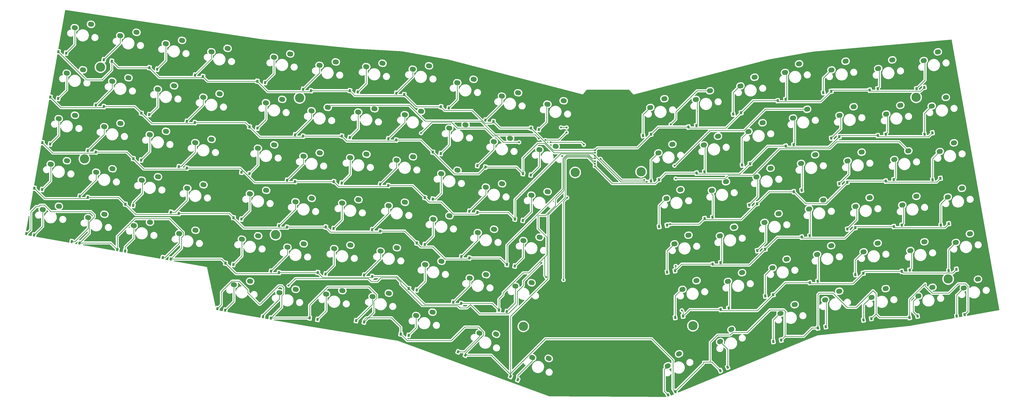
<source format=gbr>
%TF.GenerationSoftware,KiCad,Pcbnew,(6.0.4)*%
%TF.CreationDate,2022-12-23T13:32:17-05:00*%
%TF.ProjectId,atreuskeypad,61747265-7573-46b6-9579-7061642e6b69,rev?*%
%TF.SameCoordinates,Original*%
%TF.FileFunction,Copper,L2,Bot*%
%TF.FilePolarity,Positive*%
%FSLAX46Y46*%
G04 Gerber Fmt 4.6, Leading zero omitted, Abs format (unit mm)*
G04 Created by KiCad (PCBNEW (6.0.4)) date 2022-12-23 13:32:17*
%MOMM*%
%LPD*%
G01*
G04 APERTURE LIST*
G04 Aperture macros list*
%AMHorizOval*
0 Thick line with rounded ends*
0 $1 width*
0 $2 $3 position (X,Y) of the first rounded end (center of the circle)*
0 $4 $5 position (X,Y) of the second rounded end (center of the circle)*
0 Add line between two ends*
20,1,$1,$2,$3,$4,$5,0*
0 Add two circle primitives to create the rounded ends*
1,1,$1,$2,$3*
1,1,$1,$4,$5*%
%AMRotRect*
0 Rectangle, with rotation*
0 The origin of the aperture is its center*
0 $1 length*
0 $2 width*
0 $3 Rotation angle, in degrees counterclockwise*
0 Add horizontal line*
21,1,$1,$2,0,0,$3*%
G04 Aperture macros list end*
%TA.AperFunction,ComponentPad*%
%ADD10HorizOval,2.000000X0.246202X-0.043412X-0.246202X0.043412X0*%
%TD*%
%TA.AperFunction,ComponentPad*%
%ADD11HorizOval,2.000000X0.246202X0.043412X-0.246202X-0.043412X0*%
%TD*%
%TA.AperFunction,ComponentPad*%
%ADD12HorizOval,2.000000X0.226577X0.105655X-0.226577X-0.105655X0*%
%TD*%
%TA.AperFunction,ComponentPad*%
%ADD13C,2.600000*%
%TD*%
%TA.AperFunction,ConnectorPad*%
%ADD14C,3.800000*%
%TD*%
%TA.AperFunction,ComponentPad*%
%ADD15HorizOval,2.000000X0.226577X-0.105655X-0.226577X0.105655X0*%
%TD*%
%TA.AperFunction,SMDPad,CuDef*%
%ADD16RotRect,0.900000X1.200000X190.000000*%
%TD*%
%TA.AperFunction,SMDPad,CuDef*%
%ADD17RotRect,0.900000X1.200000X170.000000*%
%TD*%
%TA.AperFunction,SMDPad,CuDef*%
%ADD18RotRect,0.900000X1.200000X205.000000*%
%TD*%
%TA.AperFunction,SMDPad,CuDef*%
%ADD19RotRect,0.900000X1.200000X155.000000*%
%TD*%
%TA.AperFunction,ViaPad*%
%ADD20C,0.800000*%
%TD*%
%TA.AperFunction,Conductor*%
%ADD21C,0.250000*%
%TD*%
G04 APERTURE END LIST*
D10*
%TO.P,SW45,1,1*%
%TO.N,Net-(D45-Pad1)*%
X-59125575Y-65438492D03*
%TO.P,SW45,2,2*%
%TO.N,COL0*%
X-52430980Y-64039746D03*
%TD*%
%TO.P,SW8,1,1*%
%TO.N,Net-(D8-Pad2)*%
X86749103Y-45043921D03*
%TO.P,SW8,2,2*%
%TO.N,COL3*%
X93443698Y-43645175D03*
%TD*%
%TO.P,SW20,1,1*%
%TO.N,Net-(D20-Pad2)*%
X464186Y-56601897D03*
%TO.P,SW20,2,2*%
%TO.N,COL1*%
X7158781Y-55203151D03*
%TD*%
%TO.P,SW66,1,1*%
%TO.N,Net-(D66-Pad2)*%
X-46980982Y-106267665D03*
%TO.P,SW66,2,2*%
%TO.N,COL0*%
X-40286387Y-104868919D03*
%TD*%
D11*
%TO.P,SW42,1,1*%
%TO.N,Net-(D42-Pad2)*%
X228353535Y-89487629D03*
%TO.P,SW42,2,2*%
%TO.N,COL6*%
X234165998Y-85883551D03*
%TD*%
D10*
%TO.P,SW75,1,1*%
%TO.N,Net-(D75-Pad1)*%
X129004956Y-134512806D03*
%TO.P,SW75,2,2*%
%TO.N,COL5*%
X135699551Y-133114060D03*
%TD*%
%TO.P,SW69,1,1*%
%TO.N,Net-(D69-Pad1)*%
X16353216Y-115165101D03*
%TO.P,SW69,2,2*%
%TO.N,COL2*%
X23047811Y-113766355D03*
%TD*%
D11*
%TO.P,SW94,1,1*%
%TO.N,Net-(D94-Pad2)*%
X297265063Y-41486015D03*
%TO.P,SW94,2,2*%
%TO.N,COL8*%
X303077526Y-37881937D03*
%TD*%
D10*
%TO.P,SW4,1,1*%
%TO.N,Net-(D4-Pad2)*%
X3772184Y-37841310D03*
%TO.P,SW4,2,2*%
%TO.N,COL1*%
X10466779Y-36442564D03*
%TD*%
D12*
%TO.P,SW89,1,1*%
%TO.N,Net-(D89-Pad1)*%
X213359141Y-157410822D03*
%TO.P,SW89,2,2*%
%TO.N,COL6*%
X218040745Y-152425174D03*
%TD*%
D13*
%TO.P,MNT,1*%
%TO.N,N/C*%
X-41910000Y-44196000D03*
D14*
X-41910000Y-44196000D03*
%TD*%
D10*
%TO.P,SW63,1,1*%
%TO.N,Net-(D63-Pad1)*%
X-24912397Y-90815075D03*
%TO.P,SW63,2,2*%
%TO.N,COL1*%
X-18217802Y-89416329D03*
%TD*%
D11*
%TO.P,SW14,1,1*%
%TO.N,Net-(D14-Pad2)*%
X221737539Y-51966454D03*
%TO.P,SW14,2,2*%
%TO.N,COL6*%
X227550002Y-48362376D03*
%TD*%
%TO.P,SW100,1,1*%
%TO.N,Net-(D100-Pad2)*%
X307189057Y-97767778D03*
%TO.P,SW100,2,2*%
%TO.N,COL8*%
X313001520Y-94163700D03*
%TD*%
%TO.P,SW58,1,1*%
%TO.N,Net-(D58-Pad2)*%
X231661533Y-108248217D03*
%TO.P,SW58,2,2*%
%TO.N,COL6*%
X237473996Y-104644139D03*
%TD*%
%TO.P,SW29,1,1*%
%TO.N,Net-(D29-Pad1)*%
X206681909Y-76286310D03*
%TO.P,SW29,2,2*%
%TO.N,COL6*%
X212494372Y-72682232D03*
%TD*%
D13*
%TO.P,MNT,1*%
%TO.N,N/C*%
X30226000Y-113284000D03*
D14*
X30226000Y-113284000D03*
%TD*%
D10*
%TO.P,SW74,1,1*%
%TO.N,Net-(D74-Pad2)*%
X110244368Y-131204808D03*
%TO.P,SW74,2,2*%
%TO.N,COL4*%
X116938963Y-129806062D03*
%TD*%
D11*
%TO.P,SW77,1,1*%
%TO.N,Net-(D77-Pad1)*%
X216605903Y-132568073D03*
%TO.P,SW77,2,2*%
%TO.N,COL6*%
X222418366Y-128963995D03*
%TD*%
D15*
%TO.P,SW86,1,1*%
%TO.N,Net-(D86-Pad2)*%
X114254299Y-153953172D03*
%TO.P,SW86,2,2*%
%TO.N,COL4*%
X121082804Y-154334776D03*
%TD*%
D10*
%TO.P,SW2,1,1*%
%TO.N,Net-(D2-Pad2)*%
X-33748991Y-31225314D03*
%TO.P,SW2,2,2*%
%TO.N,COL0*%
X-27054396Y-29826568D03*
%TD*%
%TO.P,SW11,1,1*%
%TO.N,Net-(D11-Pad1)*%
X142236947Y-59470455D03*
%TO.P,SW11,2,2*%
%TO.N,COL5*%
X148931542Y-58071709D03*
%TD*%
%TO.P,SW73,1,1*%
%TO.N,Net-(D73-Pad1)*%
X91880740Y-125645540D03*
%TO.P,SW73,2,2*%
%TO.N,COL4*%
X98575335Y-124246794D03*
%TD*%
%TO.P,SW33,1,1*%
%TO.N,Net-(D33-Pad1)*%
X22969212Y-77643926D03*
%TO.P,SW33,2,2*%
%TO.N,COL2*%
X29663807Y-76245180D03*
%TD*%
%TO.P,SW3,1,1*%
%TO.N,Net-(D3-Pad1)*%
X-14988404Y-34533312D03*
%TO.P,SW3,2,2*%
%TO.N,COL1*%
X-8293809Y-33134566D03*
%TD*%
D11*
%TO.P,SW40,1,1*%
%TO.N,Net-(D40-Pad2)*%
X191229319Y-98354895D03*
%TO.P,SW40,2,2*%
%TO.N,COL5*%
X197041782Y-94750817D03*
%TD*%
D10*
%TO.P,SW52,1,1*%
%TO.N,Net-(D52-Pad2)*%
X76825110Y-101325684D03*
%TO.P,SW52,2,2*%
%TO.N,COL3*%
X83519705Y-99926938D03*
%TD*%
D11*
%TO.P,SW96,1,1*%
%TO.N,Net-(D96-Pad2)*%
X300573061Y-60246603D03*
%TO.P,SW96,2,2*%
%TO.N,COL8*%
X306385524Y-56642525D03*
%TD*%
%TO.P,SW31,1,1*%
%TO.N,Net-(D31-Pad1)*%
X243409165Y-65167773D03*
%TO.P,SW31,2,2*%
%TO.N,COL7*%
X249221628Y-61563695D03*
%TD*%
D13*
%TO.P,MNT,1*%
%TO.N,N/C*%
X153670000Y-87630000D03*
D14*
X153670000Y-87630000D03*
%TD*%
D11*
%TO.P,SW59,1,1*%
%TO.N,Net-(D59-Pad1)*%
X250025161Y-102688948D03*
%TO.P,SW59,2,2*%
%TO.N,COL7*%
X255837624Y-99084870D03*
%TD*%
D10*
%TO.P,SW81,1,1*%
%TO.N,Net-(D81-Pad1)*%
X13045219Y-133925689D03*
%TO.P,SW81,2,2*%
%TO.N,COL2*%
X19739814Y-132526943D03*
%TD*%
%TO.P,SW7,1,1*%
%TO.N,Net-(D7-Pad1)*%
X67591556Y-43987193D03*
%TO.P,SW7,2,2*%
%TO.N,COL3*%
X74286151Y-42588447D03*
%TD*%
%TO.P,SW18,1,1*%
%TO.N,Net-(D18-Pad2)*%
X-37056989Y-49985902D03*
%TO.P,SW18,2,2*%
%TO.N,COL0*%
X-30362394Y-48587156D03*
%TD*%
%TO.P,SW10,1,1*%
%TO.N,Net-(D10-Pad2)*%
X123476359Y-56162457D03*
%TO.P,SW10,2,2*%
%TO.N,COL4*%
X130170954Y-54763711D03*
%TD*%
D11*
%TO.P,SW79,1,1*%
%TO.N,Net-(D79-Pad1)*%
X253333159Y-121449536D03*
%TO.P,SW79,2,2*%
%TO.N,COL7*%
X259145622Y-117845458D03*
%TD*%
D10*
%TO.P,SW37,1,1*%
%TO.N,Net-(D37-Pad1)*%
X98496736Y-88124364D03*
%TO.P,SW37,2,2*%
%TO.N,COL4*%
X105191331Y-86725618D03*
%TD*%
D11*
%TO.P,SW78,1,1*%
%TO.N,Net-(D78-Pad2)*%
X234969531Y-127008804D03*
%TO.P,SW78,2,2*%
%TO.N,COL6*%
X240781994Y-123404726D03*
%TD*%
%TO.P,SW43,1,1*%
%TO.N,Net-(D43-Pad1)*%
X246717163Y-83928361D03*
%TO.P,SW43,2,2*%
%TO.N,COL7*%
X252529626Y-80324283D03*
%TD*%
%TO.P,SW41,1,1*%
%TO.N,Net-(D41-Pad1)*%
X209989907Y-95046897D03*
%TO.P,SW41,2,2*%
%TO.N,COL6*%
X215802370Y-91442819D03*
%TD*%
%TO.P,SW101,1,1*%
%TO.N,Net-(D101-Pad1)*%
X291736467Y-119836364D03*
%TO.P,SW101,2,2*%
%TO.N,COL8*%
X297548930Y-116232286D03*
%TD*%
%TO.P,SW16,1,1*%
%TO.N,Net-(D16-Pad2)*%
X259258715Y-45350458D03*
%TO.P,SW16,2,2*%
%TO.N,COL7*%
X265071178Y-41746380D03*
%TD*%
D13*
%TO.P,MNT,1*%
%TO.N,N/C*%
X307340000Y-131572000D03*
D14*
X307340000Y-131572000D03*
%TD*%
D10*
%TO.P,SW27,1,1*%
%TO.N,Net-(D27-Pad1)*%
X138928949Y-78231043D03*
%TO.P,SW27,2,2*%
%TO.N,COL5*%
X145623544Y-76832297D03*
%TD*%
%TO.P,SW23,1,1*%
%TO.N,Net-(D23-Pad1)*%
X64283558Y-62747781D03*
%TO.P,SW23,2,2*%
%TO.N,COL3*%
X70978153Y-61349035D03*
%TD*%
%TO.P,SW67,1,1*%
%TO.N,Net-(D67-Pad1)*%
X-28220395Y-109575663D03*
%TO.P,SW67,2,2*%
%TO.N,COL1*%
X-21525800Y-108176917D03*
%TD*%
%TO.P,SW5,1,1*%
%TO.N,Net-(D5-Pad1)*%
X29585208Y-40122751D03*
%TO.P,SW5,2,2*%
%TO.N,COL2*%
X36279803Y-38724005D03*
%TD*%
D11*
%TO.P,SW95,1,1*%
%TO.N,Net-(D95-Pad1)*%
X281812473Y-63554601D03*
%TO.P,SW95,2,2*%
%TO.N,COL8*%
X287624936Y-59950523D03*
%TD*%
D13*
%TO.P,MNT,1*%
%TO.N,N/C*%
X132334000Y-151130000D03*
D14*
X132334000Y-151130000D03*
%TD*%
D10*
%TO.P,SW39,1,1*%
%TO.N,Net-(D39-Pad1)*%
X135620951Y-96991630D03*
%TO.P,SW39,2,2*%
%TO.N,COL5*%
X142315546Y-95592884D03*
%TD*%
%TO.P,SW21,1,1*%
%TO.N,Net-(D21-Pad1)*%
X26277210Y-58883338D03*
%TO.P,SW21,2,2*%
%TO.N,COL2*%
X32971805Y-57484592D03*
%TD*%
D11*
%TO.P,SW91,1,1*%
%TO.N,Net-(D91-Pad1)*%
X256641156Y-140210124D03*
%TO.P,SW91,2,2*%
%TO.N,COL7*%
X262453619Y-136606046D03*
%TD*%
D10*
%TO.P,SW65,1,1*%
%TO.N,Net-(D65-Pad1)*%
X-65741570Y-102959667D03*
%TO.P,SW65,2,2*%
%TO.N,COL0*%
X-59046975Y-101560921D03*
%TD*%
D13*
%TO.P,MNT,1*%
%TO.N,N/C*%
X40132000Y-56896000D03*
D14*
X40132000Y-56896000D03*
%TD*%
D11*
%TO.P,SW98,1,1*%
%TO.N,Net-(D98-Pad2)*%
X303881059Y-79007191D03*
%TO.P,SW98,2,2*%
%TO.N,COL8*%
X309693522Y-75403113D03*
%TD*%
%TO.P,SW103,1,1*%
%TO.N,Net-(D103-Pad1)*%
X295044464Y-138596952D03*
%TO.P,SW103,2,2*%
%TO.N,COL8*%
X300856927Y-134992874D03*
%TD*%
D10*
%TO.P,SW82,1,1*%
%TO.N,Net-(D82-Pad2)*%
X31805806Y-137233687D03*
%TO.P,SW82,2,2*%
%TO.N,COL2*%
X38500401Y-135834941D03*
%TD*%
%TO.P,SW36,1,1*%
%TO.N,Net-(D36-Pad2)*%
X80133108Y-82565096D03*
%TO.P,SW36,2,2*%
%TO.N,COL3*%
X86827703Y-81166350D03*
%TD*%
%TO.P,SW83,1,1*%
%TO.N,Net-(D83-Pad1)*%
X51051567Y-137790132D03*
%TO.P,SW83,2,2*%
%TO.N,COL3*%
X57746162Y-136391386D03*
%TD*%
D11*
%TO.P,SW97,1,1*%
%TO.N,Net-(D97-Pad1)*%
X285120471Y-82315188D03*
%TO.P,SW97,2,2*%
%TO.N,COL8*%
X290932934Y-78711110D03*
%TD*%
%TO.P,SW92,1,1*%
%TO.N,Net-(D92-Pad2)*%
X275798704Y-139153396D03*
%TO.P,SW92,2,2*%
%TO.N,COL7*%
X281611167Y-135549318D03*
%TD*%
D13*
%TO.P,MNT,1*%
%TO.N,N/C*%
X180848000Y-87376000D03*
D14*
X180848000Y-87376000D03*
%TD*%
D15*
%TO.P,SW87,1,1*%
%TO.N,Net-(D87-Pad1)*%
X135958586Y-163970264D03*
%TO.P,SW87,2,2*%
%TO.N,COL5*%
X142787091Y-164351868D03*
%TD*%
D10*
%TO.P,SW50,1,1*%
%TO.N,Net-(D50-Pad2)*%
X38421802Y-99712511D03*
%TO.P,SW50,2,2*%
%TO.N,COL2*%
X45116397Y-98313765D03*
%TD*%
D11*
%TO.P,SW32,1,1*%
%TO.N,Net-(D32-Pad2)*%
X262566713Y-64111046D03*
%TO.P,SW32,2,2*%
%TO.N,COL7*%
X268379176Y-60506968D03*
%TD*%
%TO.P,SW93,1,1*%
%TO.N,Net-(D93-Pad1)*%
X278504476Y-44794013D03*
%TO.P,SW93,2,2*%
%TO.N,COL8*%
X284316939Y-41189935D03*
%TD*%
D10*
%TO.P,SW55,1,1*%
%TO.N,Net-(D55-Pad1)*%
X132312954Y-115752218D03*
%TO.P,SW55,2,2*%
%TO.N,COL5*%
X139007549Y-114353472D03*
%TD*%
%TO.P,SW6,1,1*%
%TO.N,Net-(D6-Pad2)*%
X48345795Y-43430748D03*
%TO.P,SW6,2,2*%
%TO.N,COL2*%
X55040390Y-42032002D03*
%TD*%
D13*
%TO.P,MNT,1*%
%TO.N,N/C*%
X202184000Y-150876000D03*
D14*
X202184000Y-150876000D03*
%TD*%
D11*
%TO.P,SW104,1,1*%
%TO.N,Net-(D104-Pad2)*%
X313805052Y-135288954D03*
%TO.P,SW104,2,2*%
%TO.N,COL8*%
X319617515Y-131684876D03*
%TD*%
%TO.P,SW44,1,1*%
%TO.N,Net-(D44-Pad2)*%
X265874710Y-82871633D03*
%TO.P,SW44,2,2*%
%TO.N,COL7*%
X271687173Y-79267555D03*
%TD*%
D10*
%TO.P,SW47,1,1*%
%TO.N,Net-(D47-Pad1)*%
X-21604399Y-72054487D03*
%TO.P,SW47,2,2*%
%TO.N,COL1*%
X-14909804Y-70655741D03*
%TD*%
D11*
%TO.P,SW13,1,1*%
%TO.N,Net-(D13-Pad1)*%
X203373911Y-57525722D03*
%TO.P,SW13,2,2*%
%TO.N,COL6*%
X209186374Y-53921644D03*
%TD*%
D10*
%TO.P,SW22,1,1*%
%TO.N,Net-(D22-Pad2)*%
X45037798Y-62191336D03*
%TO.P,SW22,2,2*%
%TO.N,COL2*%
X51732393Y-60792590D03*
%TD*%
%TO.P,SW64,1,1*%
%TO.N,Net-(D64-Pad2)*%
X-6151809Y-94123073D03*
%TO.P,SW64,2,2*%
%TO.N,COL1*%
X542786Y-92724327D03*
%TD*%
%TO.P,SW38,1,1*%
%TO.N,Net-(D38-Pad2)*%
X116860364Y-93683633D03*
%TO.P,SW38,2,2*%
%TO.N,COL4*%
X123554959Y-92284887D03*
%TD*%
D11*
%TO.P,SW12,1,1*%
%TO.N,Net-(D12-Pad2)*%
X184613324Y-60833720D03*
%TO.P,SW12,2,2*%
%TO.N,COL5*%
X190425787Y-57229642D03*
%TD*%
D10*
%TO.P,SW26,1,1*%
%TO.N,Net-(D26-Pad2)*%
X120168362Y-74923045D03*
%TO.P,SW26,2,2*%
%TO.N,COL4*%
X126862957Y-73524299D03*
%TD*%
%TO.P,SW25,1,1*%
%TO.N,Net-(D25-Pad1)*%
X101804734Y-69363777D03*
%TO.P,SW25,2,2*%
%TO.N,COL4*%
X108499329Y-67965031D03*
%TD*%
%TO.P,SW61,1,1*%
%TO.N,Net-(D61-Pad1)*%
X-62433572Y-84199079D03*
%TO.P,SW61,2,2*%
%TO.N,COL0*%
X-55738977Y-82800333D03*
%TD*%
%TO.P,SW53,1,1*%
%TO.N,Net-(D53-Pad1)*%
X95188738Y-106884952D03*
%TO.P,SW53,2,2*%
%TO.N,COL4*%
X101883333Y-105486206D03*
%TD*%
%TO.P,SW9,1,1*%
%TO.N,Net-(D9-Pad1)*%
X105112731Y-50603189D03*
%TO.P,SW9,2,2*%
%TO.N,COL4*%
X111807326Y-49204443D03*
%TD*%
%TO.P,SW1,1,1*%
%TO.N,Net-(D1-Pad1)*%
X-52509579Y-27917316D03*
%TO.P,SW1,2,2*%
%TO.N,COL0*%
X-45814984Y-26518570D03*
%TD*%
%TO.P,SW49,1,1*%
%TO.N,Net-(D49-Pad1)*%
X19661214Y-96404514D03*
%TO.P,SW49,2,2*%
%TO.N,COL2*%
X26355809Y-95005768D03*
%TD*%
%TO.P,SW24,1,1*%
%TO.N,Net-(D24-Pad2)*%
X83441106Y-63804508D03*
%TO.P,SW24,2,2*%
%TO.N,COL3*%
X90135701Y-62405762D03*
%TD*%
D11*
%TO.P,SW28,1,1*%
%TO.N,Net-(D28-Pad2)*%
X187921322Y-79594307D03*
%TO.P,SW28,2,2*%
%TO.N,COL5*%
X193733785Y-75990229D03*
%TD*%
%TO.P,SW102,1,1*%
%TO.N,Net-(D102-Pad2)*%
X310497054Y-116528366D03*
%TO.P,SW102,2,2*%
%TO.N,COL8*%
X316309517Y-112924288D03*
%TD*%
D10*
%TO.P,SW19,1,1*%
%TO.N,Net-(D19-Pad1)*%
X-18296401Y-53293899D03*
%TO.P,SW19,2,2*%
%TO.N,COL1*%
X-11601806Y-51895153D03*
%TD*%
%TO.P,SW17,1,1*%
%TO.N,Net-(D17-Pad1)*%
X-55817577Y-46677904D03*
%TO.P,SW17,2,2*%
%TO.N,COL0*%
X-49122982Y-45279158D03*
%TD*%
D11*
%TO.P,SW15,1,1*%
%TO.N,Net-(D15-Pad1)*%
X240101167Y-46407185D03*
%TO.P,SW15,2,2*%
%TO.N,COL7*%
X245913630Y-42803107D03*
%TD*%
D13*
%TO.P,MNT,1*%
%TO.N,N/C*%
X-48514000Y-82042000D03*
D14*
X-48514000Y-82042000D03*
%TD*%
D10*
%TO.P,SW84,1,1*%
%TO.N,Net-(D84-Pad2)*%
X70209114Y-138846859D03*
%TO.P,SW84,2,2*%
%TO.N,COL3*%
X76903709Y-137448113D03*
%TD*%
%TO.P,SW72,1,1*%
%TO.N,Net-(D72-Pad2)*%
X73517112Y-120086271D03*
%TO.P,SW72,2,2*%
%TO.N,COL3*%
X80211707Y-118687525D03*
%TD*%
D13*
%TO.P,MNT,1*%
%TO.N,N/C*%
X294132000Y-56642000D03*
D14*
X294132000Y-56642000D03*
%TD*%
D10*
%TO.P,SW68,1,1*%
%TO.N,Net-(D68-Pad2)*%
X-9459807Y-112883660D03*
%TO.P,SW68,2,2*%
%TO.N,COL1*%
X-2765212Y-111484914D03*
%TD*%
%TO.P,SW62,1,1*%
%TO.N,Net-(D62-Pad2)*%
X-43672985Y-87507077D03*
%TO.P,SW62,2,2*%
%TO.N,COL0*%
X-36978390Y-86108331D03*
%TD*%
D11*
%TO.P,SW57,1,1*%
%TO.N,Net-(D57-Pad1)*%
X213297905Y-113807485D03*
%TO.P,SW57,2,2*%
%TO.N,COL6*%
X219110368Y-110203407D03*
%TD*%
D10*
%TO.P,SW54,1,1*%
%TO.N,Net-(D54-Pad2)*%
X113552366Y-112444220D03*
%TO.P,SW54,2,2*%
%TO.N,COL4*%
X120246961Y-111045474D03*
%TD*%
D11*
%TO.P,SW56,1,1*%
%TO.N,Net-(D56-Pad2)*%
X194537317Y-117115483D03*
%TO.P,SW56,2,2*%
%TO.N,COL5*%
X200349780Y-113511405D03*
%TD*%
D10*
%TO.P,SW85,1,1*%
%TO.N,Net-(D85-Pad1)*%
X88175783Y-146657398D03*
%TO.P,SW85,2,2*%
%TO.N,COL4*%
X94870378Y-145258652D03*
%TD*%
D11*
%TO.P,SW99,1,1*%
%TO.N,Net-(D99-Pad1)*%
X288428469Y-101075776D03*
%TO.P,SW99,2,2*%
%TO.N,COL8*%
X294240932Y-97471698D03*
%TD*%
D10*
%TO.P,SW51,1,1*%
%TO.N,Net-(D51-Pad1)*%
X57667563Y-100268956D03*
%TO.P,SW51,2,2*%
%TO.N,COL3*%
X64362158Y-98870210D03*
%TD*%
%TO.P,SW34,1,1*%
%TO.N,Net-(D34-Pad2)*%
X41729800Y-80951924D03*
%TO.P,SW34,2,2*%
%TO.N,COL2*%
X48424395Y-79553178D03*
%TD*%
D12*
%TO.P,SW88,1,1*%
%TO.N,Net-(D88-Pad2)*%
X191784102Y-167436715D03*
%TO.P,SW88,2,2*%
%TO.N,COL5*%
X196465706Y-162451067D03*
%TD*%
D11*
%TO.P,SW30,1,1*%
%TO.N,Net-(D30-Pad2)*%
X225045537Y-70727041D03*
%TO.P,SW30,2,2*%
%TO.N,COL6*%
X230858000Y-67122963D03*
%TD*%
%TO.P,SW76,1,1*%
%TO.N,Net-(D76-Pad2)*%
X197845315Y-135876070D03*
%TO.P,SW76,2,2*%
%TO.N,COL5*%
X203657778Y-132271992D03*
%TD*%
D10*
%TO.P,SW48,1,1*%
%TO.N,Net-(D48-Pad2)*%
X-2843812Y-75362485D03*
%TO.P,SW48,2,2*%
%TO.N,COL1*%
X3850783Y-73963739D03*
%TD*%
D11*
%TO.P,SW60,1,1*%
%TO.N,Net-(D60-Pad2)*%
X269182708Y-101632221D03*
%TO.P,SW60,2,2*%
%TO.N,COL7*%
X274995171Y-98028143D03*
%TD*%
D10*
%TO.P,SW71,1,1*%
%TO.N,Net-(D71-Pad1)*%
X54359565Y-119029544D03*
%TO.P,SW71,2,2*%
%TO.N,COL3*%
X61054160Y-117630798D03*
%TD*%
%TO.P,SW46,1,1*%
%TO.N,Net-(D46-Pad2)*%
X-40364987Y-68746489D03*
%TO.P,SW46,2,2*%
%TO.N,COL0*%
X-33670392Y-67347743D03*
%TD*%
%TO.P,SW70,1,1*%
%TO.N,Net-(D70-Pad2)*%
X35113804Y-118473099D03*
%TO.P,SW70,2,2*%
%TO.N,COL2*%
X41808399Y-117074353D03*
%TD*%
D11*
%TO.P,SW90,1,1*%
%TO.N,Net-(D90-Pad2)*%
X238277528Y-145769392D03*
%TO.P,SW90,2,2*%
%TO.N,COL6*%
X244089991Y-142165314D03*
%TD*%
%TO.P,SW80,1,1*%
%TO.N,Net-(D80-Pad2)*%
X272490706Y-120392809D03*
%TO.P,SW80,2,2*%
%TO.N,COL7*%
X278303169Y-116788731D03*
%TD*%
D10*
%TO.P,SW35,1,1*%
%TO.N,Net-(D35-Pad1)*%
X60975560Y-81508369D03*
%TO.P,SW35,2,2*%
%TO.N,COL3*%
X67670155Y-80109623D03*
%TD*%
D16*
%TO.P,D58,1,A*%
%TO.N,ROW3*%
X231931216Y-119291154D03*
%TO.P,D58,2,K*%
%TO.N,Net-(D58-Pad2)*%
X228681350Y-119864192D03*
%TD*%
%TO.P,D80,1,A*%
%TO.N,ROW4*%
X272363429Y-129184476D03*
%TO.P,D80,2,K*%
%TO.N,Net-(D80-Pad2)*%
X269113563Y-129757514D03*
%TD*%
D17*
%TO.P,D39,1,A*%
%TO.N,Net-(D39-Pad1)*%
X132097464Y-107460833D03*
%TO.P,D39,2,K*%
%TO.N,ROW2*%
X128847598Y-106887795D03*
%TD*%
%TO.P,D55,1,A*%
%TO.N,Net-(D55-Pad1)*%
X128789466Y-126221421D03*
%TO.P,D55,2,K*%
%TO.N,ROW3*%
X125539600Y-125648383D03*
%TD*%
D18*
%TO.P,D88,1,A*%
%TO.N,ROW5*%
X194902719Y-178033574D03*
%TO.P,D88,2,K*%
%TO.N,Net-(D88-Pad2)*%
X191911903Y-179428214D03*
%TD*%
D17*
%TO.P,D6,1,A*%
%TO.N,ROW0*%
X44822308Y-53899951D03*
%TO.P,D6,2,K*%
%TO.N,Net-(D6-Pad2)*%
X41572442Y-53326913D03*
%TD*%
D16*
%TO.P,D44,1,A*%
%TO.N,ROW2*%
X265747434Y-91663300D03*
%TO.P,D44,2,K*%
%TO.N,Net-(D44-Pad2)*%
X262497568Y-92236338D03*
%TD*%
D17*
%TO.P,D11,1,A*%
%TO.N,Net-(D11-Pad1)*%
X138713459Y-69939658D03*
%TO.P,D11,2,K*%
%TO.N,ROW0*%
X135463593Y-69366620D03*
%TD*%
%TO.P,D45,1,A*%
%TO.N,Net-(D45-Pad1)*%
X-62649062Y-75907694D03*
%TO.P,D45,2,K*%
%TO.N,ROW2*%
X-65898928Y-75334656D03*
%TD*%
%TO.P,D46,1,A*%
%TO.N,ROW2*%
X-43888475Y-79215692D03*
%TO.P,D46,2,K*%
%TO.N,Net-(D46-Pad2)*%
X-47138341Y-78642654D03*
%TD*%
%TO.P,D52,1,A*%
%TO.N,ROW3*%
X73301622Y-111794886D03*
%TO.P,D52,2,K*%
%TO.N,Net-(D52-Pad2)*%
X70051756Y-111221848D03*
%TD*%
D16*
%TO.P,D99,1,A*%
%TO.N,Net-(D99-Pad1)*%
X288212979Y-109367161D03*
%TO.P,D99,2,K*%
%TO.N,ROW3*%
X284963113Y-109940199D03*
%TD*%
%TO.P,D103,1,A*%
%TO.N,Net-(D103-Pad1)*%
X294702919Y-146910563D03*
%TO.P,D103,2,K*%
%TO.N,ROW5*%
X291453053Y-147483601D03*
%TD*%
D17*
%TO.P,D50,1,A*%
%TO.N,ROW3*%
X34898314Y-110181714D03*
%TO.P,D50,2,K*%
%TO.N,Net-(D50-Pad2)*%
X31648448Y-109608676D03*
%TD*%
D16*
%TO.P,D60,1,A*%
%TO.N,ROW3*%
X269055432Y-110423888D03*
%TO.P,D60,2,K*%
%TO.N,Net-(D60-Pad2)*%
X265805566Y-110996926D03*
%TD*%
%TO.P,D31,1,A*%
%TO.N,Net-(D31-Pad1)*%
X243678848Y-76210710D03*
%TO.P,D31,2,K*%
%TO.N,ROW1*%
X240428982Y-76783748D03*
%TD*%
%TO.P,D16,1,A*%
%TO.N,ROW0*%
X259131438Y-54142125D03*
%TO.P,D16,2,K*%
%TO.N,Net-(D16-Pad2)*%
X255881572Y-54715163D03*
%TD*%
%TO.P,D42,1,A*%
%TO.N,ROW2*%
X228623218Y-100530566D03*
%TO.P,D42,2,K*%
%TO.N,Net-(D42-Pad2)*%
X225373352Y-101103604D03*
%TD*%
%TO.P,D97,1,A*%
%TO.N,Net-(D97-Pad1)*%
X284904981Y-90606573D03*
%TO.P,D97,2,K*%
%TO.N,ROW2*%
X281655115Y-91179611D03*
%TD*%
%TO.P,D76,1,A*%
%TO.N,ROW4*%
X198114998Y-146919008D03*
%TO.P,D76,2,K*%
%TO.N,Net-(D76-Pad2)*%
X194865132Y-147492046D03*
%TD*%
D17*
%TO.P,D10,1,A*%
%TO.N,ROW0*%
X119952872Y-66631660D03*
%TO.P,D10,2,K*%
%TO.N,Net-(D10-Pad2)*%
X116703006Y-66058622D03*
%TD*%
%TO.P,D27,1,A*%
%TO.N,Net-(D27-Pad1)*%
X135405461Y-88700245D03*
%TO.P,D27,2,K*%
%TO.N,ROW1*%
X132155595Y-88127207D03*
%TD*%
%TO.P,D18,1,A*%
%TO.N,ROW1*%
X-40580477Y-60455104D03*
%TO.P,D18,2,K*%
%TO.N,Net-(D18-Pad2)*%
X-43830343Y-59882066D03*
%TD*%
%TO.P,D4,1,A*%
%TO.N,ROW0*%
X292803Y-48060371D03*
%TO.P,D4,2,K*%
%TO.N,Net-(D4-Pad2)*%
X-2957063Y-47487333D03*
%TD*%
%TO.P,D54,1,A*%
%TO.N,ROW3*%
X110028878Y-122913423D03*
%TO.P,D54,2,K*%
%TO.N,Net-(D54-Pad2)*%
X106779012Y-122340385D03*
%TD*%
%TO.P,D83,1,A*%
%TO.N,Net-(D83-Pad1)*%
X47528079Y-148259334D03*
%TO.P,D83,2,K*%
%TO.N,ROW5*%
X44278213Y-147686296D03*
%TD*%
%TO.P,D82,1,A*%
%TO.N,ROW5*%
X28282319Y-147702890D03*
%TO.P,D82,2,K*%
%TO.N,Net-(D82-Pad2)*%
X25032453Y-147129852D03*
%TD*%
D16*
%TO.P,D93,1,A*%
%TO.N,Net-(D93-Pad1)*%
X278288986Y-53085398D03*
%TO.P,D93,2,K*%
%TO.N,ROW0*%
X275039120Y-53658436D03*
%TD*%
D17*
%TO.P,D73,1,A*%
%TO.N,Net-(D73-Pad1)*%
X88357252Y-136114742D03*
%TO.P,D73,2,K*%
%TO.N,ROW4*%
X85107386Y-135541704D03*
%TD*%
D18*
%TO.P,D89,1,A*%
%TO.N,Net-(D89-Pad1)*%
X216477757Y-168007681D03*
%TO.P,D89,2,K*%
%TO.N,ROW5*%
X213486941Y-169402321D03*
%TD*%
D16*
%TO.P,D13,1,A*%
%TO.N,Net-(D13-Pad1)*%
X203599488Y-68318518D03*
%TO.P,D13,2,K*%
%TO.N,ROW0*%
X200349622Y-68891556D03*
%TD*%
D17*
%TO.P,D37,1,A*%
%TO.N,Net-(D37-Pad1)*%
X94973248Y-98593567D03*
%TO.P,D37,2,K*%
%TO.N,ROW2*%
X91723382Y-98020529D03*
%TD*%
D16*
%TO.P,D98,1,A*%
%TO.N,ROW2*%
X304150742Y-90050128D03*
%TO.P,D98,2,K*%
%TO.N,Net-(D98-Pad2)*%
X300900876Y-90623166D03*
%TD*%
%TO.P,D102,1,A*%
%TO.N,ROW4*%
X310766738Y-127571303D03*
%TO.P,D102,2,K*%
%TO.N,Net-(D102-Pad2)*%
X307516872Y-128144341D03*
%TD*%
D17*
%TO.P,D69,1,A*%
%TO.N,Net-(D69-Pad1)*%
X12829729Y-125634304D03*
%TO.P,D69,2,K*%
%TO.N,ROW4*%
X9579863Y-125061266D03*
%TD*%
D16*
%TO.P,D101,1,A*%
%TO.N,Net-(D101-Pad1)*%
X291476870Y-127877607D03*
%TO.P,D101,2,K*%
%TO.N,ROW4*%
X288227004Y-128450645D03*
%TD*%
D17*
%TO.P,D51,1,A*%
%TO.N,Net-(D51-Pad1)*%
X54144075Y-110738159D03*
%TO.P,D51,2,K*%
%TO.N,ROW3*%
X50894209Y-110165121D03*
%TD*%
D16*
%TO.P,D32,1,A*%
%TO.N,ROW1*%
X262439436Y-72902713D03*
%TO.P,D32,2,K*%
%TO.N,Net-(D32-Pad2)*%
X259189570Y-73475751D03*
%TD*%
D17*
%TO.P,D34,1,A*%
%TO.N,ROW2*%
X38206312Y-91421126D03*
%TO.P,D34,2,K*%
%TO.N,Net-(D34-Pad2)*%
X34956446Y-90848088D03*
%TD*%
%TO.P,D81,1,A*%
%TO.N,Net-(D81-Pad1)*%
X9521731Y-144394892D03*
%TO.P,D81,2,K*%
%TO.N,ROW5*%
X6271865Y-143821854D03*
%TD*%
D16*
%TO.P,D77,1,A*%
%TO.N,Net-(D77-Pad1)*%
X216875586Y-143611010D03*
%TO.P,D77,2,K*%
%TO.N,ROW4*%
X213625720Y-144184048D03*
%TD*%
D17*
%TO.P,D53,1,A*%
%TO.N,Net-(D53-Pad1)*%
X91665250Y-117354155D03*
%TO.P,D53,2,K*%
%TO.N,ROW3*%
X88415384Y-116781117D03*
%TD*%
%TO.P,D35,1,A*%
%TO.N,Net-(D35-Pad1)*%
X57452073Y-91977571D03*
%TO.P,D35,2,K*%
%TO.N,ROW2*%
X54202207Y-91404533D03*
%TD*%
D19*
%TO.P,D87,1,A*%
%TO.N,Net-(D87-Pad1)*%
X130019408Y-173163320D03*
%TO.P,D87,2,K*%
%TO.N,ROW5*%
X127028592Y-171768680D03*
%TD*%
D17*
%TO.P,D64,1,A*%
%TO.N,ROW3*%
X-9675297Y-104592275D03*
%TO.P,D64,2,K*%
%TO.N,Net-(D64-Pad2)*%
X-12925163Y-104019237D03*
%TD*%
%TO.P,D66,1,A*%
%TO.N,ROW4*%
X-50504470Y-116736867D03*
%TO.P,D66,2,K*%
%TO.N,Net-(D66-Pad2)*%
X-53754336Y-116163829D03*
%TD*%
%TO.P,D63,1,A*%
%TO.N,Net-(D63-Pad1)*%
X-28435885Y-101284278D03*
%TO.P,D63,2,K*%
%TO.N,ROW3*%
X-31685751Y-100711240D03*
%TD*%
D16*
%TO.P,D30,1,A*%
%TO.N,ROW1*%
X225712180Y-84021249D03*
%TO.P,D30,2,K*%
%TO.N,Net-(D30-Pad2)*%
X222462314Y-84594287D03*
%TD*%
%TO.P,D56,1,A*%
%TO.N,ROW3*%
X194807000Y-128158420D03*
%TO.P,D56,2,K*%
%TO.N,Net-(D56-Pad2)*%
X191557134Y-128731458D03*
%TD*%
D17*
%TO.P,D70,1,A*%
%TO.N,ROW4*%
X31590316Y-128942302D03*
%TO.P,D70,2,K*%
%TO.N,Net-(D70-Pad2)*%
X28340450Y-128369264D03*
%TD*%
%TO.P,D74,1,A*%
%TO.N,ROW4*%
X106720880Y-141674011D03*
%TO.P,D74,2,K*%
%TO.N,Net-(D74-Pad2)*%
X103471014Y-141100973D03*
%TD*%
%TO.P,D38,1,A*%
%TO.N,ROW2*%
X113336876Y-104152835D03*
%TO.P,D38,2,K*%
%TO.N,Net-(D38-Pad2)*%
X110087010Y-103579797D03*
%TD*%
D16*
%TO.P,D90,1,A*%
%TO.N,ROW5*%
X238547212Y-156812329D03*
%TO.P,D90,2,K*%
%TO.N,Net-(D90-Pad2)*%
X235297346Y-157385367D03*
%TD*%
D17*
%TO.P,D26,1,A*%
%TO.N,ROW1*%
X116644874Y-85392248D03*
%TO.P,D26,2,K*%
%TO.N,Net-(D26-Pad2)*%
X113395008Y-84819210D03*
%TD*%
%TO.P,D85,1,A*%
%TO.N,Net-(D85-Pad1)*%
X85049255Y-154875330D03*
%TO.P,D85,2,K*%
%TO.N,ROW5*%
X81799389Y-154302292D03*
%TD*%
%TO.P,D62,1,A*%
%TO.N,ROW3*%
X-47196472Y-97976280D03*
%TO.P,D62,2,K*%
%TO.N,Net-(D62-Pad2)*%
X-50446338Y-97403242D03*
%TD*%
%TO.P,D48,1,A*%
%TO.N,ROW2*%
X-6367299Y-85831688D03*
%TO.P,D48,2,K*%
%TO.N,Net-(D48-Pad2)*%
X-9617165Y-85258650D03*
%TD*%
%TO.P,D3,1,A*%
%TO.N,Net-(D3-Pad1)*%
X-18511891Y-45002514D03*
%TO.P,D3,2,K*%
%TO.N,ROW0*%
X-21761757Y-44429476D03*
%TD*%
D16*
%TO.P,D79,1,A*%
%TO.N,Net-(D79-Pad1)*%
X253602842Y-132492473D03*
%TO.P,D79,2,K*%
%TO.N,ROW4*%
X250352976Y-133065511D03*
%TD*%
%TO.P,D29,1,A*%
%TO.N,Net-(D29-Pad1)*%
X206951593Y-87329247D03*
%TO.P,D29,2,K*%
%TO.N,ROW1*%
X203701727Y-87902285D03*
%TD*%
D17*
%TO.P,D21,1,A*%
%TO.N,Net-(D21-Pad1)*%
X22753722Y-69352541D03*
%TO.P,D21,2,K*%
%TO.N,ROW1*%
X19503856Y-68779503D03*
%TD*%
%TO.P,D5,1,A*%
%TO.N,Net-(D5-Pad1)*%
X25935664Y-50569726D03*
%TO.P,D5,2,K*%
%TO.N,ROW0*%
X22685798Y-49996688D03*
%TD*%
%TO.P,D61,1,A*%
%TO.N,Net-(D61-Pad1)*%
X-65957060Y-94668282D03*
%TO.P,D61,2,K*%
%TO.N,ROW3*%
X-69206926Y-94095244D03*
%TD*%
D16*
%TO.P,D12,1,A*%
%TO.N,ROW0*%
X184883007Y-71876657D03*
%TO.P,D12,2,K*%
%TO.N,Net-(D12-Pad2)*%
X181633141Y-72449695D03*
%TD*%
D17*
%TO.P,D19,1,A*%
%TO.N,Net-(D19-Pad1)*%
X-21819889Y-63763102D03*
%TO.P,D19,2,K*%
%TO.N,ROW1*%
X-25069755Y-63190064D03*
%TD*%
%TO.P,D8,1,A*%
%TO.N,ROW0*%
X83225616Y-55513123D03*
%TO.P,D8,2,K*%
%TO.N,Net-(D8-Pad2)*%
X79975750Y-54940085D03*
%TD*%
%TO.P,D47,1,A*%
%TO.N,Net-(D47-Pad1)*%
X-25127887Y-82523690D03*
%TO.P,D47,2,K*%
%TO.N,ROW2*%
X-28377753Y-81950652D03*
%TD*%
%TO.P,D65,1,A*%
%TO.N,Net-(D65-Pad1)*%
X-69265058Y-113428870D03*
%TO.P,D65,2,K*%
%TO.N,ROW4*%
X-72514924Y-112855832D03*
%TD*%
D16*
%TO.P,D57,1,A*%
%TO.N,Net-(D57-Pad1)*%
X213567588Y-124850422D03*
%TO.P,D57,2,K*%
%TO.N,ROW3*%
X210317722Y-125423460D03*
%TD*%
%TO.P,D94,1,A*%
%TO.N,ROW0*%
X297534746Y-52528953D03*
%TO.P,D94,2,K*%
%TO.N,Net-(D94-Pad2)*%
X294284880Y-53101991D03*
%TD*%
D17*
%TO.P,D25,1,A*%
%TO.N,Net-(D25-Pad1)*%
X98281246Y-79832979D03*
%TO.P,D25,2,K*%
%TO.N,ROW1*%
X95031380Y-79259941D03*
%TD*%
%TO.P,D67,1,A*%
%TO.N,Net-(D67-Pad1)*%
X-31743883Y-120044865D03*
%TO.P,D67,2,K*%
%TO.N,ROW4*%
X-34993749Y-119471827D03*
%TD*%
%TO.P,D33,1,A*%
%TO.N,Net-(D33-Pad1)*%
X19445724Y-88113129D03*
%TO.P,D33,2,K*%
%TO.N,ROW2*%
X16195858Y-87540091D03*
%TD*%
D16*
%TO.P,D100,1,A*%
%TO.N,ROW3*%
X307582826Y-108788836D03*
%TO.P,D100,2,K*%
%TO.N,Net-(D100-Pad2)*%
X304332960Y-109361874D03*
%TD*%
%TO.P,D59,1,A*%
%TO.N,Net-(D59-Pad1)*%
X250294844Y-113731886D03*
%TO.P,D59,2,K*%
%TO.N,ROW3*%
X247044978Y-114304924D03*
%TD*%
D17*
%TO.P,D84,1,A*%
%TO.N,ROW5*%
X66685627Y-149316062D03*
%TO.P,D84,2,K*%
%TO.N,Net-(D84-Pad2)*%
X63435761Y-148743024D03*
%TD*%
%TO.P,D7,1,A*%
%TO.N,Net-(D7-Pad1)*%
X64068068Y-54456396D03*
%TO.P,D7,2,K*%
%TO.N,ROW0*%
X60818202Y-53883358D03*
%TD*%
%TO.P,D9,1,A*%
%TO.N,Net-(D9-Pad1)*%
X101589244Y-61072392D03*
%TO.P,D9,2,K*%
%TO.N,ROW0*%
X98339378Y-60499354D03*
%TD*%
D16*
%TO.P,D91,1,A*%
%TO.N,Net-(D91-Pad1)*%
X256910840Y-151253061D03*
%TO.P,D91,2,K*%
%TO.N,ROW5*%
X253660974Y-151826099D03*
%TD*%
%TO.P,D92,1,A*%
%TO.N,ROW5*%
X275671427Y-147945063D03*
%TO.P,D92,2,K*%
%TO.N,Net-(D92-Pad2)*%
X272421561Y-148518101D03*
%TD*%
D17*
%TO.P,D68,1,A*%
%TO.N,ROW4*%
X-12983295Y-123352863D03*
%TO.P,D68,2,K*%
%TO.N,Net-(D68-Pad2)*%
X-16233161Y-122779825D03*
%TD*%
D16*
%TO.P,D43,1,A*%
%TO.N,Net-(D43-Pad1)*%
X246986846Y-94971298D03*
%TO.P,D43,2,K*%
%TO.N,ROW2*%
X243736980Y-95544336D03*
%TD*%
D17*
%TO.P,D49,1,A*%
%TO.N,Net-(D49-Pad1)*%
X16137726Y-106873716D03*
%TO.P,D49,2,K*%
%TO.N,ROW3*%
X12887860Y-106300678D03*
%TD*%
%TO.P,D72,1,A*%
%TO.N,ROW4*%
X69993625Y-130555474D03*
%TO.P,D72,2,K*%
%TO.N,Net-(D72-Pad2)*%
X66743759Y-129982436D03*
%TD*%
D16*
%TO.P,D78,1,A*%
%TO.N,ROW4*%
X235239214Y-138051742D03*
%TO.P,D78,2,K*%
%TO.N,Net-(D78-Pad2)*%
X231989348Y-138624780D03*
%TD*%
D17*
%TO.P,D24,1,A*%
%TO.N,ROW1*%
X79917618Y-74273711D03*
%TO.P,D24,2,K*%
%TO.N,Net-(D24-Pad2)*%
X76667752Y-73700673D03*
%TD*%
%TO.P,D75,1,A*%
%TO.N,Net-(D75-Pad1)*%
X125481468Y-144982008D03*
%TO.P,D75,2,K*%
%TO.N,ROW4*%
X122231602Y-144408970D03*
%TD*%
D16*
%TO.P,D40,1,A*%
%TO.N,ROW2*%
X191499003Y-109397832D03*
%TO.P,D40,2,K*%
%TO.N,Net-(D40-Pad2)*%
X188249137Y-109970870D03*
%TD*%
D17*
%TO.P,D1,1,A*%
%TO.N,Net-(D1-Pad1)*%
X-56033067Y-38386519D03*
%TO.P,D1,2,K*%
%TO.N,ROW0*%
X-59282933Y-37813481D03*
%TD*%
%TO.P,D36,1,A*%
%TO.N,ROW2*%
X76609620Y-93034299D03*
%TO.P,D36,2,K*%
%TO.N,Net-(D36-Pad2)*%
X73359754Y-92461261D03*
%TD*%
%TO.P,D17,1,A*%
%TO.N,Net-(D17-Pad1)*%
X-59341065Y-57147107D03*
%TO.P,D17,2,K*%
%TO.N,ROW1*%
X-62590931Y-56574069D03*
%TD*%
D16*
%TO.P,D96,1,A*%
%TO.N,ROW1*%
X300842744Y-71289540D03*
%TO.P,D96,2,K*%
%TO.N,Net-(D96-Pad2)*%
X297592878Y-71862578D03*
%TD*%
D19*
%TO.P,D86,1,A*%
%TO.N,ROW5*%
X108429408Y-163003320D03*
%TO.P,D86,2,K*%
%TO.N,Net-(D86-Pad2)*%
X105438592Y-161608680D03*
%TD*%
D16*
%TO.P,D95,1,A*%
%TO.N,Net-(D95-Pad1)*%
X281596984Y-71845985D03*
%TO.P,D95,2,K*%
%TO.N,ROW1*%
X278347118Y-72419023D03*
%TD*%
D17*
%TO.P,D22,1,A*%
%TO.N,ROW1*%
X41514310Y-72660539D03*
%TO.P,D22,2,K*%
%TO.N,Net-(D22-Pad2)*%
X38264444Y-72087501D03*
%TD*%
D16*
%TO.P,D41,1,A*%
%TO.N,Net-(D41-Pad1)*%
X210259590Y-106089835D03*
%TO.P,D41,2,K*%
%TO.N,ROW2*%
X207009724Y-106662873D03*
%TD*%
D17*
%TO.P,D20,1,A*%
%TO.N,ROW1*%
X-3059301Y-67071100D03*
%TO.P,D20,2,K*%
%TO.N,Net-(D20-Pad2)*%
X-6309167Y-66498062D03*
%TD*%
D16*
%TO.P,D104,1,A*%
%TO.N,ROW5*%
X314074735Y-146331891D03*
%TO.P,D104,2,K*%
%TO.N,Net-(D104-Pad2)*%
X310824869Y-146904929D03*
%TD*%
D17*
%TO.P,D71,1,A*%
%TO.N,Net-(D71-Pad1)*%
X50836077Y-129498747D03*
%TO.P,D71,2,K*%
%TO.N,ROW4*%
X47586211Y-128925709D03*
%TD*%
%TO.P,D2,1,A*%
%TO.N,ROW0*%
X-37272479Y-41694517D03*
%TO.P,D2,2,K*%
%TO.N,Net-(D2-Pad2)*%
X-40522345Y-41121479D03*
%TD*%
D16*
%TO.P,D14,1,A*%
%TO.N,ROW0*%
X222007223Y-63009391D03*
%TO.P,D14,2,K*%
%TO.N,Net-(D14-Pad2)*%
X218757357Y-63582429D03*
%TD*%
%TO.P,D28,1,A*%
%TO.N,ROW1*%
X188191005Y-90637245D03*
%TO.P,D28,2,K*%
%TO.N,Net-(D28-Pad2)*%
X184941139Y-91210283D03*
%TD*%
%TO.P,D15,1,A*%
%TO.N,Net-(D15-Pad1)*%
X240370851Y-57450123D03*
%TO.P,D15,2,K*%
%TO.N,ROW0*%
X237120985Y-58023161D03*
%TD*%
D17*
%TO.P,D23,1,A*%
%TO.N,Net-(D23-Pad1)*%
X60760070Y-73216984D03*
%TO.P,D23,2,K*%
%TO.N,ROW1*%
X57510204Y-72643946D03*
%TD*%
D20*
%TO.N,ROW1*%
X161798000Y-79502000D03*
%TO.N,ROW2*%
X161798000Y-80772000D03*
%TO.N,ROW0*%
X161798000Y-78486000D03*
%TO.N,ROW1*%
X161798000Y-85073503D03*
%TO.N,ROW2*%
X183134000Y-91479329D03*
X192786000Y-108966000D03*
%TO.N,ROW3*%
X195072000Y-126238000D03*
X161798000Y-81788000D03*
X164088307Y-82029095D03*
X182118000Y-90754829D03*
%TO.N,ROW4*%
X161798000Y-83058000D03*
X141711020Y-130810000D03*
X197612000Y-144526000D03*
%TO.N,ROW5*%
X161798000Y-84074000D03*
%TO.N,COL0*%
X150368000Y-98044000D03*
X148844000Y-131984020D03*
%TO.N,COL1*%
X139732049Y-124968000D03*
X35565651Y-134299317D03*
%TO.N,COL3*%
X130556000Y-75184000D03*
X141383785Y-74262214D03*
X90170000Y-71374000D03*
X150105562Y-71120000D03*
%TO.N,COL4*%
X143510000Y-75184000D03*
X157226000Y-76200000D03*
%TO.N,COL6*%
X193009285Y-67818000D03*
%TO.N,COL7*%
X194564000Y-84836000D03*
%TO.N,COL8*%
X195068308Y-90170000D03*
%TO.N,COL2*%
X147828000Y-69088000D03*
X138708188Y-73635813D03*
X150114000Y-69088000D03*
%TD*%
D21*
%TO.N,ROW0*%
X162813992Y-77470008D02*
X161798000Y-78486000D01*
X179289656Y-77470008D02*
X162813992Y-77470008D01*
X184883007Y-71876657D02*
X179289656Y-77470008D01*
%TO.N,ROW1*%
X161798000Y-79502000D02*
X144963256Y-79502000D01*
X144963256Y-79502000D02*
X141061628Y-75600372D01*
X138267628Y-75600372D02*
X132155595Y-81712405D01*
X141061628Y-75600372D02*
X138267628Y-75600372D01*
X132155595Y-81712405D02*
X132155595Y-88127207D01*
%TO.N,ROW2*%
X161798000Y-80772000D02*
X160977520Y-79951520D01*
%TO.N,Net-(D1-Pad1)*%
X-52509579Y-27917316D02*
X-52509579Y-34863031D01*
X-52509579Y-34863031D02*
X-56033067Y-38386519D01*
%TO.N,ROW0*%
X62868475Y-55933631D02*
X82805108Y-55933631D01*
X-48768000Y-48260000D02*
X-48836414Y-48260000D01*
X-47629473Y-49398527D02*
X-48768000Y-48260000D01*
X60818202Y-53883358D02*
X62868475Y-55933631D01*
X-127705Y-48480879D02*
X292803Y-48060371D01*
X200349622Y-68891556D02*
X200770130Y-69312064D01*
X-34537520Y-44429476D02*
X-21761757Y-44429476D01*
X-21761757Y-44429476D02*
X-17710354Y-48480879D01*
X237120985Y-58023161D02*
X237541493Y-58443669D01*
X2229120Y-49996688D02*
X22685798Y-49996688D01*
X275476221Y-54095537D02*
X295968162Y-54095537D01*
X295968162Y-54095537D02*
X297534746Y-52528953D01*
X27009569Y-54320459D02*
X44401800Y-54320459D01*
X116435348Y-67310000D02*
X119274532Y-67310000D01*
X144582973Y-78486000D02*
X161798000Y-78486000D01*
X122687832Y-69366620D02*
X135463593Y-69366620D01*
X-48836414Y-48260000D02*
X-59282933Y-37813481D01*
X-17710354Y-48480879D02*
X-127705Y-48480879D01*
X275039120Y-53658436D02*
X275476221Y-54095537D01*
X292803Y-48060371D02*
X2229120Y-49996688D01*
X119952872Y-66631660D02*
X122687832Y-69366620D01*
X-37272479Y-45400479D02*
X-41270527Y-49398527D01*
X-37272479Y-41694517D02*
X-34537520Y-44429476D01*
X60801609Y-53899951D02*
X60818202Y-53883358D01*
X119274532Y-67310000D02*
X119952872Y-66631660D01*
X44401800Y-54320459D02*
X44822308Y-53899951D01*
X99905962Y-62065938D02*
X111191286Y-62065938D01*
X237541493Y-58443669D02*
X254829894Y-58443669D01*
X98339378Y-60499354D02*
X99905962Y-62065938D01*
X200770130Y-69312064D02*
X215704550Y-69312064D01*
X82805108Y-55933631D02*
X83225616Y-55513123D01*
X215704550Y-69312064D02*
X222007223Y-63009391D01*
X-41270527Y-49398527D02*
X-47629473Y-49398527D01*
X88211847Y-60499354D02*
X98339378Y-60499354D01*
X44822308Y-53899951D02*
X60801609Y-53899951D01*
X184883007Y-71876657D02*
X187868108Y-68891556D01*
X259615127Y-53658436D02*
X275039120Y-53658436D01*
X187868108Y-68891556D02*
X200349622Y-68891556D01*
X135463593Y-69366620D02*
X144582973Y-78486000D01*
X254829894Y-58443669D02*
X259131438Y-54142125D01*
X226993453Y-58023161D02*
X237120985Y-58023161D01*
X-37272479Y-41694517D02*
X-37272479Y-45400479D01*
X-37692987Y-42115025D02*
X-37272479Y-41694517D01*
X111191286Y-62065938D02*
X116435348Y-67310000D01*
X22685798Y-49996688D02*
X27009569Y-54320459D01*
X259131438Y-54142125D02*
X259615127Y-53658436D01*
X222007223Y-63009391D02*
X226993453Y-58023161D01*
X83225616Y-55513123D02*
X88211847Y-60499354D01*
%TO.N,Net-(D2-Pad2)*%
X-33748991Y-31225314D02*
X-33748991Y-34348125D01*
X-33748991Y-34348125D02*
X-40522345Y-41121479D01*
%TO.N,Net-(D3-Pad1)*%
X-14988404Y-41479027D02*
X-18511891Y-45002514D01*
X-14988404Y-34533312D02*
X-14988404Y-41479027D01*
%TO.N,Net-(D4-Pad2)*%
X3772184Y-40758086D02*
X-2957063Y-47487333D01*
X3772184Y-37841310D02*
X3772184Y-40758086D01*
%TO.N,Net-(D5-Pad1)*%
X29585208Y-46920182D02*
X25935664Y-50569726D01*
X29585208Y-40122751D02*
X29585208Y-46920182D01*
%TO.N,Net-(D6-Pad2)*%
X48345795Y-46553560D02*
X41572442Y-53326913D01*
X48345795Y-43430748D02*
X48345795Y-46553560D01*
%TO.N,Net-(D7-Pad1)*%
X67591556Y-50932908D02*
X64068068Y-54456396D01*
X67591556Y-43987193D02*
X67591556Y-50932908D01*
%TO.N,Net-(D8-Pad2)*%
X86749103Y-45043921D02*
X86749103Y-48166732D01*
X86749103Y-48166732D02*
X79975750Y-54940085D01*
%TO.N,Net-(D9-Pad1)*%
X105112731Y-57548905D02*
X101589244Y-61072392D01*
X105112731Y-50603189D02*
X105112731Y-57548905D01*
%TO.N,Net-(D10-Pad2)*%
X123476359Y-56162457D02*
X123476359Y-59285269D01*
X123476359Y-59285269D02*
X116703006Y-66058622D01*
%TO.N,Net-(D11-Pad1)*%
X142236947Y-59470455D02*
X141869696Y-59837706D01*
X141869696Y-59837706D02*
X141869696Y-66783421D01*
X141869696Y-66783421D02*
X138713459Y-69939658D01*
%TO.N,Net-(D12-Pad2)*%
X181633141Y-63813903D02*
X181633141Y-72449695D01*
X184613324Y-60833720D02*
X181633141Y-63813903D01*
%TO.N,Net-(D13-Pad1)*%
X203987936Y-67930070D02*
X203599488Y-68318518D01*
X203987936Y-58139747D02*
X203987936Y-67930070D01*
X203373911Y-57525722D02*
X203987936Y-58139747D01*
%TO.N,Net-(D14-Pad2)*%
X221737539Y-51966454D02*
X221447925Y-51966454D01*
X221447925Y-51966454D02*
X218757357Y-54657022D01*
X218757357Y-54657022D02*
X218757357Y-63582429D01*
%TO.N,Net-(D15-Pad1)*%
X240759299Y-57061675D02*
X240370851Y-57450123D01*
X240101167Y-46407185D02*
X240759299Y-47065317D01*
X240759299Y-47065317D02*
X240759299Y-57061675D01*
%TO.N,Net-(D16-Pad2)*%
X255881572Y-48727601D02*
X255881572Y-54715163D01*
X259258715Y-45350458D02*
X255881572Y-48727601D01*
%TO.N,Net-(D17-Pad1)*%
X-55817577Y-46677904D02*
X-55817577Y-53623619D01*
X-55817577Y-53623619D02*
X-59341065Y-57147107D01*
%TO.N,ROW1*%
X132155595Y-88127207D02*
X129420636Y-85392248D01*
X41514310Y-72660539D02*
X41093802Y-73081047D01*
X240428982Y-76783748D02*
X240849490Y-77204256D01*
X-40580477Y-60455104D02*
X-41000985Y-60875612D01*
X57510204Y-72643946D02*
X41530903Y-72643946D01*
X129420636Y-85392248D02*
X116644874Y-85392248D01*
X-20768211Y-67491608D02*
X-25069755Y-63190064D01*
X-27804715Y-60455104D02*
X-40580477Y-60455104D01*
X299276160Y-72856124D02*
X300842744Y-71289540D01*
X90045150Y-74273711D02*
X79917618Y-74273711D01*
X203701727Y-87902285D02*
X204122235Y-88322793D01*
X190925965Y-87902285D02*
X203701727Y-87902285D01*
X204122235Y-88322793D02*
X221410636Y-88322793D01*
X186624421Y-92203829D02*
X188191005Y-90637245D01*
X240849490Y-77204256D02*
X258137893Y-77204256D01*
X79917618Y-74273711D02*
X79497110Y-74694219D01*
X168928326Y-92203829D02*
X186624421Y-92203829D01*
X41530903Y-72643946D02*
X41514310Y-72660539D01*
X278347118Y-72419023D02*
X278784219Y-72856124D01*
X225712180Y-84021249D02*
X232949681Y-76783748D01*
X23805400Y-73081047D02*
X19503856Y-68779503D01*
X41093802Y-73081047D02*
X23805400Y-73081047D01*
X258137893Y-77204256D02*
X262439436Y-72902713D01*
X-3059301Y-67071100D02*
X-3479809Y-67491608D01*
X17795453Y-67071100D02*
X-3059301Y-67071100D01*
X-58289388Y-60875612D02*
X-62590931Y-56574069D01*
X79497110Y-74694219D02*
X59560477Y-74694219D01*
X221410636Y-88322793D02*
X225712180Y-84021249D01*
X-25069755Y-63190064D02*
X-27804715Y-60455104D01*
X-41000985Y-60875612D02*
X-58289388Y-60875612D01*
X188191005Y-90637245D02*
X190925965Y-87902285D01*
X103940136Y-88168697D02*
X95031380Y-79259941D01*
X-3479809Y-67491608D02*
X-20768211Y-67491608D01*
X113868425Y-88168697D02*
X103940136Y-88168697D01*
X262923126Y-72419023D02*
X278347118Y-72419023D01*
X116644874Y-85392248D02*
X113868425Y-88168697D01*
X95031380Y-79259941D02*
X90045150Y-74273711D01*
X19503856Y-68779503D02*
X17795453Y-67071100D01*
X59560477Y-74694219D02*
X57510204Y-72643946D01*
X232949681Y-76783748D02*
X240428982Y-76783748D01*
X262439436Y-72902713D02*
X262923126Y-72419023D01*
X161798000Y-85073503D02*
X168928326Y-92203829D01*
X278784219Y-72856124D02*
X299276160Y-72856124D01*
%TO.N,Net-(D18-Pad2)*%
X-37056989Y-49985902D02*
X-37056989Y-53108712D01*
X-37056989Y-53108712D02*
X-43830343Y-59882066D01*
%TO.N,Net-(D19-Pad1)*%
X-21552490Y-63763102D02*
X-21819889Y-63763102D01*
X-18296401Y-53293899D02*
X-18296401Y-60507013D01*
X-18296401Y-60507013D02*
X-21552490Y-63763102D01*
%TO.N,Net-(D20-Pad2)*%
X464186Y-59724709D02*
X-6309167Y-66498062D01*
X464186Y-56601897D02*
X464186Y-59724709D01*
%TO.N,Net-(D21-Pad1)*%
X26277210Y-65829053D02*
X22753722Y-69352541D01*
X26277210Y-58883338D02*
X26277210Y-65829053D01*
%TO.N,Net-(D22-Pad2)*%
X45037798Y-65314147D02*
X38264444Y-72087501D01*
X45037798Y-62191336D02*
X45037798Y-65314147D01*
%TO.N,Net-(D23-Pad1)*%
X64283558Y-69693496D02*
X60760070Y-73216984D01*
X64283558Y-62747781D02*
X64283558Y-69693496D01*
%TO.N,Net-(D24-Pad2)*%
X83441106Y-66927319D02*
X76667752Y-73700673D01*
X83441106Y-63804508D02*
X83441106Y-66927319D01*
%TO.N,Net-(D25-Pad1)*%
X101804734Y-76309491D02*
X98281246Y-79832979D01*
X101804734Y-69363777D02*
X101804734Y-76309491D01*
%TO.N,Net-(D26-Pad2)*%
X120168362Y-78045856D02*
X113395008Y-84819210D01*
X120168362Y-74923045D02*
X120168362Y-78045856D01*
%TO.N,Net-(D27-Pad1)*%
X138928949Y-85176757D02*
X135405461Y-88700245D01*
X138928949Y-78231043D02*
X138928949Y-85176757D01*
%TO.N,Net-(D28-Pad2)*%
X184912000Y-82603629D02*
X184912000Y-91181144D01*
X184912000Y-91181144D02*
X184941139Y-91210283D01*
X187921322Y-79594307D02*
X184912000Y-82603629D01*
%TO.N,Net-(D29-Pad1)*%
X206681909Y-76286310D02*
X207196791Y-76801192D01*
X207196791Y-87084049D02*
X206951593Y-87329247D01*
X207196791Y-76801192D02*
X207196791Y-87084049D01*
%TO.N,Net-(D30-Pad2)*%
X225045537Y-70727041D02*
X222462314Y-73310264D01*
X222462314Y-73310264D02*
X222462314Y-84594287D01*
%TO.N,Net-(D31-Pad1)*%
X244067296Y-65825904D02*
X244067296Y-75822262D01*
X244067296Y-75822262D02*
X243678848Y-76210710D01*
X243409165Y-65167773D02*
X244067296Y-65825904D01*
%TO.N,Net-(D32-Pad2)*%
X263081595Y-69583726D02*
X259189570Y-73475751D01*
X263081595Y-64625928D02*
X263081595Y-69583726D01*
X262566713Y-64111046D02*
X263081595Y-64625928D01*
%TO.N,Net-(D33-Pad1)*%
X22969212Y-77643926D02*
X22969212Y-84589641D01*
X22969212Y-84589641D02*
X19445724Y-88113129D01*
%TO.N,ROW2*%
X256882785Y-100527949D02*
X265747434Y-91663300D01*
X76609620Y-93034299D02*
X76189112Y-93454807D01*
X192786000Y-108966000D02*
X204706597Y-108966000D01*
X112727620Y-104762091D02*
X103341436Y-104762091D01*
X56252481Y-93454807D02*
X54202207Y-91404533D01*
X172513943Y-91479329D02*
X183134000Y-91479329D01*
X76189112Y-93454807D02*
X56252481Y-93454807D01*
X128847598Y-106887795D02*
X126112638Y-104152835D01*
X222070403Y-107083381D02*
X228623218Y-100530566D01*
X160977520Y-79951520D02*
X147694333Y-79951520D01*
X282092216Y-91616712D02*
X302584158Y-91616712D01*
X-6787807Y-86252196D02*
X-24076209Y-86252196D01*
X126112638Y-104152835D02*
X113336876Y-104152835D01*
X98401345Y-99822000D02*
X93524853Y-99822000D01*
X281655115Y-91179611D02*
X282092216Y-91616712D01*
X54202207Y-91404533D02*
X38222905Y-91404533D01*
X207009724Y-106662873D02*
X207430232Y-107083381D01*
X128847598Y-98798255D02*
X128847598Y-106887795D01*
X243736980Y-95544336D02*
X248720593Y-100527949D01*
X-43888475Y-79215692D02*
X-44308983Y-79636200D01*
X248720593Y-100527949D02*
X256882785Y-100527949D01*
X-61597384Y-79636200D02*
X-65898928Y-75334656D01*
X113336876Y-104152835D02*
X112727620Y-104762091D01*
X302584158Y-91616712D02*
X304150742Y-90050128D01*
X265747434Y-91663300D02*
X266231123Y-91179611D01*
X15645247Y-85831688D02*
X-6367299Y-85831688D01*
X103341436Y-104762091D02*
X98401345Y-99822000D01*
X38206312Y-91421126D02*
X37785804Y-91841634D01*
X38222905Y-91404533D02*
X38206312Y-91421126D01*
X161806614Y-80772000D02*
X172513943Y-91479329D01*
X266231123Y-91179611D02*
X281655115Y-91179611D01*
X204706597Y-108966000D02*
X207009724Y-106662873D01*
X207430232Y-107083381D02*
X222070403Y-107083381D01*
X93524853Y-99822000D02*
X91723382Y-98020529D01*
X-31112713Y-79215692D02*
X-43888475Y-79215692D01*
X-24076209Y-86252196D02*
X-28377753Y-81950652D01*
X86737152Y-93034299D02*
X76609620Y-93034299D01*
X192786000Y-108966000D02*
X191930835Y-108966000D01*
X37785804Y-91841634D02*
X21655193Y-91841634D01*
X-44308983Y-79636200D02*
X-61597384Y-79636200D01*
X-28377753Y-81950652D02*
X-31112713Y-79215692D01*
X21655193Y-91841634D02*
X15645247Y-85831688D01*
X-6367299Y-85831688D02*
X-6787807Y-86252196D01*
X228623218Y-100530566D02*
X233609448Y-95544336D01*
X161798000Y-80772000D02*
X161806614Y-80772000D01*
X91723382Y-98020529D02*
X86737152Y-93034299D01*
X147694333Y-79951520D02*
X128847598Y-98798255D01*
X191930835Y-108966000D02*
X191499003Y-109397832D01*
X233609448Y-95544336D02*
X243736980Y-95544336D01*
%TO.N,Net-(D34-Pad2)*%
X41729800Y-80951924D02*
X41729800Y-84074734D01*
X41729800Y-84074734D02*
X34956446Y-90848088D01*
%TO.N,Net-(D35-Pad1)*%
X60975560Y-88454084D02*
X57452073Y-91977571D01*
X60975560Y-81508369D02*
X60975560Y-88454084D01*
%TO.N,Net-(D36-Pad2)*%
X80133108Y-85687907D02*
X73359754Y-92461261D01*
X80133108Y-82565096D02*
X80133108Y-85687907D01*
%TO.N,Net-(D37-Pad1)*%
X98496736Y-96274150D02*
X96177319Y-98593567D01*
X98496736Y-88124364D02*
X98496736Y-96274150D01*
X96177319Y-98593567D02*
X94973248Y-98593567D01*
%TO.N,Net-(D38-Pad2)*%
X116860364Y-96806443D02*
X110087010Y-103579797D01*
X116860364Y-93683633D02*
X116860364Y-96806443D01*
%TO.N,Net-(D39-Pad1)*%
X135620951Y-96991630D02*
X135620951Y-103937346D01*
X135620951Y-103937346D02*
X132097464Y-107460833D01*
%TO.N,Net-(D40-Pad2)*%
X191229319Y-98354895D02*
X188249137Y-101335077D01*
X188249137Y-101335077D02*
X188249137Y-109970870D01*
%TO.N,Net-(D41-Pad1)*%
X210504789Y-105844636D02*
X210259590Y-106089835D01*
X209989907Y-96705324D02*
X210504789Y-97220206D01*
X210504789Y-97220206D02*
X210504789Y-105844636D01*
X209989907Y-95046897D02*
X209989907Y-96705324D01*
%TO.N,Net-(D42-Pad2)*%
X228353535Y-89487629D02*
X228868417Y-90002511D01*
X228868417Y-97608539D02*
X225373352Y-101103604D01*
X228868417Y-90002511D02*
X228868417Y-97608539D01*
%TO.N,Net-(D43-Pad1)*%
X247232045Y-84443243D02*
X247232045Y-94726099D01*
X246717163Y-83928361D02*
X247232045Y-84443243D01*
X247232045Y-94726099D02*
X246986846Y-94971298D01*
%TO.N,Net-(D44-Pad2)*%
X265874710Y-82871633D02*
X266389592Y-83386515D01*
X266389592Y-88344314D02*
X262497568Y-92236338D01*
X266389592Y-83386515D02*
X266389592Y-88344314D01*
%TO.N,Net-(D45-Pad1)*%
X-59125575Y-72384207D02*
X-62649062Y-75907694D01*
X-59125575Y-65438492D02*
X-59125575Y-72384207D01*
%TO.N,Net-(D46-Pad2)*%
X-40364987Y-71869300D02*
X-47138341Y-78642654D01*
X-40364987Y-68746489D02*
X-40364987Y-71869300D01*
%TO.N,Net-(D47-Pad1)*%
X-21604399Y-79000202D02*
X-25127887Y-82523690D01*
X-21604399Y-72054487D02*
X-21604399Y-79000202D01*
%TO.N,Net-(D48-Pad2)*%
X-2843812Y-75362485D02*
X-2843812Y-79297812D01*
X-2843812Y-79297812D02*
X-8804650Y-85258650D01*
X-8804650Y-85258650D02*
X-9617165Y-85258650D01*
%TO.N,Net-(D49-Pad1)*%
X19661214Y-96404514D02*
X19661214Y-97697926D01*
X19644744Y-103366698D02*
X16137726Y-106873716D01*
X19661214Y-97697926D02*
X19644744Y-97714396D01*
X19644744Y-97714396D02*
X19644744Y-103366698D01*
%TO.N,ROW3*%
X122804640Y-122913423D02*
X110028878Y-122913423D01*
X-9675297Y-104592275D02*
X-10095805Y-105012783D01*
X109608370Y-123333931D02*
X99965931Y-123333931D01*
X-64905382Y-98396788D02*
X-69206926Y-94095244D01*
X125539600Y-125648383D02*
X122804640Y-122913423D01*
X284963113Y-109940199D02*
X285383621Y-110360707D01*
X94996000Y-118364000D02*
X89998267Y-118364000D01*
X-47196472Y-97976280D02*
X-47616980Y-98396788D01*
X247465486Y-114725432D02*
X264753888Y-114725432D01*
X210738230Y-125843968D02*
X225378402Y-125843968D01*
X110028878Y-122913423D02*
X109608370Y-123333931D01*
X73301622Y-111794886D02*
X72881114Y-112215394D01*
X11179457Y-104592275D02*
X-9675297Y-104592275D01*
X50894209Y-110165121D02*
X34914907Y-110165121D01*
X195072000Y-126238000D02*
X195072000Y-127893420D01*
X83429153Y-111794886D02*
X73301622Y-111794886D01*
X125539600Y-117558842D02*
X125539600Y-125648383D01*
X89998267Y-118364000D02*
X88415384Y-116781117D01*
X34898314Y-110181714D02*
X34477806Y-110602222D01*
X225378402Y-125843968D02*
X231931216Y-119291154D01*
X197541960Y-125423460D02*
X210317722Y-125423460D01*
X210317722Y-125423460D02*
X210738230Y-125843968D01*
X-27384208Y-105012783D02*
X-31685751Y-100711240D01*
X34914907Y-110165121D02*
X34898314Y-110181714D01*
X269055432Y-110423888D02*
X269539121Y-109940199D01*
X150114000Y-80401040D02*
X148590000Y-81925040D01*
X194807000Y-128158420D02*
X197541960Y-125423460D01*
X285383621Y-110360707D02*
X306010955Y-110360707D01*
X34477806Y-110602222D02*
X17189404Y-110602222D01*
X247044978Y-114304924D02*
X247465486Y-114725432D01*
X160644960Y-81788000D02*
X159258000Y-80401040D01*
X264753888Y-114725432D02*
X269055432Y-110423888D01*
X148590000Y-94508442D02*
X125539600Y-117558842D01*
X-31685751Y-100711240D02*
X-34420711Y-97976280D01*
X148590000Y-81925040D02*
X148590000Y-94508442D01*
X52944482Y-112215394D02*
X50894209Y-110165121D01*
X306010955Y-110360707D02*
X307582826Y-108788836D01*
X17189404Y-110602222D02*
X12887860Y-106300678D01*
X-47616980Y-98396788D02*
X-64905382Y-98396788D01*
X269539121Y-109940199D02*
X284963113Y-109940199D01*
X195072000Y-127893420D02*
X194807000Y-128158420D01*
X236917446Y-114304924D02*
X247044978Y-114304924D01*
X-34420711Y-97976280D02*
X-47196472Y-97976280D01*
X172814041Y-90754829D02*
X182118000Y-90754829D01*
X-10095805Y-105012783D02*
X-27384208Y-105012783D01*
X88415384Y-116781117D02*
X83429153Y-111794886D01*
X72881114Y-112215394D02*
X52944482Y-112215394D01*
X99965931Y-123333931D02*
X94996000Y-118364000D01*
X161798000Y-81788000D02*
X160644960Y-81788000D01*
X159258000Y-80401040D02*
X150114000Y-80401040D01*
X231931216Y-119291154D02*
X236917446Y-114304924D01*
X164088307Y-82029095D02*
X172814041Y-90754829D01*
X12887860Y-106300678D02*
X11179457Y-104592275D01*
%TO.N,Net-(D50-Pad2)*%
X38421802Y-99712511D02*
X38421802Y-102835322D01*
X38421802Y-102835322D02*
X31648448Y-109608676D01*
%TO.N,Net-(D51-Pad1)*%
X57667563Y-107214671D02*
X54144075Y-110738159D01*
X57667563Y-100268956D02*
X57667563Y-107214671D01*
%TO.N,Net-(D52-Pad2)*%
X76825110Y-104448494D02*
X70051756Y-111221848D01*
X76825110Y-101325684D02*
X76825110Y-104448494D01*
%TO.N,Net-(D53-Pad1)*%
X95188738Y-106884952D02*
X95188738Y-113830667D01*
X95188738Y-113830667D02*
X91665250Y-117354155D01*
%TO.N,Net-(D54-Pad2)*%
X113552366Y-115567031D02*
X106779012Y-122340385D01*
X113552366Y-112444220D02*
X113552366Y-115567031D01*
%TO.N,Net-(D55-Pad1)*%
X132312954Y-115752218D02*
X132312954Y-122697933D01*
X132312954Y-122697933D02*
X128789466Y-126221421D01*
%TO.N,Net-(D56-Pad2)*%
X194537317Y-117115483D02*
X191557134Y-120095666D01*
X191557134Y-120095666D02*
X191557134Y-128731458D01*
%TO.N,Net-(D57-Pad1)*%
X213956036Y-124461974D02*
X213956036Y-114465616D01*
X213567588Y-124850422D02*
X213956036Y-124461974D01*
X213956036Y-114465616D02*
X213297905Y-113807485D01*
%TO.N,Net-(D58-Pad2)*%
X232176415Y-116369127D02*
X228681350Y-119864192D01*
X232176415Y-108763099D02*
X232176415Y-116369127D01*
X231661533Y-108248217D02*
X232176415Y-108763099D01*
%TO.N,Net-(D59-Pad1)*%
X250540043Y-113486687D02*
X250294844Y-113731886D01*
X250025161Y-102688948D02*
X250540043Y-103203830D01*
X250540043Y-103203830D02*
X250540043Y-113486687D01*
%TO.N,Net-(D60-Pad2)*%
X269697590Y-107104902D02*
X265805566Y-110996926D01*
X269697590Y-102147103D02*
X269697590Y-107104902D01*
X269182708Y-101632221D02*
X269697590Y-102147103D01*
%TO.N,Net-(D61-Pad1)*%
X-62433572Y-84199079D02*
X-62433572Y-91144794D01*
X-62433572Y-91144794D02*
X-65957060Y-94668282D01*
%TO.N,Net-(D62-Pad2)*%
X-43672985Y-87507077D02*
X-43672985Y-90629889D01*
X-43672985Y-90629889D02*
X-50446338Y-97403242D01*
%TO.N,Net-(D63-Pad1)*%
X-24709607Y-90815075D02*
X-24638000Y-90886682D01*
X-24912397Y-90815075D02*
X-24709607Y-90815075D01*
X-24638000Y-96266000D02*
X-28435885Y-100063885D01*
X-28435885Y-100063885D02*
X-28435885Y-101284278D01*
X-24638000Y-90886682D02*
X-24638000Y-96266000D01*
%TO.N,Net-(D64-Pad2)*%
X-6151809Y-99115809D02*
X-11055237Y-104019237D01*
X-11055237Y-104019237D02*
X-12925163Y-104019237D01*
X-6151809Y-94123073D02*
X-6151809Y-99115809D01*
%TO.N,Net-(D65-Pad1)*%
X-65741570Y-102959667D02*
X-65741570Y-109905382D01*
X-65741570Y-109905382D02*
X-69265058Y-113428870D01*
%TO.N,ROW4*%
X-65024000Y-101092000D02*
X-66802000Y-101092000D01*
X-62367843Y-103748157D02*
X-65024000Y-101092000D01*
X141097000Y-122555000D02*
X141097000Y-130195980D01*
X85107386Y-135541704D02*
X80121156Y-130555474D01*
X-67387439Y-101677439D02*
X-68403439Y-101677439D01*
X-8523277Y-114441277D02*
X-7813938Y-113731938D01*
X141097000Y-130195980D02*
X141711020Y-130810000D01*
X141986000Y-121666000D02*
X141097000Y-122555000D01*
X-13462000Y-106680000D02*
X-27686000Y-106680000D01*
X-44450000Y-106005725D02*
X-44450000Y-105156000D01*
X309200154Y-129137887D02*
X310766738Y-127571303D01*
X250352976Y-133065511D02*
X250773484Y-133486019D01*
X-46531462Y-112763859D02*
X-46531462Y-108087187D01*
X31169808Y-129362810D02*
X13881407Y-129362810D01*
X288227004Y-128450645D02*
X288914246Y-129137887D01*
X49636484Y-130975982D02*
X47586211Y-128925709D01*
X197612000Y-144526000D02*
X198114998Y-145028998D01*
X268061886Y-133486019D02*
X272363429Y-129184476D01*
X91660201Y-142094519D02*
X85107386Y-135541704D01*
X106300372Y-142094519D02*
X91660201Y-142094519D01*
X69573117Y-130975982D02*
X49636484Y-130975982D01*
X-37728709Y-116736867D02*
X-50504470Y-116736867D01*
X141986000Y-114300000D02*
X141986000Y-121666000D01*
X122231602Y-139896398D02*
X122231602Y-144408970D01*
X250773484Y-133486019D02*
X268061886Y-133486019D01*
X-45857843Y-103748157D02*
X-62367843Y-103748157D01*
X-27686000Y-106680000D02*
X-34993749Y-113987749D01*
X198114998Y-145028998D02*
X198114998Y-146919008D01*
X145542000Y-101302756D02*
X141487676Y-105357080D01*
X-72215832Y-112855832D02*
X-72514924Y-112855832D01*
X-70612000Y-103886000D02*
X-70612000Y-111252000D01*
X150300198Y-80850560D02*
X149039520Y-82111238D01*
X161279242Y-83058000D02*
X159071802Y-80850560D01*
X235239214Y-138051742D02*
X240225445Y-133065511D01*
X240225445Y-133065511D02*
X250352976Y-133065511D01*
X122231602Y-144408970D02*
X119496643Y-141674011D01*
X149039520Y-82111238D02*
X149039520Y-95054480D01*
X-8523277Y-118892845D02*
X-8523277Y-114441277D01*
X273097260Y-128450645D02*
X288227004Y-128450645D01*
X31590316Y-128942302D02*
X31169808Y-129362810D01*
X123952000Y-137296720D02*
X123952000Y-138176000D01*
X123952000Y-138176000D02*
X122231602Y-139896398D01*
X141097000Y-122555000D02*
X134620000Y-129032000D01*
X-34993749Y-113987749D02*
X-34993749Y-119471827D01*
X-12983295Y-123352863D02*
X-8523277Y-118892845D01*
X200849958Y-144184048D02*
X213625720Y-144184048D01*
X80121156Y-130555474D02*
X69993625Y-130555474D01*
X-50504470Y-116736867D02*
X-46531462Y-112763859D01*
X141487676Y-105357080D02*
X138377080Y-105357080D01*
X145542000Y-98552000D02*
X145542000Y-101302756D01*
X-7813938Y-112328062D02*
X-13462000Y-106680000D01*
X31606909Y-128925709D02*
X31590316Y-128942302D01*
X-66802000Y-101092000D02*
X-67387439Y-101677439D01*
X106720880Y-141674011D02*
X106300372Y-142094519D01*
X288914246Y-129137887D02*
X309200154Y-129137887D01*
X9579863Y-125061266D02*
X7871460Y-123352863D01*
X161798000Y-83058000D02*
X161279242Y-83058000D01*
X13881407Y-129362810D02*
X9579863Y-125061266D01*
X159071802Y-80850560D02*
X150300198Y-80850560D01*
X228686400Y-144604556D02*
X235239214Y-138051742D01*
X-46531462Y-108087187D02*
X-44450000Y-106005725D01*
X149039520Y-95054480D02*
X145542000Y-98552000D01*
X119496643Y-141674011D02*
X106720880Y-141674011D01*
X272363429Y-129184476D02*
X273097260Y-128450645D01*
X-68403439Y-101677439D02*
X-70612000Y-103886000D01*
X138377080Y-105357080D02*
X138377080Y-110691080D01*
X69993625Y-130555474D02*
X69573117Y-130975982D01*
X138377080Y-110691080D02*
X141986000Y-114300000D01*
X198114998Y-146919008D02*
X200849958Y-144184048D01*
X213625720Y-144184048D02*
X214046228Y-144604556D01*
X134620000Y-129032000D02*
X132216720Y-129032000D01*
X-70612000Y-111252000D02*
X-72215832Y-112855832D01*
X7871460Y-123352863D02*
X-12983295Y-123352863D01*
X-34993749Y-119471827D02*
X-37728709Y-116736867D01*
X132216720Y-129032000D02*
X123952000Y-137296720D01*
X-7813938Y-113731938D02*
X-7813938Y-112328062D01*
X47586211Y-128925709D02*
X31606909Y-128925709D01*
X214046228Y-144604556D02*
X228686400Y-144604556D01*
X-44450000Y-105156000D02*
X-45857843Y-103748157D01*
%TO.N,Net-(D66-Pad2)*%
X-46980982Y-110734982D02*
X-52409829Y-116163829D01*
X-46980982Y-106267665D02*
X-46980982Y-110734982D01*
X-52409829Y-116163829D02*
X-53754336Y-116163829D01*
%TO.N,Net-(D67-Pad1)*%
X-31743883Y-118357883D02*
X-31743883Y-120044865D01*
X-28220395Y-109575663D02*
X-28220395Y-114834395D01*
X-28220395Y-114834395D02*
X-31743883Y-118357883D01*
%TO.N,Net-(D68-Pad2)*%
X-9459807Y-116901807D02*
X-15337825Y-122779825D01*
X-15337825Y-122779825D02*
X-16233161Y-122779825D01*
X-9459807Y-112883660D02*
X-9459807Y-116901807D01*
%TO.N,Net-(D69-Pad1)*%
X16353216Y-122110817D02*
X12829729Y-125634304D01*
X16353216Y-115165101D02*
X16353216Y-122110817D01*
%TO.N,Net-(D70-Pad2)*%
X35113804Y-121595910D02*
X28340450Y-128369264D01*
X35113804Y-118473099D02*
X35113804Y-121595910D01*
%TO.N,Net-(D71-Pad1)*%
X54359565Y-119029544D02*
X54359565Y-125975259D01*
X54359565Y-125975259D02*
X50836077Y-129498747D01*
%TO.N,Net-(D72-Pad2)*%
X73517112Y-123209083D02*
X66743759Y-129982436D01*
X73517112Y-120086271D02*
X73517112Y-123209083D01*
%TO.N,Net-(D73-Pad1)*%
X91880740Y-125645540D02*
X91880740Y-132591254D01*
X91880740Y-132591254D02*
X88357252Y-136114742D01*
%TO.N,Net-(D74-Pad2)*%
X110244368Y-134327619D02*
X103471014Y-141100973D01*
X110244368Y-131204808D02*
X110244368Y-134327619D01*
%TO.N,Net-(D75-Pad1)*%
X129004956Y-134512806D02*
X129004956Y-141458520D01*
X129004956Y-141458520D02*
X125481468Y-144982008D01*
%TO.N,Net-(D76-Pad2)*%
X197555701Y-135876070D02*
X194865132Y-138566639D01*
X197845315Y-135876070D02*
X197555701Y-135876070D01*
X194865132Y-138566639D02*
X194865132Y-147492046D01*
%TO.N,Net-(D77-Pad1)*%
X216605903Y-132568073D02*
X217264034Y-133226204D01*
X217264034Y-133226204D02*
X217264034Y-143222562D01*
X217264034Y-143222562D02*
X216875586Y-143611010D01*
%TO.N,Net-(D78-Pad2)*%
X234969531Y-127008804D02*
X231989348Y-129988987D01*
X231989348Y-129988987D02*
X231989348Y-138624780D01*
%TO.N,Net-(D79-Pad1)*%
X253333159Y-121449536D02*
X253848041Y-121964418D01*
X253848041Y-121964418D02*
X253848041Y-132247274D01*
X253848041Y-132247274D02*
X253602842Y-132492473D01*
%TO.N,Net-(D80-Pad2)*%
X272490706Y-120392809D02*
X269113563Y-123769952D01*
X269113563Y-123769952D02*
X269113563Y-129757514D01*
%TO.N,Net-(D81-Pad1)*%
X13045219Y-140871404D02*
X9521731Y-144394892D01*
X13045219Y-133925689D02*
X13045219Y-140871404D01*
%TO.N,ROW5*%
X70658634Y-145343055D02*
X70658634Y-140669366D01*
X32766000Y-134366000D02*
X31496000Y-134366000D01*
X209296000Y-157734000D02*
X212344000Y-154686000D01*
X149489040Y-97991434D02*
X142435520Y-105044953D01*
X276352000Y-136398000D02*
X277617367Y-137663367D01*
X206502000Y-166434293D02*
X206502000Y-165862000D01*
X277617367Y-137663367D02*
X277617367Y-145999123D01*
X233879687Y-144326313D02*
X239576313Y-144326313D01*
X314074735Y-146331891D02*
X315450921Y-144955705D01*
X12297390Y-132482610D02*
X7874000Y-136906000D01*
X158885604Y-81300080D02*
X150486396Y-81300080D01*
X18796000Y-137280897D02*
X18796000Y-136144000D01*
X23876000Y-141986000D02*
X23501103Y-141986000D01*
X81799389Y-154302292D02*
X81799389Y-151395389D01*
X7874000Y-136906000D02*
X7874000Y-142240000D01*
X194902719Y-178033574D02*
X206502000Y-166434293D01*
X218505289Y-153670000D02*
X224536000Y-153670000D01*
X141386527Y-156210000D02*
X185166000Y-156210000D01*
X311458205Y-133549795D02*
X307594000Y-137414000D01*
X217489289Y-154686000D02*
X218505289Y-153670000D01*
X115913161Y-154652100D02*
X115913161Y-153505161D01*
X279101845Y-147483601D02*
X291453053Y-147483601D01*
X161659525Y-84074000D02*
X158885604Y-81300080D01*
X23501103Y-141986000D02*
X18796000Y-137280897D01*
X31496000Y-134366000D02*
X23876000Y-141986000D01*
X119061320Y-163003320D02*
X108429408Y-163003320D01*
X51698657Y-134874000D02*
X44278213Y-142294444D01*
X127028592Y-171768680D02*
X127028592Y-170970592D01*
X108204000Y-151384000D02*
X102616000Y-156972000D01*
X259842000Y-137414000D02*
X265684000Y-143256000D01*
X113792000Y-151384000D02*
X108204000Y-151384000D01*
X32742336Y-138566199D02*
X33528000Y-137780535D01*
X70658634Y-140669366D02*
X71854983Y-139473017D01*
X240096191Y-155263350D02*
X238547212Y-156812329D01*
X6292146Y-143821854D02*
X6271865Y-143821854D01*
X194056000Y-165100000D02*
X193936064Y-165219936D01*
X18796000Y-136144000D02*
X15134610Y-132482610D01*
X142435520Y-131568103D02*
X127028592Y-146975031D01*
X67564000Y-147574000D02*
X66685627Y-148452373D01*
X33528000Y-137780535D02*
X33528000Y-135128000D01*
X127028592Y-146975031D02*
X127028592Y-171768680D01*
X66685627Y-149316062D02*
X70658634Y-145343055D01*
X212344000Y-154686000D02*
X217489289Y-154686000D01*
X127028592Y-170567935D02*
X141386527Y-156210000D01*
X254254000Y-137414000D02*
X259842000Y-137414000D01*
X193936064Y-165219936D02*
X193936064Y-177066919D01*
X108429408Y-163003320D02*
X108429408Y-162135853D01*
X240538000Y-145288000D02*
X240096191Y-145729809D01*
X253660974Y-138007026D02*
X254254000Y-137414000D01*
X209296000Y-165862000D02*
X209296000Y-157734000D01*
X33528000Y-135128000D02*
X32766000Y-134366000D01*
X291453053Y-140006145D02*
X291453053Y-147483601D01*
X150486396Y-81300080D02*
X149489040Y-82297436D01*
X185166000Y-156210000D02*
X194056000Y-165100000D01*
X297909403Y-133549795D02*
X291453053Y-140006145D01*
X102616000Y-156972000D02*
X84469097Y-156972000D01*
X66685627Y-148452373D02*
X66685627Y-149316062D01*
X81799389Y-151395389D02*
X77978000Y-147574000D01*
X108429408Y-162135853D02*
X115913161Y-154652100D01*
X193936064Y-177066919D02*
X194902719Y-178033574D01*
X68580000Y-134874000D02*
X51698657Y-134874000D01*
X28282319Y-147702890D02*
X32742336Y-143242873D01*
X239576313Y-144326313D02*
X240538000Y-145288000D01*
X269494000Y-143256000D02*
X276352000Y-136398000D01*
X277617367Y-145999123D02*
X279101845Y-147483601D01*
X253660974Y-151826099D02*
X253660974Y-138007026D01*
X300736000Y-137414000D02*
X297909403Y-134587403D01*
X161798000Y-84074000D02*
X161659525Y-84074000D01*
X224536000Y-153670000D02*
X233879687Y-144326313D01*
X315450921Y-134602922D02*
X314397794Y-133549795D01*
X206502000Y-165862000D02*
X209296000Y-165862000D01*
X71854983Y-139473017D02*
X71854983Y-138148983D01*
X209946620Y-165862000D02*
X213486941Y-169402321D01*
X28298913Y-147686296D02*
X28282319Y-147702890D01*
X307594000Y-137414000D02*
X300736000Y-137414000D01*
X127028592Y-170970592D02*
X119061320Y-163003320D01*
X149489040Y-82297436D02*
X149489040Y-97991434D01*
X315450921Y-144955705D02*
X315450921Y-134602922D01*
X251271901Y-151826099D02*
X253660974Y-151826099D01*
X32742336Y-143242873D02*
X32742336Y-138566199D01*
X84469097Y-156972000D02*
X81799389Y-154302292D01*
X209296000Y-165862000D02*
X209946620Y-165862000D01*
X77978000Y-147574000D02*
X67564000Y-147574000D01*
X277617367Y-145999123D02*
X275671427Y-147945063D01*
X142435520Y-105044953D02*
X142435520Y-131568103D01*
X7874000Y-142240000D02*
X6292146Y-143821854D01*
X240096191Y-145729809D02*
X240096191Y-155263350D01*
X247834650Y-155263350D02*
X251271901Y-151826099D01*
X127028592Y-171768680D02*
X127028592Y-170567935D01*
X314397794Y-133549795D02*
X311458205Y-133549795D01*
X71854983Y-138148983D02*
X68580000Y-134874000D01*
X297909403Y-134587403D02*
X297909403Y-133549795D01*
X240096191Y-155263350D02*
X247834650Y-155263350D01*
X115913161Y-153505161D02*
X113792000Y-151384000D01*
X15134610Y-132482610D02*
X12297390Y-132482610D01*
X44278213Y-147686296D02*
X28298913Y-147686296D01*
X265684000Y-143256000D02*
X269494000Y-143256000D01*
X44278213Y-142294444D02*
X44278213Y-147686296D01*
%TO.N,Net-(D82-Pad2)*%
X31805806Y-137233687D02*
X31805806Y-139898194D01*
X25032453Y-146671547D02*
X25032453Y-147129852D01*
X31805806Y-139898194D02*
X25032453Y-146671547D01*
%TO.N,Net-(D83-Pad1)*%
X51051567Y-137790132D02*
X51051567Y-144735846D01*
X51051567Y-144735846D02*
X47528079Y-148259334D01*
%TO.N,Net-(D85-Pad1)*%
X88175783Y-146657398D02*
X88175783Y-151748802D01*
X88175783Y-151748802D02*
X85049255Y-154875330D01*
%TO.N,Net-(D86-Pad2)*%
X114254299Y-153953172D02*
X114254299Y-155367163D01*
X114254299Y-155367163D02*
X108012782Y-161608680D01*
X108012782Y-161608680D02*
X105438592Y-161608680D01*
%TO.N,Net-(D87-Pad1)*%
X130019408Y-171323433D02*
X130019408Y-173163320D01*
X135958586Y-163970264D02*
X135958586Y-165384255D01*
X135958586Y-165384255D02*
X130019408Y-171323433D01*
%TO.N,Net-(D88-Pad2)*%
X190382020Y-177898331D02*
X191911903Y-179428214D01*
X191784102Y-167436715D02*
X190382020Y-168838797D01*
X190382020Y-168838797D02*
X190382020Y-177898331D01*
%TO.N,Net-(D89-Pad1)*%
X213359141Y-157410822D02*
X216477757Y-160529438D01*
X216477757Y-160529438D02*
X216477757Y-168007681D01*
%TO.N,Net-(D90-Pad2)*%
X237987914Y-145769392D02*
X235297346Y-148459960D01*
X235297346Y-148459960D02*
X235297346Y-157385367D01*
X238277528Y-145769392D02*
X237987914Y-145769392D01*
%TO.N,Net-(D91-Pad1)*%
X257156038Y-151007863D02*
X256910840Y-151253061D01*
X257156038Y-140725006D02*
X257156038Y-151007863D01*
X256641156Y-140210124D02*
X257156038Y-140725006D01*
%TO.N,Net-(D92-Pad2)*%
X275509090Y-139153396D02*
X272421561Y-142240925D01*
X272421561Y-142240925D02*
X272421561Y-148518101D01*
X275798704Y-139153396D02*
X275509090Y-139153396D01*
%TO.N,COL0*%
X148844000Y-131984020D02*
X148844000Y-99568000D01*
X148844000Y-99568000D02*
X150368000Y-98044000D01*
%TO.N,COL1*%
X132334000Y-134299743D02*
X132334000Y-133096000D01*
X129794000Y-140208000D02*
X129794000Y-136839743D01*
X90590685Y-142544039D02*
X100838000Y-142544039D01*
X68433502Y-131425502D02*
X69596000Y-132588000D01*
X132334000Y-133096000D02*
X132334000Y-132366049D01*
X100838000Y-142544039D02*
X105206039Y-142544039D01*
X106172000Y-143510000D02*
X109103531Y-143510000D01*
X55372000Y-131425502D02*
X68433502Y-131425502D01*
X126058446Y-145975554D02*
X129794000Y-142240000D01*
X129794000Y-142240000D02*
X129794000Y-140208000D01*
X109103531Y-143510000D02*
X110490000Y-142123531D01*
X129794000Y-136839743D02*
X132334000Y-134299743D01*
X73660000Y-131064000D02*
X79993964Y-131064000D01*
X81779982Y-132850018D02*
X81779982Y-133733336D01*
X114342023Y-145975554D02*
X126058446Y-145975554D01*
X72136000Y-132588000D02*
X73660000Y-131064000D01*
X69596000Y-132588000D02*
X72136000Y-132588000D01*
X38439466Y-131425502D02*
X55372000Y-131425502D01*
X105206039Y-142544039D02*
X106172000Y-143510000D01*
X79993964Y-131064000D02*
X81779982Y-132850018D01*
X35565651Y-134299317D02*
X38439466Y-131425502D01*
X81779982Y-133733336D02*
X90590685Y-142544039D01*
X110490000Y-142123531D02*
X114342023Y-145975554D01*
X132334000Y-132366049D02*
X139732049Y-124968000D01*
%TO.N,COL3*%
X150105562Y-71120000D02*
X146963348Y-74262214D01*
X130556000Y-75184000D02*
X124010480Y-75184000D01*
X105100274Y-69366979D02*
X102616000Y-66882705D01*
X102616000Y-66882705D02*
X94661295Y-66882705D01*
X146963348Y-74262214D02*
X141383785Y-74262214D01*
X119888000Y-72644000D02*
X116610979Y-69366979D01*
X121412000Y-72585520D02*
X119946480Y-72585520D01*
X94661295Y-66882705D02*
X90170000Y-71374000D01*
X119946480Y-72585520D02*
X119888000Y-72644000D01*
X124010480Y-75184000D02*
X121412000Y-72585520D01*
X116610979Y-69366979D02*
X105100274Y-69366979D01*
%TO.N,COL4*%
X143510000Y-75184000D02*
X156210000Y-75184000D01*
X156210000Y-75184000D02*
X157226000Y-76200000D01*
%TO.N,COL6*%
X195133852Y-62676148D02*
X203888356Y-53921644D01*
X193009285Y-67818000D02*
X195133852Y-65693433D01*
X195133852Y-65693433D02*
X195133852Y-62676148D01*
X203888356Y-53921644D02*
X209186374Y-53921644D01*
%TO.N,COL7*%
X194564000Y-84836000D02*
X194706472Y-84836000D01*
X209184472Y-70358000D02*
X223232360Y-70358000D01*
X194706472Y-84836000D02*
X209184472Y-70358000D01*
X223232360Y-70358000D02*
X232026665Y-61563695D01*
X232026665Y-61563695D02*
X249221628Y-61563695D01*
%TO.N,Net-(D93-Pad1)*%
X278504476Y-44794013D02*
X279019358Y-45308895D01*
X279019358Y-52355026D02*
X278288986Y-53085398D01*
X279019358Y-45308895D02*
X279019358Y-52355026D01*
%TO.N,Net-(D94-Pad2)*%
X297779945Y-42000897D02*
X297779945Y-49606926D01*
X297779945Y-49606926D02*
X294284880Y-53101991D01*
X297265063Y-41486015D02*
X297779945Y-42000897D01*
%TO.N,Net-(D95-Pad1)*%
X282327355Y-71115614D02*
X281596984Y-71845985D01*
X282327355Y-64069483D02*
X282327355Y-71115614D01*
X281812473Y-63554601D02*
X282327355Y-64069483D01*
%TO.N,Net-(D96-Pad2)*%
X300573061Y-60246603D02*
X297592878Y-63226786D01*
X297592878Y-63226786D02*
X297592878Y-71862578D01*
%TO.N,Net-(D97-Pad1)*%
X285635353Y-89876201D02*
X284904981Y-90606573D01*
X285635353Y-82830070D02*
X285635353Y-89876201D01*
X285120471Y-82315188D02*
X285635353Y-82830070D01*
%TO.N,Net-(D98-Pad2)*%
X300900876Y-81987374D02*
X300900876Y-90623166D01*
X303881059Y-79007191D02*
X300900876Y-81987374D01*
%TO.N,Net-(D99-Pad1)*%
X288943351Y-108636789D02*
X288212979Y-109367161D01*
X288428469Y-101075776D02*
X288943351Y-101590658D01*
X288943351Y-101590658D02*
X288943351Y-108636789D01*
%TO.N,Net-(D100-Pad2)*%
X304332960Y-100623875D02*
X304332960Y-109361874D01*
X307189057Y-97767778D02*
X304332960Y-100623875D01*
%TO.N,Net-(D101-Pad1)*%
X292251349Y-120351246D02*
X292251349Y-127103128D01*
X292251349Y-127103128D02*
X291476870Y-127877607D01*
X291736467Y-119836364D02*
X292251349Y-120351246D01*
%TO.N,Net-(D103-Pad1)*%
X292910304Y-145117948D02*
X294702919Y-146910563D01*
X295044464Y-138596952D02*
X295044464Y-138636101D01*
X292910304Y-140770261D02*
X292910304Y-145117948D01*
X295044464Y-138636101D02*
X292910304Y-140770261D01*
%TO.N,Net-(D104-Pad2)*%
X310824869Y-138269137D02*
X310824869Y-146904929D01*
X313805052Y-135288954D02*
X310824869Y-138269137D01*
%TO.N,COL8*%
X226949687Y-88772313D02*
X237944706Y-77777294D01*
X237944706Y-77777294D02*
X258518706Y-77777294D01*
X258518706Y-77777294D02*
X261366000Y-74930000D01*
X287151824Y-74930000D02*
X290932934Y-78711110D01*
X215393276Y-90170000D02*
X216790963Y-88772313D01*
X261366000Y-74930000D02*
X287151824Y-74930000D01*
X216790963Y-88772313D02*
X226949687Y-88772313D01*
X195068308Y-90170000D02*
X215393276Y-90170000D01*
%TO.N,Net-(D84-Pad2)*%
X70209114Y-138846859D02*
X70209114Y-141969671D01*
X70209114Y-141969671D02*
X63435761Y-148743024D01*
%TO.N,Net-(D102-Pad2)*%
X310497054Y-116528366D02*
X310497054Y-116567515D01*
X310497054Y-116567515D02*
X307516872Y-119547697D01*
X307516872Y-119547697D02*
X307516872Y-128144341D01*
%TO.N,COL2*%
X52619027Y-59905956D02*
X85305956Y-59905956D01*
X85305956Y-59905956D02*
X91833185Y-66433185D01*
X91833185Y-66433185D02*
X114922815Y-66433185D01*
X51732393Y-60792590D02*
X52619027Y-59905956D01*
X137208375Y-72136000D02*
X138708188Y-73635813D01*
X120625630Y-72136000D02*
X137208375Y-72136000D01*
X114922815Y-66433185D02*
X120625630Y-72136000D01*
X147828000Y-69088000D02*
X150114000Y-69088000D01*
%TD*%
%TA.AperFunction,NonConductor*%
G36*
X296402374Y-51984567D02*
G01*
X296459210Y-52027114D01*
X296482427Y-52080742D01*
X296516537Y-52274183D01*
X296561669Y-52530141D01*
X296553800Y-52600700D01*
X296526678Y-52641116D01*
X295742662Y-53425132D01*
X295680350Y-53459158D01*
X295653567Y-53462037D01*
X295427380Y-53462037D01*
X295359259Y-53442035D01*
X295312766Y-53388379D01*
X295303294Y-53357917D01*
X295257957Y-53100802D01*
X295265826Y-53030243D01*
X295292948Y-52989827D01*
X296269247Y-52013528D01*
X296331559Y-51979502D01*
X296402374Y-51984567D01*
G37*
%TD.AperFunction*%
%TA.AperFunction,NonConductor*%
G36*
X97273849Y-61152856D02*
G01*
X97318143Y-61201944D01*
X97371204Y-61306760D01*
X97377342Y-61313308D01*
X97377343Y-61313309D01*
X97464683Y-61406480D01*
X97464686Y-61406482D01*
X97470820Y-61413026D01*
X97494335Y-61426905D01*
X97589453Y-61483047D01*
X97589456Y-61483048D01*
X97596258Y-61487063D01*
X97656323Y-61504513D01*
X97822282Y-61533776D01*
X98579124Y-61667228D01*
X98646339Y-61702219D01*
X99402305Y-62458185D01*
X99409849Y-62466475D01*
X99413962Y-62472956D01*
X99419739Y-62478381D01*
X99463629Y-62519596D01*
X99466471Y-62522351D01*
X99486192Y-62542072D01*
X99489387Y-62544550D01*
X99498409Y-62552256D01*
X99530641Y-62582524D01*
X99537590Y-62586344D01*
X99548394Y-62592284D01*
X99564918Y-62603137D01*
X99580921Y-62615551D01*
X99621505Y-62633114D01*
X99632135Y-62638321D01*
X99670902Y-62659633D01*
X99678579Y-62661604D01*
X99678584Y-62661606D01*
X99690520Y-62664670D01*
X99709228Y-62671075D01*
X99727817Y-62679119D01*
X99735642Y-62680358D01*
X99735644Y-62680359D01*
X99771481Y-62686035D01*
X99783102Y-62688442D01*
X99818251Y-62697466D01*
X99825932Y-62699438D01*
X99846193Y-62699438D01*
X99865902Y-62700989D01*
X99885905Y-62704157D01*
X99893797Y-62703411D01*
X99899024Y-62702917D01*
X99929916Y-62699997D01*
X99941773Y-62699438D01*
X110876692Y-62699438D01*
X110944813Y-62719440D01*
X110965787Y-62736343D01*
X113814034Y-65584590D01*
X113848060Y-65646902D01*
X113842995Y-65717717D01*
X113800448Y-65774553D01*
X113733928Y-65799364D01*
X113724939Y-65799685D01*
X92147779Y-65799685D01*
X92079658Y-65779683D01*
X92058684Y-65762780D01*
X90461129Y-64165224D01*
X90427103Y-64102912D01*
X90432168Y-64032096D01*
X90474715Y-63975261D01*
X90541874Y-63950406D01*
X90597934Y-63946683D01*
X90597939Y-63946682D01*
X90602987Y-63946347D01*
X90737467Y-63915300D01*
X90834585Y-63892879D01*
X90834591Y-63892877D01*
X90839512Y-63891741D01*
X90863823Y-63881820D01*
X90964046Y-63840919D01*
X91064265Y-63800020D01*
X91224206Y-63702392D01*
X91267149Y-63676180D01*
X91267152Y-63676178D01*
X91271462Y-63673547D01*
X91275295Y-63670261D01*
X91275300Y-63670258D01*
X91451931Y-63518865D01*
X91455773Y-63515572D01*
X91612457Y-63330163D01*
X91707778Y-63171521D01*
X91734875Y-63126424D01*
X91734876Y-63126421D01*
X91737480Y-63122088D01*
X91827629Y-62896700D01*
X91859421Y-62754468D01*
X91879480Y-62664731D01*
X91879480Y-62664729D01*
X91880582Y-62659800D01*
X91881616Y-62642406D01*
X91894679Y-62422528D01*
X91894979Y-62417479D01*
X91870448Y-62175974D01*
X91807621Y-61941498D01*
X91805549Y-61936888D01*
X91805547Y-61936882D01*
X91731646Y-61772448D01*
X91708112Y-61720084D01*
X91698936Y-61706167D01*
X91660966Y-61648583D01*
X91574485Y-61517427D01*
X91539714Y-61479614D01*
X91415140Y-61344140D01*
X91383754Y-61280458D01*
X91391780Y-61209916D01*
X91436669Y-61154912D01*
X91507888Y-61132854D01*
X97205728Y-61132854D01*
X97273849Y-61152856D01*
G37*
%TD.AperFunction*%
%TA.AperFunction,NonConductor*%
G36*
X201543113Y-57266957D02*
G01*
X201599949Y-57309504D01*
X201624760Y-57376024D01*
X201624330Y-57397363D01*
X201623733Y-57400435D01*
X201616108Y-57643064D01*
X201635811Y-57794770D01*
X201646095Y-57873946D01*
X201647373Y-57883789D01*
X201716723Y-58116419D01*
X201718923Y-58120970D01*
X201810641Y-58310698D01*
X201822374Y-58334970D01*
X201825280Y-58339120D01*
X201953131Y-58521710D01*
X201961608Y-58533817D01*
X202097921Y-58673990D01*
X202131071Y-58736769D01*
X202125018Y-58807507D01*
X202081683Y-58863743D01*
X202057834Y-58877379D01*
X201964840Y-58917814D01*
X201877431Y-58955820D01*
X201877428Y-58955822D01*
X201872694Y-58957880D01*
X201868360Y-58960684D01*
X201868356Y-58960686D01*
X201675668Y-59085342D01*
X201675665Y-59085344D01*
X201671325Y-59088152D01*
X201667502Y-59091631D01*
X201667499Y-59091633D01*
X201497759Y-59246085D01*
X201493937Y-59249563D01*
X201490738Y-59253614D01*
X201490734Y-59253618D01*
X201406672Y-59360060D01*
X201345293Y-59437779D01*
X201229385Y-59647745D01*
X201203995Y-59719445D01*
X201151234Y-59868438D01*
X201149327Y-59873822D01*
X201148420Y-59878915D01*
X201148419Y-59878918D01*
X201108968Y-60100398D01*
X201107268Y-60109940D01*
X201107067Y-60126377D01*
X201104442Y-60341275D01*
X201104338Y-60349756D01*
X201140615Y-60586830D01*
X201215126Y-60814796D01*
X201241111Y-60864713D01*
X201323187Y-61022378D01*
X201325869Y-61027531D01*
X201328972Y-61031664D01*
X201328974Y-61031667D01*
X201466765Y-61215187D01*
X201469870Y-61219322D01*
X201473608Y-61222894D01*
X201624528Y-61367116D01*
X201643262Y-61385019D01*
X201647534Y-61387933D01*
X201647535Y-61387934D01*
X201741798Y-61452236D01*
X201841389Y-61520172D01*
X201972614Y-61581085D01*
X202053799Y-61618770D01*
X202058928Y-61621151D01*
X202235463Y-61670108D01*
X202274470Y-61680925D01*
X202290040Y-61685243D01*
X202387888Y-61695700D01*
X202482494Y-61705811D01*
X202482502Y-61705811D01*
X202485829Y-61706167D01*
X202625075Y-61706167D01*
X202627648Y-61705955D01*
X202627659Y-61705955D01*
X202798148Y-61691938D01*
X202798154Y-61691937D01*
X202803299Y-61691514D01*
X202925836Y-61660735D01*
X203030897Y-61634346D01*
X203030901Y-61634345D01*
X203035908Y-61633087D01*
X203112270Y-61599884D01*
X203178194Y-61571220D01*
X203248641Y-61562401D01*
X203312673Y-61593067D01*
X203349960Y-61653484D01*
X203354436Y-61686770D01*
X203354436Y-67130400D01*
X203334434Y-67198521D01*
X203280778Y-67245014D01*
X203250316Y-67254486D01*
X203036386Y-67292208D01*
X202916433Y-67313359D01*
X202856368Y-67330809D01*
X202849566Y-67334824D01*
X202849563Y-67334825D01*
X202801116Y-67363420D01*
X202730930Y-67404846D01*
X202724796Y-67411390D01*
X202724793Y-67411392D01*
X202637453Y-67504563D01*
X202631314Y-67511112D01*
X202627259Y-67519121D01*
X202627259Y-67519122D01*
X202573062Y-67626183D01*
X202565527Y-67641067D01*
X202538857Y-67784262D01*
X202539380Y-67792139D01*
X202539380Y-67792141D01*
X202541493Y-67823953D01*
X202543002Y-67846672D01*
X202543594Y-67850028D01*
X202543594Y-67850030D01*
X202566828Y-67981797D01*
X202660286Y-68511819D01*
X202663612Y-68530684D01*
X202655743Y-68601243D01*
X202610976Y-68656347D01*
X202539526Y-68678564D01*
X201391079Y-68678564D01*
X201322958Y-68658562D01*
X201276465Y-68604906D01*
X201266993Y-68574444D01*
X201211294Y-68258562D01*
X201181013Y-68086827D01*
X201169570Y-68047439D01*
X201165768Y-68034351D01*
X201165766Y-68034347D01*
X201163563Y-68026763D01*
X201154859Y-68012015D01*
X201094089Y-67909055D01*
X201089526Y-67901324D01*
X201062329Y-67875829D01*
X200989805Y-67807844D01*
X200989804Y-67807843D01*
X200983259Y-67801708D01*
X200975257Y-67797657D01*
X200975254Y-67797655D01*
X200901749Y-67760445D01*
X200853305Y-67735921D01*
X200844485Y-67734278D01*
X200844481Y-67734277D01*
X200763173Y-67719134D01*
X200710110Y-67709251D01*
X200702235Y-67709774D01*
X200702232Y-67709774D01*
X200670006Y-67711915D01*
X200647699Y-67713397D01*
X199666567Y-67886397D01*
X199606502Y-67903847D01*
X199599700Y-67907862D01*
X199599697Y-67907863D01*
X199535729Y-67945619D01*
X199481064Y-67977884D01*
X199474930Y-67984428D01*
X199474927Y-67984430D01*
X199390878Y-68074090D01*
X199381448Y-68084150D01*
X199331052Y-68183703D01*
X199328388Y-68188965D01*
X199279776Y-68240707D01*
X199215972Y-68258056D01*
X193994979Y-68258056D01*
X193926858Y-68238054D01*
X193880365Y-68184398D01*
X193870261Y-68114124D01*
X193875145Y-68093125D01*
X193902827Y-68007928D01*
X193904522Y-67991807D01*
X193916303Y-67879709D01*
X193920192Y-67842706D01*
X193947205Y-67777050D01*
X193956407Y-67766782D01*
X195526099Y-66197090D01*
X195534389Y-66189546D01*
X195540870Y-66185433D01*
X195587511Y-66135765D01*
X195590265Y-66132924D01*
X195609986Y-66113203D01*
X195612464Y-66110008D01*
X195620170Y-66100986D01*
X195631802Y-66088599D01*
X195650438Y-66068754D01*
X195660198Y-66051001D01*
X195671051Y-66034478D01*
X195678605Y-66024739D01*
X195683465Y-66018474D01*
X195701028Y-65977890D01*
X195706235Y-65967260D01*
X195727547Y-65928493D01*
X195729518Y-65920816D01*
X195729520Y-65920811D01*
X195732584Y-65908875D01*
X195738990Y-65890163D01*
X195739568Y-65888829D01*
X195747033Y-65871578D01*
X195748450Y-65862635D01*
X195753949Y-65827914D01*
X195756356Y-65816293D01*
X195765380Y-65781144D01*
X195765380Y-65781143D01*
X195767352Y-65773463D01*
X195767352Y-65753202D01*
X195768903Y-65733491D01*
X195770831Y-65721318D01*
X195772071Y-65713490D01*
X195767911Y-65669479D01*
X195767352Y-65657622D01*
X195767352Y-62990742D01*
X195787354Y-62922621D01*
X195804257Y-62901647D01*
X201409986Y-57295918D01*
X201472298Y-57261892D01*
X201543113Y-57266957D01*
G37*
%TD.AperFunction*%
%TA.AperFunction,NonConductor*%
G36*
X114676342Y-67086687D02*
G01*
X114697316Y-67103590D01*
X116112110Y-68518384D01*
X116146136Y-68580696D01*
X116141071Y-68651511D01*
X116098524Y-68708347D01*
X116032004Y-68733158D01*
X116023015Y-68733479D01*
X110266362Y-68733479D01*
X110198241Y-68713477D01*
X110151748Y-68659821D01*
X110141644Y-68589547D01*
X110149373Y-68560687D01*
X110187756Y-68464723D01*
X110191257Y-68455969D01*
X110228069Y-68291279D01*
X110243108Y-68224000D01*
X110243108Y-68223998D01*
X110244210Y-68219069D01*
X110245088Y-68204300D01*
X110256739Y-68008194D01*
X110258607Y-67976748D01*
X110241539Y-67808720D01*
X110234587Y-67740273D01*
X110234587Y-67740272D01*
X110234076Y-67735243D01*
X110232586Y-67729680D01*
X110202391Y-67616991D01*
X110171249Y-67500767D01*
X110169177Y-67496157D01*
X110169175Y-67496151D01*
X110096691Y-67334870D01*
X110071740Y-67279353D01*
X110068953Y-67275126D01*
X110068949Y-67275119D01*
X110060327Y-67262043D01*
X110039528Y-67194162D01*
X110058730Y-67125811D01*
X110111837Y-67078693D01*
X110165519Y-67066685D01*
X114608221Y-67066685D01*
X114676342Y-67086687D01*
G37*
%TD.AperFunction*%
%TA.AperFunction,NonConductor*%
G36*
X106853263Y-67086687D02*
G01*
X106899756Y-67140343D01*
X106909860Y-67210617D01*
X106898490Y-67247141D01*
X106897550Y-67248705D01*
X106895669Y-67253409D01*
X106895667Y-67253412D01*
X106821640Y-67438494D01*
X106807401Y-67474093D01*
X106806297Y-67479032D01*
X106764716Y-67665054D01*
X106754447Y-67710993D01*
X106754147Y-67716050D01*
X106754146Y-67716054D01*
X106743300Y-67898626D01*
X106740051Y-67953314D01*
X106745819Y-68010100D01*
X106763861Y-68187716D01*
X106764582Y-68194819D01*
X106827409Y-68429295D01*
X106829481Y-68433905D01*
X106829483Y-68433911D01*
X106884276Y-68555828D01*
X106893956Y-68626162D01*
X106864075Y-68690564D01*
X106804118Y-68728587D01*
X106769349Y-68733479D01*
X105414868Y-68733479D01*
X105346747Y-68713477D01*
X105325773Y-68696574D01*
X103910980Y-67281780D01*
X103876954Y-67219468D01*
X103882019Y-67148652D01*
X103924566Y-67091817D01*
X103991086Y-67067006D01*
X104000075Y-67066685D01*
X106785142Y-67066685D01*
X106853263Y-67086687D01*
G37*
%TD.AperFunction*%
%TA.AperFunction,NonConductor*%
G36*
X119970937Y-67760445D02*
G01*
X120192618Y-67799534D01*
X120259833Y-67834525D01*
X122184175Y-69758867D01*
X122191719Y-69767157D01*
X122195832Y-69773638D01*
X122201609Y-69779063D01*
X122245499Y-69820278D01*
X122248341Y-69823033D01*
X122268063Y-69842755D01*
X122271187Y-69845178D01*
X122271191Y-69845182D01*
X122271256Y-69845232D01*
X122280277Y-69852937D01*
X122312511Y-69883206D01*
X122319459Y-69887025D01*
X122319461Y-69887027D01*
X122330264Y-69892966D01*
X122346791Y-69903822D01*
X122356530Y-69911377D01*
X122356532Y-69911378D01*
X122362792Y-69916234D01*
X122403372Y-69933794D01*
X122414020Y-69939011D01*
X122437824Y-69952097D01*
X122452772Y-69960315D01*
X122460448Y-69962286D01*
X122460451Y-69962287D01*
X122472394Y-69965353D01*
X122491098Y-69971757D01*
X122499212Y-69975268D01*
X122509687Y-69979801D01*
X122517510Y-69981040D01*
X122517520Y-69981043D01*
X122553356Y-69986719D01*
X122564976Y-69989125D01*
X122593702Y-69996500D01*
X122607802Y-70000120D01*
X122628056Y-70000120D01*
X122647766Y-70001671D01*
X122667775Y-70004840D01*
X122675667Y-70004094D01*
X122711793Y-70000679D01*
X122723651Y-70000120D01*
X134329943Y-70000120D01*
X134398064Y-70020122D01*
X134442358Y-70069210D01*
X134495419Y-70174026D01*
X134501557Y-70180574D01*
X134501558Y-70180575D01*
X134588898Y-70273746D01*
X134588901Y-70273748D01*
X134595035Y-70280292D01*
X134627240Y-70299300D01*
X134713668Y-70350313D01*
X134713671Y-70350314D01*
X134720473Y-70354329D01*
X134780538Y-70371779D01*
X134972653Y-70405654D01*
X135703339Y-70534494D01*
X135770554Y-70569485D01*
X136488474Y-71287405D01*
X136522500Y-71349717D01*
X136517435Y-71420532D01*
X136474888Y-71477368D01*
X136408368Y-71502179D01*
X136399379Y-71502500D01*
X120940225Y-71502500D01*
X120872104Y-71482498D01*
X120851130Y-71465595D01*
X117544130Y-68158595D01*
X117510104Y-68096283D01*
X117515169Y-68025468D01*
X117557716Y-67968632D01*
X117624236Y-67943821D01*
X117633225Y-67943500D01*
X119195765Y-67943500D01*
X119206948Y-67944027D01*
X119214441Y-67945702D01*
X119222367Y-67945453D01*
X119222368Y-67945453D01*
X119282518Y-67943562D01*
X119286477Y-67943500D01*
X119314388Y-67943500D01*
X119318323Y-67943003D01*
X119318388Y-67942995D01*
X119330225Y-67942062D01*
X119362483Y-67941048D01*
X119366502Y-67940922D01*
X119374421Y-67940673D01*
X119393875Y-67935021D01*
X119413232Y-67931013D01*
X119425462Y-67929468D01*
X119425463Y-67929468D01*
X119433329Y-67928474D01*
X119440700Y-67925555D01*
X119440702Y-67925555D01*
X119474444Y-67912196D01*
X119485674Y-67908351D01*
X119520515Y-67898229D01*
X119520516Y-67898229D01*
X119528125Y-67896018D01*
X119534944Y-67891985D01*
X119534949Y-67891983D01*
X119545560Y-67885707D01*
X119563308Y-67877012D01*
X119582149Y-67869552D01*
X119592017Y-67862383D01*
X119617919Y-67843564D01*
X119627839Y-67837048D01*
X119659067Y-67818580D01*
X119659070Y-67818578D01*
X119665894Y-67814542D01*
X119680215Y-67800221D01*
X119695249Y-67787380D01*
X119705226Y-67780132D01*
X119705229Y-67780129D01*
X119711639Y-67775472D01*
X119716691Y-67769365D01*
X119718887Y-67767303D01*
X119782238Y-67735253D01*
X119827017Y-67735068D01*
X119970937Y-67760445D01*
G37*
%TD.AperFunction*%
%TA.AperFunction,NonConductor*%
G36*
X103679864Y-68852274D02*
G01*
X103713904Y-68876514D01*
X104596622Y-69759232D01*
X104604162Y-69767518D01*
X104608274Y-69773997D01*
X104654800Y-69817687D01*
X104657925Y-69820622D01*
X104660767Y-69823377D01*
X104680504Y-69843114D01*
X104683636Y-69845543D01*
X104686487Y-69848057D01*
X104724357Y-69908110D01*
X104723748Y-69979104D01*
X104684854Y-70038499D01*
X104626772Y-70066338D01*
X104596572Y-70072099D01*
X104490713Y-70092293D01*
X104369145Y-70131793D01*
X104201836Y-70186155D01*
X104190519Y-70189832D01*
X104186933Y-70191519D01*
X104186929Y-70191521D01*
X103908502Y-70322538D01*
X103908495Y-70322542D01*
X103904916Y-70324226D01*
X103638410Y-70493356D01*
X103548943Y-70567370D01*
X103404800Y-70686616D01*
X103395203Y-70694555D01*
X103392489Y-70697445D01*
X103392488Y-70697446D01*
X103388320Y-70701885D01*
X103179131Y-70924648D01*
X103176804Y-70927850D01*
X103176803Y-70927852D01*
X103160748Y-70949950D01*
X102993601Y-71180009D01*
X102991694Y-71183478D01*
X102991692Y-71183481D01*
X102860480Y-71422154D01*
X102841538Y-71456609D01*
X102840085Y-71460278D01*
X102840083Y-71460283D01*
X102726795Y-71746416D01*
X102725342Y-71750086D01*
X102689584Y-71889357D01*
X102686276Y-71902239D01*
X102649961Y-71963245D01*
X102586429Y-71994934D01*
X102515850Y-71987244D01*
X102460633Y-71942617D01*
X102438234Y-71870904D01*
X102438234Y-70963118D01*
X102458236Y-70894997D01*
X102516626Y-70846458D01*
X102525112Y-70842995D01*
X102733298Y-70758035D01*
X102884571Y-70665698D01*
X102936182Y-70634195D01*
X102936185Y-70634193D01*
X102940495Y-70631562D01*
X102944328Y-70628276D01*
X102944333Y-70628273D01*
X103120964Y-70476880D01*
X103124806Y-70473587D01*
X103281490Y-70288178D01*
X103375562Y-70131614D01*
X103403908Y-70084439D01*
X103403909Y-70084436D01*
X103406513Y-70080103D01*
X103496662Y-69854715D01*
X103532823Y-69692940D01*
X103548513Y-69622746D01*
X103548513Y-69622744D01*
X103549615Y-69617815D01*
X103552934Y-69561961D01*
X103563712Y-69380543D01*
X103564012Y-69375494D01*
X103539481Y-69133989D01*
X103528918Y-69094565D01*
X103513893Y-69038492D01*
X103503102Y-68998219D01*
X103504792Y-68927244D01*
X103544586Y-68868448D01*
X103609851Y-68840500D01*
X103679864Y-68852274D01*
G37*
%TD.AperFunction*%
%TA.AperFunction,NonConductor*%
G36*
X121165527Y-73239022D02*
G01*
X121186501Y-73255925D01*
X121556523Y-73625947D01*
X121590549Y-73688259D01*
X121585484Y-73759074D01*
X121542937Y-73815910D01*
X121476417Y-73840721D01*
X121407043Y-73825630D01*
X121389509Y-73814060D01*
X121327515Y-73765276D01*
X121252070Y-73705907D01*
X121039759Y-73588220D01*
X121034999Y-73586506D01*
X121034996Y-73586505D01*
X120854208Y-73521419D01*
X120811363Y-73505994D01*
X120782945Y-73499641D01*
X120781534Y-73499392D01*
X120781518Y-73499389D01*
X120609772Y-73469106D01*
X120546159Y-73437579D01*
X120509690Y-73376665D01*
X120511942Y-73305704D01*
X120552201Y-73247226D01*
X120617685Y-73219796D01*
X120631651Y-73219020D01*
X121097406Y-73219020D01*
X121165527Y-73239022D01*
G37*
%TD.AperFunction*%
%TA.AperFunction,NonConductor*%
G36*
X261307064Y-72358327D02*
G01*
X261363900Y-72400874D01*
X261387117Y-72454502D01*
X261421381Y-72648817D01*
X261466359Y-72903901D01*
X261458490Y-72974460D01*
X261431368Y-73014876D01*
X260455069Y-73991175D01*
X260392757Y-74025201D01*
X260321942Y-74020136D01*
X260265106Y-73977589D01*
X260241888Y-73923960D01*
X260240632Y-73916834D01*
X260202770Y-73702109D01*
X260162647Y-73474562D01*
X260170516Y-73404003D01*
X260197638Y-73363587D01*
X261173937Y-72387288D01*
X261236249Y-72353262D01*
X261307064Y-72358327D01*
G37*
%TD.AperFunction*%
%TA.AperFunction,NonConductor*%
G36*
X125158586Y-72789502D02*
G01*
X125205079Y-72843158D01*
X125215183Y-72913432D01*
X125207454Y-72942292D01*
X125186740Y-72994081D01*
X125171029Y-73033361D01*
X125169925Y-73038300D01*
X125120485Y-73259481D01*
X125118075Y-73270261D01*
X125117775Y-73275318D01*
X125117774Y-73275322D01*
X125106903Y-73458320D01*
X125103679Y-73512582D01*
X125108717Y-73562179D01*
X125124216Y-73714762D01*
X125128210Y-73754087D01*
X125191037Y-73988563D01*
X125193109Y-73993173D01*
X125193111Y-73993179D01*
X125247040Y-74113173D01*
X125290546Y-74209977D01*
X125293334Y-74214206D01*
X125293335Y-74214207D01*
X125386263Y-74355140D01*
X125407063Y-74423021D01*
X125387862Y-74491372D01*
X125334756Y-74538491D01*
X125281072Y-74550500D01*
X124325074Y-74550500D01*
X124256953Y-74530498D01*
X124235979Y-74513595D01*
X122706980Y-72984595D01*
X122672954Y-72922283D01*
X122678019Y-72851467D01*
X122720566Y-72794632D01*
X122787086Y-72769821D01*
X122796075Y-72769500D01*
X125090465Y-72769500D01*
X125158586Y-72789502D01*
G37*
%TD.AperFunction*%
%TA.AperFunction,NonConductor*%
G36*
X142554980Y-74915716D02*
G01*
X142601473Y-74969372D01*
X142612169Y-75034883D01*
X142596496Y-75184000D01*
X142603116Y-75246981D01*
X142608587Y-75299039D01*
X142595815Y-75368877D01*
X142547313Y-75420724D01*
X142478480Y-75438118D01*
X142411170Y-75415537D01*
X142394182Y-75401304D01*
X142103687Y-75110809D01*
X142069661Y-75048497D01*
X142074726Y-74977682D01*
X142117273Y-74920846D01*
X142183793Y-74896035D01*
X142192782Y-74895714D01*
X142486859Y-74895714D01*
X142554980Y-74915716D01*
G37*
%TD.AperFunction*%
%TA.AperFunction,NonConductor*%
G36*
X143953419Y-76061684D02*
G01*
X143991232Y-76121774D01*
X143990555Y-76192767D01*
X143986996Y-76202899D01*
X143931616Y-76341359D01*
X143930512Y-76346298D01*
X143880983Y-76567877D01*
X143878662Y-76578259D01*
X143878253Y-76585145D01*
X143878043Y-76588676D01*
X143854033Y-76655490D01*
X143797713Y-76698716D01*
X143726963Y-76704631D01*
X143663170Y-76670293D01*
X143297314Y-76304437D01*
X143263288Y-76242125D01*
X143268353Y-76171310D01*
X143310900Y-76114474D01*
X143377420Y-76089663D01*
X143401392Y-76091318D01*
X143401485Y-76090437D01*
X143408056Y-76091128D01*
X143414513Y-76092500D01*
X143605487Y-76092500D01*
X143611939Y-76091128D01*
X143611944Y-76091128D01*
X143721281Y-76067887D01*
X143792288Y-76052794D01*
X143798321Y-76050108D01*
X143798327Y-76050106D01*
X143818756Y-76041011D01*
X143889123Y-76031577D01*
X143953419Y-76061684D01*
G37*
%TD.AperFunction*%
%TA.AperFunction,NonConductor*%
G36*
X121742958Y-73817647D02*
G01*
X121767090Y-73836514D01*
X123304442Y-75373866D01*
X123338468Y-75436178D01*
X123333403Y-75506993D01*
X123290856Y-75563829D01*
X123223259Y-75588712D01*
X123164393Y-75592415D01*
X122854341Y-75651561D01*
X122731031Y-75691627D01*
X122565464Y-75745423D01*
X122554147Y-75749100D01*
X122550561Y-75750787D01*
X122550557Y-75750789D01*
X122272130Y-75881806D01*
X122272123Y-75881810D01*
X122268544Y-75883494D01*
X122002038Y-76052624D01*
X121926015Y-76115516D01*
X121763854Y-76249668D01*
X121758831Y-76253823D01*
X121756117Y-76256713D01*
X121756116Y-76256714D01*
X121738787Y-76275168D01*
X121542759Y-76483916D01*
X121540432Y-76487118D01*
X121540431Y-76487120D01*
X121519939Y-76515325D01*
X121357229Y-76739277D01*
X121355322Y-76742746D01*
X121355320Y-76742749D01*
X121221801Y-76985618D01*
X121205166Y-77015877D01*
X121203713Y-77019546D01*
X121203711Y-77019551D01*
X121102709Y-77274653D01*
X121088970Y-77309354D01*
X121050438Y-77459429D01*
X121049904Y-77461507D01*
X121013589Y-77522513D01*
X120950057Y-77554202D01*
X120879478Y-77546512D01*
X120824261Y-77501885D01*
X120801862Y-77430172D01*
X120801862Y-76522386D01*
X120821864Y-76454265D01*
X120880254Y-76405726D01*
X121096926Y-76317303D01*
X121248623Y-76224707D01*
X121299810Y-76193463D01*
X121299813Y-76193461D01*
X121304123Y-76190830D01*
X121307956Y-76187544D01*
X121307961Y-76187541D01*
X121484592Y-76036148D01*
X121488434Y-76032855D01*
X121645118Y-75847446D01*
X121737377Y-75693900D01*
X121767536Y-75643707D01*
X121767537Y-75643704D01*
X121770141Y-75639371D01*
X121860290Y-75413983D01*
X121906880Y-75205551D01*
X121912141Y-75182014D01*
X121912141Y-75182012D01*
X121913243Y-75177083D01*
X121914900Y-75149203D01*
X121927340Y-74939811D01*
X121927640Y-74934762D01*
X121914473Y-74805134D01*
X121903620Y-74698287D01*
X121903620Y-74698286D01*
X121903109Y-74693257D01*
X121897327Y-74671676D01*
X121882630Y-74616826D01*
X121840282Y-74458781D01*
X121838210Y-74454171D01*
X121838208Y-74454165D01*
X121779689Y-74323957D01*
X121740773Y-74237367D01*
X121735912Y-74229994D01*
X121682163Y-74148480D01*
X121607146Y-74034710D01*
X121585247Y-74010895D01*
X121553861Y-73947213D01*
X121561887Y-73876671D01*
X121606776Y-73821667D01*
X121674277Y-73799664D01*
X121742958Y-73817647D01*
G37*
%TD.AperFunction*%
%TA.AperFunction,NonConductor*%
G36*
X-59358541Y-38925749D02*
G01*
X-59043187Y-38981355D01*
X-58975972Y-39016346D01*
X-54157039Y-43835280D01*
X-49340066Y-48652253D01*
X-49332526Y-48660539D01*
X-49328414Y-48667018D01*
X-49322637Y-48672443D01*
X-49278763Y-48713643D01*
X-49275921Y-48716398D01*
X-49256184Y-48736135D01*
X-49252987Y-48738615D01*
X-49243967Y-48746318D01*
X-49211735Y-48776586D01*
X-49204789Y-48780405D01*
X-49204786Y-48780407D01*
X-49193980Y-48786348D01*
X-49177461Y-48797199D01*
X-49161455Y-48809614D01*
X-49154186Y-48812759D01*
X-49154182Y-48812762D01*
X-49120877Y-48827174D01*
X-49110227Y-48832391D01*
X-49084374Y-48846603D01*
X-49055983Y-48867921D01*
X-48471051Y-49452853D01*
X-48437025Y-49515165D01*
X-48442090Y-49585980D01*
X-48475346Y-49635141D01*
X-48562949Y-49714854D01*
X-48574038Y-49724944D01*
X-48577237Y-49728995D01*
X-48577241Y-49728999D01*
X-48650979Y-49822368D01*
X-48722682Y-49913160D01*
X-48838590Y-50123126D01*
X-48862355Y-50190236D01*
X-48912650Y-50332266D01*
X-48918648Y-50349203D01*
X-48919555Y-50354296D01*
X-48919556Y-50354299D01*
X-48959645Y-50579361D01*
X-48960707Y-50585321D01*
X-48961206Y-50626129D01*
X-48963503Y-50814209D01*
X-48963637Y-50825137D01*
X-48927360Y-51062211D01*
X-48852849Y-51290177D01*
X-48819542Y-51354159D01*
X-48761124Y-51466378D01*
X-48742106Y-51502912D01*
X-48739003Y-51507045D01*
X-48739001Y-51507048D01*
X-48601210Y-51690568D01*
X-48598105Y-51694703D01*
X-48570014Y-51721547D01*
X-48477630Y-51809831D01*
X-48424713Y-51860400D01*
X-48420441Y-51863314D01*
X-48420440Y-51863315D01*
X-48326760Y-51927219D01*
X-48226586Y-51995553D01*
X-48160748Y-52026114D01*
X-48019368Y-52091741D01*
X-48009047Y-52096532D01*
X-47777935Y-52160624D01*
X-47678244Y-52171278D01*
X-47585481Y-52181192D01*
X-47585473Y-52181192D01*
X-47582146Y-52181548D01*
X-47442900Y-52181548D01*
X-47440327Y-52181336D01*
X-47440316Y-52181336D01*
X-47269827Y-52167319D01*
X-47269821Y-52167318D01*
X-47264676Y-52166895D01*
X-47117085Y-52129823D01*
X-47037078Y-52109727D01*
X-47037074Y-52109726D01*
X-47032067Y-52108468D01*
X-47027337Y-52106412D01*
X-47027330Y-52106409D01*
X-46816862Y-52014895D01*
X-46816859Y-52014893D01*
X-46812125Y-52012835D01*
X-46807791Y-52010031D01*
X-46807787Y-52010029D01*
X-46615099Y-51885373D01*
X-46615096Y-51885371D01*
X-46610756Y-51882563D01*
X-46606166Y-51878387D01*
X-46437190Y-51724630D01*
X-46437189Y-51724628D01*
X-46433368Y-51721152D01*
X-46430169Y-51717101D01*
X-46430165Y-51717097D01*
X-46291285Y-51541244D01*
X-46284724Y-51532936D01*
X-46168816Y-51322970D01*
X-46116237Y-51174491D01*
X-46090484Y-51101768D01*
X-46090483Y-51101764D01*
X-46088758Y-51096893D01*
X-46083514Y-51067453D01*
X-46047605Y-50865864D01*
X-46047604Y-50865858D01*
X-46046699Y-50860775D01*
X-46044726Y-50699279D01*
X-46043832Y-50626129D01*
X-46043832Y-50626127D01*
X-46043769Y-50620959D01*
X-46080046Y-50383885D01*
X-46118419Y-50266482D01*
X-46141073Y-50197172D01*
X-46143224Y-50126208D01*
X-46106668Y-50065346D01*
X-46043010Y-50033910D01*
X-46021308Y-50032027D01*
X-41349294Y-50032027D01*
X-41338111Y-50032554D01*
X-41330618Y-50034229D01*
X-41322692Y-50033980D01*
X-41322691Y-50033980D01*
X-41262541Y-50032089D01*
X-41258582Y-50032027D01*
X-41230671Y-50032027D01*
X-41226736Y-50031530D01*
X-41226671Y-50031522D01*
X-41214834Y-50030589D01*
X-41182576Y-50029575D01*
X-41178557Y-50029449D01*
X-41170638Y-50029200D01*
X-41151184Y-50023548D01*
X-41131827Y-50019540D01*
X-41119597Y-50017995D01*
X-41119596Y-50017995D01*
X-41111730Y-50017001D01*
X-41104359Y-50014082D01*
X-41104357Y-50014082D01*
X-41070615Y-50000723D01*
X-41059385Y-49996878D01*
X-41024544Y-49986756D01*
X-41024543Y-49986756D01*
X-41016934Y-49984545D01*
X-41010115Y-49980512D01*
X-41010110Y-49980510D01*
X-40999499Y-49974234D01*
X-40981751Y-49965539D01*
X-40962910Y-49958079D01*
X-40935592Y-49938232D01*
X-40927140Y-49932091D01*
X-40917220Y-49925575D01*
X-40885992Y-49907107D01*
X-40885989Y-49907105D01*
X-40879165Y-49903069D01*
X-40864844Y-49888748D01*
X-40849810Y-49875907D01*
X-40839833Y-49868658D01*
X-40833420Y-49863999D01*
X-40805229Y-49829922D01*
X-40797239Y-49821143D01*
X-36880232Y-45904136D01*
X-36871942Y-45896592D01*
X-36865461Y-45892479D01*
X-36854636Y-45880952D01*
X-36818821Y-45842812D01*
X-36816066Y-45839970D01*
X-36796344Y-45820248D01*
X-36793860Y-45817046D01*
X-36786162Y-45808034D01*
X-36761318Y-45781577D01*
X-36755893Y-45775800D01*
X-36746132Y-45758045D01*
X-36735281Y-45741526D01*
X-36722865Y-45725520D01*
X-36715746Y-45709070D01*
X-36705305Y-45684942D01*
X-36700088Y-45674292D01*
X-36678784Y-45635539D01*
X-36673746Y-45615916D01*
X-36667342Y-45597213D01*
X-36662446Y-45585899D01*
X-36662446Y-45585898D01*
X-36659298Y-45578624D01*
X-36658059Y-45570801D01*
X-36658056Y-45570791D01*
X-36652380Y-45534955D01*
X-36649974Y-45523335D01*
X-36640951Y-45488190D01*
X-36640951Y-45488189D01*
X-36638979Y-45480509D01*
X-36638979Y-45460255D01*
X-36637428Y-45440544D01*
X-36635499Y-45428365D01*
X-36634259Y-45420536D01*
X-36638420Y-45376517D01*
X-36638979Y-45364660D01*
X-36638979Y-43528111D01*
X-36618977Y-43459990D01*
X-36565321Y-43413497D01*
X-36495047Y-43403393D01*
X-36430467Y-43432887D01*
X-36423886Y-43439014D01*
X-35731985Y-44130916D01*
X-35041172Y-44821729D01*
X-35033632Y-44830015D01*
X-35029520Y-44836494D01*
X-35023743Y-44841919D01*
X-34979869Y-44883119D01*
X-34977027Y-44885874D01*
X-34957290Y-44905611D01*
X-34954093Y-44908091D01*
X-34945073Y-44915794D01*
X-34912841Y-44946062D01*
X-34905895Y-44949881D01*
X-34905892Y-44949883D01*
X-34895086Y-44955824D01*
X-34878567Y-44966675D01*
X-34862561Y-44979090D01*
X-34855292Y-44982235D01*
X-34855288Y-44982238D01*
X-34821983Y-44996650D01*
X-34811333Y-45001867D01*
X-34772580Y-45023171D01*
X-34764905Y-45025142D01*
X-34764904Y-45025142D01*
X-34752958Y-45028209D01*
X-34734254Y-45034613D01*
X-34723115Y-45039433D01*
X-34715665Y-45042657D01*
X-34707842Y-45043896D01*
X-34707832Y-45043899D01*
X-34671996Y-45049575D01*
X-34660376Y-45051981D01*
X-34625702Y-45060883D01*
X-34617550Y-45062976D01*
X-34597296Y-45062976D01*
X-34577586Y-45064527D01*
X-34557577Y-45067696D01*
X-34549685Y-45066950D01*
X-34513559Y-45063535D01*
X-34501701Y-45062976D01*
X-22895407Y-45062976D01*
X-22827286Y-45082978D01*
X-22782992Y-45132066D01*
X-22729931Y-45236882D01*
X-22723793Y-45243430D01*
X-22723792Y-45243431D01*
X-22636452Y-45336602D01*
X-22636449Y-45336604D01*
X-22630315Y-45343148D01*
X-22603019Y-45359259D01*
X-22511682Y-45413169D01*
X-22511679Y-45413170D01*
X-22504877Y-45417185D01*
X-22444812Y-45434635D01*
X-22256724Y-45467800D01*
X-21522011Y-45597350D01*
X-21454796Y-45632341D01*
X-19834173Y-47252965D01*
X-18214006Y-48873132D01*
X-18206466Y-48881418D01*
X-18202354Y-48887897D01*
X-18196577Y-48893322D01*
X-18152703Y-48934522D01*
X-18149861Y-48937277D01*
X-18130124Y-48957014D01*
X-18126927Y-48959494D01*
X-18117907Y-48967197D01*
X-18085675Y-48997465D01*
X-18078729Y-49001284D01*
X-18078726Y-49001286D01*
X-18067920Y-49007227D01*
X-18051401Y-49018078D01*
X-18035395Y-49030493D01*
X-18028126Y-49033638D01*
X-18028122Y-49033641D01*
X-17994817Y-49048053D01*
X-17984167Y-49053270D01*
X-17945414Y-49074574D01*
X-17937739Y-49076545D01*
X-17937738Y-49076545D01*
X-17925792Y-49079612D01*
X-17907088Y-49086016D01*
X-17898893Y-49089562D01*
X-17888499Y-49094060D01*
X-17880676Y-49095299D01*
X-17880666Y-49095302D01*
X-17844830Y-49100978D01*
X-17833210Y-49103384D01*
X-17798065Y-49112407D01*
X-17790384Y-49114379D01*
X-17770130Y-49114379D01*
X-17750420Y-49115930D01*
X-17730411Y-49119099D01*
X-17722519Y-49118353D01*
X-17703118Y-49116519D01*
X-17686392Y-49114938D01*
X-17674535Y-49114379D01*
X-206472Y-49114379D01*
X-195289Y-49114906D01*
X-187796Y-49116581D01*
X-179871Y-49116332D01*
X-179870Y-49116332D01*
X-158491Y-49115660D01*
X-126914Y-49114667D01*
X-101080Y-49116519D01*
X180211Y-49166118D01*
X532548Y-49228245D01*
X599763Y-49263236D01*
X1725468Y-50388941D01*
X1733008Y-50397227D01*
X1737120Y-50403706D01*
X1742897Y-50409131D01*
X1786771Y-50450331D01*
X1789613Y-50453086D01*
X1809350Y-50472823D01*
X1812547Y-50475303D01*
X1821567Y-50483006D01*
X1853799Y-50513274D01*
X1860745Y-50517093D01*
X1860748Y-50517095D01*
X1871554Y-50523036D01*
X1888073Y-50533887D01*
X1904079Y-50546302D01*
X1911348Y-50549447D01*
X1911352Y-50549450D01*
X1944657Y-50563862D01*
X1955307Y-50569079D01*
X1994060Y-50590383D01*
X2001735Y-50592354D01*
X2001736Y-50592354D01*
X2013682Y-50595421D01*
X2032387Y-50601825D01*
X2050975Y-50609869D01*
X2058798Y-50611108D01*
X2058808Y-50611111D01*
X2094644Y-50616787D01*
X2106264Y-50619193D01*
X2141409Y-50628216D01*
X2149090Y-50630188D01*
X2169344Y-50630188D01*
X2189054Y-50631739D01*
X2209063Y-50634908D01*
X2216955Y-50634162D01*
X2253081Y-50630747D01*
X2264939Y-50630188D01*
X21552148Y-50630188D01*
X21620269Y-50650190D01*
X21664563Y-50699278D01*
X21717624Y-50804094D01*
X21723762Y-50810642D01*
X21723763Y-50810643D01*
X21811103Y-50903814D01*
X21811106Y-50903816D01*
X21817240Y-50910360D01*
X21824968Y-50914921D01*
X21935873Y-50980381D01*
X21935876Y-50980382D01*
X21942678Y-50984397D01*
X22002743Y-51001847D01*
X22228035Y-51041572D01*
X22925544Y-51164562D01*
X22992759Y-51199553D01*
X26505912Y-54712706D01*
X26513456Y-54720996D01*
X26517569Y-54727477D01*
X26523346Y-54732902D01*
X26567236Y-54774117D01*
X26570078Y-54776872D01*
X26589800Y-54796594D01*
X26592924Y-54799017D01*
X26592928Y-54799021D01*
X26592993Y-54799071D01*
X26602014Y-54806776D01*
X26634248Y-54837045D01*
X26641196Y-54840864D01*
X26641198Y-54840866D01*
X26652001Y-54846805D01*
X26668528Y-54857661D01*
X26678267Y-54865216D01*
X26678269Y-54865217D01*
X26684529Y-54870073D01*
X26725109Y-54887633D01*
X26735757Y-54892850D01*
X26767450Y-54910273D01*
X26774509Y-54914154D01*
X26782185Y-54916125D01*
X26782188Y-54916126D01*
X26794131Y-54919192D01*
X26812836Y-54925596D01*
X26831424Y-54933640D01*
X26839247Y-54934879D01*
X26839257Y-54934882D01*
X26875093Y-54940558D01*
X26886713Y-54942964D01*
X26910664Y-54949113D01*
X26929539Y-54953959D01*
X26949793Y-54953959D01*
X26969503Y-54955510D01*
X26989512Y-54958679D01*
X26997404Y-54957933D01*
X27017006Y-54956080D01*
X27033531Y-54954518D01*
X27045388Y-54953959D01*
X38363439Y-54953959D01*
X38431560Y-54973961D01*
X38478053Y-55027617D01*
X38488157Y-55097891D01*
X38458663Y-55162471D01*
X38449692Y-55171809D01*
X38397872Y-55220471D01*
X38372808Y-55244008D01*
X38250262Y-55392141D01*
X38182539Y-55474004D01*
X38179630Y-55477520D01*
X38017242Y-55733402D01*
X37963357Y-55847914D01*
X37891545Y-56000524D01*
X37888206Y-56007619D01*
X37886980Y-56011391D01*
X37886980Y-56011392D01*
X37858665Y-56098536D01*
X37794555Y-56295846D01*
X37737767Y-56593538D01*
X37718738Y-56896000D01*
X37737767Y-57198462D01*
X37794555Y-57496154D01*
X37826775Y-57595316D01*
X37873341Y-57738630D01*
X37888206Y-57784381D01*
X37889893Y-57787967D01*
X37889895Y-57787971D01*
X37926798Y-57866393D01*
X38017242Y-58058598D01*
X38019366Y-58061944D01*
X38019366Y-58061945D01*
X38027082Y-58074103D01*
X38179630Y-58314480D01*
X38182149Y-58317525D01*
X38182152Y-58317529D01*
X38195027Y-58333092D01*
X38372808Y-58547992D01*
X38461086Y-58630890D01*
X38578658Y-58741297D01*
X38593729Y-58755450D01*
X38596931Y-58757777D01*
X38596933Y-58757778D01*
X38638757Y-58788165D01*
X38838910Y-58933584D01*
X38842379Y-58935491D01*
X38842382Y-58935493D01*
X39097813Y-59075918D01*
X39104483Y-59079585D01*
X39108152Y-59081038D01*
X39108157Y-59081040D01*
X39379674Y-59188541D01*
X39386261Y-59191149D01*
X39679800Y-59266516D01*
X39980470Y-59304500D01*
X40283530Y-59304500D01*
X40584200Y-59266516D01*
X40877739Y-59191149D01*
X40884326Y-59188541D01*
X41155843Y-59081040D01*
X41155848Y-59081038D01*
X41159517Y-59079585D01*
X41166187Y-59075918D01*
X41421618Y-58935493D01*
X41421621Y-58935491D01*
X41425090Y-58933584D01*
X41625243Y-58788165D01*
X41667067Y-58757778D01*
X41667069Y-58757777D01*
X41670271Y-58755450D01*
X41685343Y-58741297D01*
X41802914Y-58630890D01*
X41891192Y-58547992D01*
X42068973Y-58333092D01*
X42081848Y-58317529D01*
X42081851Y-58317525D01*
X42084370Y-58314480D01*
X42236918Y-58074103D01*
X42244634Y-58061945D01*
X42244634Y-58061944D01*
X42246758Y-58058598D01*
X42337202Y-57866393D01*
X42374105Y-57787971D01*
X42374107Y-57787967D01*
X42375794Y-57784381D01*
X42390660Y-57738630D01*
X42437225Y-57595316D01*
X42469445Y-57496154D01*
X42526233Y-57198462D01*
X42545262Y-56896000D01*
X42526233Y-56593538D01*
X42469445Y-56295846D01*
X42405335Y-56098536D01*
X42377020Y-56011392D01*
X42377020Y-56011391D01*
X42375794Y-56007619D01*
X42372456Y-56000524D01*
X42300643Y-55847914D01*
X42246758Y-55733402D01*
X42084370Y-55477520D01*
X42081462Y-55474004D01*
X42013738Y-55392141D01*
X41891192Y-55244008D01*
X41866128Y-55220471D01*
X41814308Y-55171809D01*
X41778343Y-55110596D01*
X41781181Y-55039656D01*
X41821921Y-54981512D01*
X41887629Y-54954624D01*
X41900561Y-54953959D01*
X44323033Y-54953959D01*
X44334216Y-54954486D01*
X44341709Y-54956161D01*
X44349634Y-54955912D01*
X44349635Y-54955912D01*
X44371014Y-54955240D01*
X44402591Y-54954247D01*
X44428426Y-54956099D01*
X45120385Y-55078110D01*
X45142692Y-55079592D01*
X45174918Y-55081733D01*
X45174921Y-55081733D01*
X45182796Y-55082256D01*
X45239013Y-55071786D01*
X45317167Y-55057230D01*
X45317171Y-55057229D01*
X45325991Y-55055586D01*
X45426534Y-55004688D01*
X45447940Y-54993852D01*
X45447943Y-54993850D01*
X45455945Y-54989799D01*
X45464786Y-54981512D01*
X45555662Y-54896323D01*
X45562212Y-54890183D01*
X45576948Y-54865216D01*
X45632233Y-54771549D01*
X45632234Y-54771546D01*
X45636249Y-54764744D01*
X45638452Y-54757160D01*
X45638454Y-54757156D01*
X45652750Y-54707948D01*
X45652752Y-54707941D01*
X45653699Y-54704680D01*
X45655310Y-54695547D01*
X45664835Y-54641522D01*
X45665532Y-54637571D01*
X45697060Y-54573959D01*
X45757973Y-54537489D01*
X45789618Y-54533451D01*
X59692952Y-54533451D01*
X59761073Y-54553453D01*
X59805368Y-54602543D01*
X59807179Y-54606121D01*
X59845077Y-54680983D01*
X59850028Y-54690764D01*
X59856166Y-54697312D01*
X59856167Y-54697313D01*
X59943507Y-54790484D01*
X59943510Y-54790486D01*
X59949644Y-54797030D01*
X59978516Y-54814071D01*
X60068277Y-54867051D01*
X60068280Y-54867052D01*
X60075082Y-54871067D01*
X60135147Y-54888517D01*
X60323099Y-54921658D01*
X61057947Y-55051232D01*
X61125162Y-55086223D01*
X62364823Y-56325884D01*
X62372363Y-56334170D01*
X62376475Y-56340649D01*
X62382252Y-56346074D01*
X62426126Y-56387274D01*
X62428968Y-56390029D01*
X62448705Y-56409766D01*
X62451902Y-56412246D01*
X62460922Y-56419949D01*
X62493154Y-56450217D01*
X62500100Y-56454036D01*
X62500103Y-56454038D01*
X62510909Y-56459979D01*
X62527428Y-56470830D01*
X62543434Y-56483245D01*
X62550703Y-56486390D01*
X62550707Y-56486393D01*
X62584012Y-56500805D01*
X62594662Y-56506022D01*
X62633415Y-56527326D01*
X62641090Y-56529297D01*
X62641091Y-56529297D01*
X62647821Y-56531025D01*
X62652644Y-56532263D01*
X62653037Y-56532364D01*
X62671742Y-56538768D01*
X62690330Y-56546812D01*
X62698153Y-56548051D01*
X62698163Y-56548054D01*
X62733999Y-56553730D01*
X62745619Y-56556136D01*
X62775346Y-56563768D01*
X62788445Y-56567131D01*
X62808699Y-56567131D01*
X62828409Y-56568682D01*
X62848418Y-56571851D01*
X62856310Y-56571105D01*
X62875711Y-56569271D01*
X62892437Y-56567690D01*
X62904294Y-56567131D01*
X82726341Y-56567131D01*
X82737524Y-56567658D01*
X82745017Y-56569333D01*
X82752942Y-56569084D01*
X82752943Y-56569084D01*
X82774322Y-56568412D01*
X82805899Y-56567419D01*
X82831734Y-56569271D01*
X83083216Y-56613614D01*
X83465362Y-56680997D01*
X83532577Y-56715988D01*
X87708190Y-60891601D01*
X87715734Y-60899891D01*
X87719847Y-60906372D01*
X87725624Y-60911797D01*
X87769514Y-60953012D01*
X87772356Y-60955767D01*
X87792078Y-60975489D01*
X87795202Y-60977912D01*
X87795206Y-60977916D01*
X87795271Y-60977966D01*
X87804292Y-60985671D01*
X87836526Y-61015940D01*
X87843474Y-61019759D01*
X87843476Y-61019761D01*
X87854279Y-61025700D01*
X87870806Y-61036556D01*
X87880545Y-61044111D01*
X87880547Y-61044112D01*
X87886807Y-61048968D01*
X87927387Y-61066528D01*
X87938035Y-61071745D01*
X87968702Y-61088604D01*
X87976787Y-61093049D01*
X87984463Y-61095020D01*
X87984466Y-61095021D01*
X87996409Y-61098087D01*
X88015113Y-61104491D01*
X88024623Y-61108606D01*
X88033702Y-61112535D01*
X88041525Y-61113774D01*
X88041535Y-61113777D01*
X88077371Y-61119453D01*
X88088991Y-61121859D01*
X88117242Y-61129112D01*
X88131817Y-61132854D01*
X88152071Y-61132854D01*
X88171781Y-61134405D01*
X88191790Y-61137574D01*
X88199682Y-61136828D01*
X88235808Y-61133413D01*
X88247666Y-61132854D01*
X88682013Y-61132854D01*
X88750134Y-61152856D01*
X88796627Y-61206512D01*
X88806731Y-61276786D01*
X88778251Y-61340181D01*
X88658945Y-61481361D01*
X88591826Y-61593067D01*
X88536795Y-61684655D01*
X88533922Y-61689436D01*
X88480348Y-61823380D01*
X88448156Y-61903865D01*
X88404286Y-61959686D01*
X88337202Y-61982927D01*
X88268201Y-61966211D01*
X88242072Y-61946167D01*
X85809608Y-59513703D01*
X85802068Y-59505417D01*
X85797956Y-59498938D01*
X85787118Y-59488760D01*
X85748305Y-59452313D01*
X85745463Y-59449558D01*
X85725726Y-59429821D01*
X85722529Y-59427341D01*
X85713507Y-59419636D01*
X85709254Y-59415642D01*
X85681277Y-59389370D01*
X85674331Y-59385551D01*
X85674328Y-59385549D01*
X85663522Y-59379608D01*
X85647003Y-59368757D01*
X85640718Y-59363882D01*
X85630997Y-59356342D01*
X85623728Y-59353197D01*
X85623724Y-59353194D01*
X85590419Y-59338782D01*
X85579769Y-59333565D01*
X85541016Y-59312261D01*
X85521393Y-59307223D01*
X85502690Y-59300819D01*
X85491376Y-59295923D01*
X85491375Y-59295923D01*
X85484101Y-59292775D01*
X85476278Y-59291536D01*
X85476268Y-59291533D01*
X85440432Y-59285857D01*
X85428812Y-59283451D01*
X85393667Y-59274428D01*
X85393666Y-59274428D01*
X85385986Y-59272456D01*
X85365732Y-59272456D01*
X85346021Y-59270905D01*
X85333842Y-59268976D01*
X85326013Y-59267736D01*
X85296742Y-59270503D01*
X85281995Y-59271897D01*
X85270137Y-59272456D01*
X52697794Y-59272456D01*
X52686611Y-59271929D01*
X52679118Y-59270254D01*
X52671192Y-59270503D01*
X52671191Y-59270503D01*
X52611028Y-59272394D01*
X52607070Y-59272456D01*
X52579171Y-59272456D01*
X52575181Y-59272960D01*
X52563347Y-59273892D01*
X52519138Y-59275282D01*
X52511524Y-59277494D01*
X52511519Y-59277495D01*
X52499686Y-59280933D01*
X52480323Y-59284944D01*
X52460230Y-59287482D01*
X52452863Y-59290399D01*
X52452858Y-59290400D01*
X52419119Y-59303758D01*
X52407892Y-59307602D01*
X52365434Y-59319938D01*
X52358608Y-59323975D01*
X52347999Y-59330249D01*
X52330246Y-59338946D01*
X52315703Y-59344704D01*
X52247447Y-59351636D01*
X51690555Y-59253442D01*
X51690554Y-59253442D01*
X51688065Y-59253003D01*
X51685550Y-59252765D01*
X51685548Y-59252765D01*
X51512362Y-59236394D01*
X51512357Y-59236394D01*
X51507322Y-59235918D01*
X51377297Y-59244554D01*
X51270160Y-59251669D01*
X51270155Y-59251670D01*
X51265107Y-59252005D01*
X51139806Y-59280933D01*
X51033509Y-59305473D01*
X51033503Y-59305475D01*
X51028582Y-59306611D01*
X51023900Y-59308522D01*
X51023899Y-59308522D01*
X50993529Y-59320916D01*
X50803829Y-59398332D01*
X50684106Y-59471411D01*
X50600945Y-59522172D01*
X50600942Y-59522174D01*
X50596632Y-59524805D01*
X50592798Y-59528091D01*
X50592794Y-59528094D01*
X50444483Y-59655213D01*
X50412320Y-59682780D01*
X50255637Y-59868189D01*
X50189074Y-59978969D01*
X50133928Y-60070749D01*
X50130614Y-60076264D01*
X50080043Y-60202700D01*
X50043908Y-60293045D01*
X50040465Y-60301652D01*
X50039361Y-60306591D01*
X49990078Y-60527070D01*
X49987511Y-60538552D01*
X49987211Y-60543609D01*
X49987210Y-60543613D01*
X49979568Y-60672247D01*
X49973115Y-60780873D01*
X49984008Y-60888114D01*
X49996125Y-61007399D01*
X49997646Y-61022378D01*
X49998954Y-61027259D01*
X49998954Y-61027260D01*
X50000131Y-61031653D01*
X50060473Y-61256854D01*
X50062545Y-61261464D01*
X50062547Y-61261470D01*
X50119384Y-61387934D01*
X50159982Y-61478268D01*
X50162770Y-61482497D01*
X50162771Y-61482498D01*
X50181731Y-61511252D01*
X50293609Y-61680925D01*
X50457919Y-61859611D01*
X50461894Y-61862739D01*
X50461895Y-61862740D01*
X50644702Y-62006595D01*
X50644706Y-62006598D01*
X50648684Y-62009728D01*
X50860996Y-62127415D01*
X50865756Y-62129129D01*
X50865759Y-62129130D01*
X50981594Y-62170832D01*
X51089392Y-62209641D01*
X51117810Y-62215994D01*
X51298396Y-62247836D01*
X51774240Y-62331740D01*
X51774251Y-62331742D01*
X51776721Y-62332177D01*
X51846326Y-62338756D01*
X51952424Y-62348786D01*
X51952429Y-62348786D01*
X51957464Y-62349262D01*
X52087489Y-62340626D01*
X52194626Y-62333511D01*
X52194631Y-62333510D01*
X52199679Y-62333175D01*
X52352052Y-62297997D01*
X52431277Y-62279707D01*
X52431283Y-62279705D01*
X52436204Y-62278569D01*
X52449160Y-62273282D01*
X52515979Y-62246013D01*
X52660957Y-62186848D01*
X52817723Y-62091158D01*
X52863841Y-62063008D01*
X52863844Y-62063006D01*
X52868154Y-62060375D01*
X52871987Y-62057089D01*
X52871992Y-62057086D01*
X53048623Y-61905693D01*
X53052465Y-61902400D01*
X53209149Y-61716991D01*
X53305177Y-61557173D01*
X53331567Y-61513252D01*
X53331568Y-61513249D01*
X53334172Y-61508916D01*
X53424321Y-61283528D01*
X53456945Y-61137574D01*
X53476172Y-61051559D01*
X53476172Y-61051557D01*
X53477274Y-61046628D01*
X53479972Y-61001226D01*
X53491371Y-60809356D01*
X53491671Y-60804307D01*
X53478860Y-60678187D01*
X53491875Y-60608396D01*
X53540558Y-60556719D01*
X53604215Y-60539456D01*
X69227572Y-60539456D01*
X69295693Y-60559458D01*
X69342186Y-60613114D01*
X69352290Y-60683388D01*
X69344563Y-60712243D01*
X69286225Y-60858097D01*
X69284319Y-60866623D01*
X69236514Y-61080491D01*
X69233271Y-61094997D01*
X69232971Y-61100054D01*
X69232970Y-61100058D01*
X69221166Y-61298753D01*
X69218875Y-61337318D01*
X69224880Y-61396441D01*
X69241476Y-61559818D01*
X69243406Y-61578823D01*
X69244714Y-61583704D01*
X69244714Y-61583705D01*
X69251958Y-61610739D01*
X69306233Y-61813299D01*
X69308305Y-61817909D01*
X69308307Y-61817915D01*
X69347757Y-61905693D01*
X69405742Y-62034713D01*
X69408530Y-62038942D01*
X69408531Y-62038943D01*
X69426849Y-62066723D01*
X69539369Y-62237370D01*
X69703679Y-62416056D01*
X69707654Y-62419184D01*
X69707655Y-62419185D01*
X69890462Y-62563040D01*
X69890466Y-62563043D01*
X69894444Y-62566173D01*
X70106756Y-62683860D01*
X70111516Y-62685574D01*
X70111519Y-62685575D01*
X70225362Y-62726560D01*
X70335152Y-62766086D01*
X70363570Y-62772439D01*
X70492763Y-62795219D01*
X71020000Y-62888185D01*
X71020011Y-62888187D01*
X71022481Y-62888622D01*
X71092086Y-62895201D01*
X71198184Y-62905231D01*
X71198189Y-62905231D01*
X71203224Y-62905707D01*
X71338839Y-62896700D01*
X71440386Y-62889956D01*
X71440391Y-62889955D01*
X71445439Y-62889620D01*
X71580607Y-62858414D01*
X71677037Y-62836152D01*
X71677043Y-62836150D01*
X71681964Y-62835014D01*
X71690421Y-62831563D01*
X71777762Y-62795919D01*
X71906717Y-62743293D01*
X72061927Y-62648553D01*
X72109601Y-62619453D01*
X72109604Y-62619451D01*
X72113914Y-62616820D01*
X72117747Y-62613534D01*
X72117752Y-62613531D01*
X72294383Y-62462138D01*
X72298225Y-62458845D01*
X72454909Y-62273436D01*
X72545225Y-62123123D01*
X72577327Y-62069697D01*
X72577328Y-62069694D01*
X72579932Y-62065361D01*
X72670081Y-61839973D01*
X72703133Y-61692107D01*
X72721932Y-61608004D01*
X72721932Y-61608002D01*
X72723034Y-61603073D01*
X72723387Y-61597141D01*
X72737131Y-61365801D01*
X72737431Y-61360752D01*
X72719776Y-61186943D01*
X72713411Y-61124277D01*
X72713411Y-61124276D01*
X72712900Y-61119247D01*
X72708331Y-61102193D01*
X72689433Y-61031667D01*
X72650073Y-60884771D01*
X72648001Y-60880161D01*
X72647999Y-60880155D01*
X72574721Y-60717107D01*
X72565041Y-60646773D01*
X72594922Y-60582371D01*
X72654879Y-60544348D01*
X72689648Y-60539456D01*
X84991362Y-60539456D01*
X85059483Y-60559458D01*
X85080457Y-60576361D01*
X90953521Y-66449426D01*
X90987547Y-66511738D01*
X90982482Y-66582553D01*
X90939935Y-66639389D01*
X90932866Y-66644313D01*
X90866376Y-66687327D01*
X90866373Y-66687329D01*
X90862033Y-66690137D01*
X90858210Y-66693616D01*
X90858207Y-66693618D01*
X90693297Y-66843675D01*
X90684645Y-66851548D01*
X90681446Y-66855599D01*
X90681442Y-66855603D01*
X90603946Y-66953731D01*
X90536001Y-67039764D01*
X90420093Y-67249730D01*
X90378627Y-67366826D01*
X90342306Y-67469395D01*
X90340035Y-67475807D01*
X90339128Y-67480900D01*
X90339127Y-67480903D01*
X90299024Y-67706044D01*
X90297976Y-67711925D01*
X90297448Y-67755145D01*
X90295240Y-67935893D01*
X90295046Y-67951741D01*
X90331323Y-68188815D01*
X90405834Y-68416781D01*
X90446564Y-68495022D01*
X90504607Y-68606521D01*
X90516577Y-68629516D01*
X90519680Y-68633649D01*
X90519682Y-68633652D01*
X90657473Y-68817172D01*
X90660578Y-68821307D01*
X90689021Y-68848488D01*
X90827854Y-68981159D01*
X90833970Y-68987004D01*
X90838242Y-68989918D01*
X90838243Y-68989919D01*
X90896978Y-69029985D01*
X91032097Y-69122157D01*
X91036793Y-69124337D01*
X91036795Y-69124338D01*
X91205855Y-69202814D01*
X91259222Y-69249638D01*
X91278802Y-69317881D01*
X91258378Y-69385877D01*
X91241899Y-69406196D01*
X90219500Y-70428595D01*
X90157188Y-70462621D01*
X90130405Y-70465500D01*
X90074513Y-70465500D01*
X90068061Y-70466872D01*
X90068056Y-70466872D01*
X89983662Y-70484811D01*
X89887712Y-70505206D01*
X89881682Y-70507891D01*
X89881681Y-70507891D01*
X89719278Y-70580197D01*
X89719276Y-70580198D01*
X89713248Y-70582882D01*
X89558747Y-70695134D01*
X89554326Y-70700044D01*
X89554325Y-70700045D01*
X89448394Y-70817694D01*
X89430960Y-70837056D01*
X89389226Y-70909342D01*
X89340912Y-70993024D01*
X89335473Y-71002444D01*
X89276458Y-71184072D01*
X89275768Y-71190633D01*
X89275768Y-71190635D01*
X89260633Y-71334639D01*
X89256496Y-71374000D01*
X89257186Y-71380565D01*
X89275531Y-71555105D01*
X89276458Y-71563928D01*
X89335473Y-71745556D01*
X89338776Y-71751278D01*
X89338777Y-71751279D01*
X89358548Y-71785523D01*
X89430960Y-71910944D01*
X89435378Y-71915851D01*
X89435379Y-71915852D01*
X89554325Y-72047955D01*
X89558747Y-72052866D01*
X89617162Y-72095307D01*
X89682942Y-72143099D01*
X89713248Y-72165118D01*
X89719276Y-72167802D01*
X89719278Y-72167803D01*
X89881681Y-72240109D01*
X89887712Y-72242794D01*
X89981113Y-72262647D01*
X90068056Y-72281128D01*
X90068061Y-72281128D01*
X90074513Y-72282500D01*
X90265487Y-72282500D01*
X90271939Y-72281128D01*
X90271944Y-72281128D01*
X90358887Y-72262647D01*
X90452288Y-72242794D01*
X90458319Y-72240109D01*
X90620722Y-72167803D01*
X90620724Y-72167802D01*
X90626752Y-72165118D01*
X90657059Y-72143099D01*
X90722838Y-72095307D01*
X90781253Y-72052866D01*
X90785675Y-72047955D01*
X90904621Y-71915852D01*
X90904622Y-71915851D01*
X90909040Y-71910944D01*
X90981452Y-71785523D01*
X91001223Y-71751279D01*
X91001224Y-71751278D01*
X91004527Y-71745556D01*
X91063542Y-71563928D01*
X91064470Y-71555105D01*
X91074817Y-71456655D01*
X91080907Y-71398706D01*
X91107920Y-71333050D01*
X91117122Y-71322782D01*
X94886794Y-67553110D01*
X94949106Y-67519084D01*
X94975889Y-67516205D01*
X102301406Y-67516205D01*
X102369527Y-67536207D01*
X102390501Y-67553110D01*
X102575226Y-67737835D01*
X102609252Y-67800147D01*
X102604187Y-67870962D01*
X102561640Y-67927798D01*
X102495120Y-67952609D01*
X102451107Y-67947940D01*
X102447735Y-67946726D01*
X102419317Y-67940373D01*
X102197858Y-67901324D01*
X101762887Y-67824627D01*
X101762876Y-67824625D01*
X101760406Y-67824190D01*
X101690801Y-67817611D01*
X101584703Y-67807581D01*
X101584698Y-67807581D01*
X101579663Y-67807105D01*
X101449638Y-67815741D01*
X101342501Y-67822856D01*
X101342496Y-67822857D01*
X101337448Y-67823192D01*
X101230045Y-67847988D01*
X101105850Y-67876660D01*
X101105844Y-67876662D01*
X101100923Y-67877798D01*
X101096241Y-67879709D01*
X101096240Y-67879709D01*
X101070763Y-67890106D01*
X100876170Y-67969519D01*
X100761049Y-68039789D01*
X100673286Y-68093359D01*
X100673283Y-68093361D01*
X100668973Y-68095992D01*
X100665139Y-68099278D01*
X100665135Y-68099281D01*
X100500132Y-68240707D01*
X100484661Y-68253967D01*
X100327978Y-68439376D01*
X100258517Y-68554979D01*
X100215747Y-68626162D01*
X100202955Y-68647451D01*
X100153606Y-68770832D01*
X100125844Y-68840243D01*
X100112806Y-68872839D01*
X100111702Y-68877778D01*
X100062131Y-69099545D01*
X100059852Y-69109739D01*
X100059552Y-69114796D01*
X100059551Y-69114800D01*
X100050653Y-69264581D01*
X100045456Y-69352060D01*
X100050427Y-69401000D01*
X100069095Y-69584779D01*
X100069987Y-69593565D01*
X100132814Y-69828041D01*
X100134888Y-69832655D01*
X100134888Y-69832656D01*
X100146994Y-69859592D01*
X100212928Y-70006298D01*
X100213919Y-70008504D01*
X100223599Y-70078837D01*
X100193718Y-70143239D01*
X100133762Y-70181263D01*
X100098992Y-70186155D01*
X100052159Y-70186155D01*
X100049586Y-70186367D01*
X100049575Y-70186367D01*
X99879086Y-70200384D01*
X99879080Y-70200385D01*
X99873935Y-70200808D01*
X99758126Y-70229897D01*
X99646337Y-70257976D01*
X99646333Y-70257977D01*
X99641326Y-70259235D01*
X99636596Y-70261291D01*
X99636589Y-70261294D01*
X99426121Y-70352808D01*
X99426118Y-70352810D01*
X99421384Y-70354868D01*
X99417050Y-70357672D01*
X99417046Y-70357674D01*
X99224358Y-70482330D01*
X99224355Y-70482332D01*
X99220015Y-70485140D01*
X99216192Y-70488619D01*
X99216189Y-70488621D01*
X99053056Y-70637061D01*
X99042627Y-70646551D01*
X99039428Y-70650602D01*
X99039424Y-70650606D01*
X98962885Y-70747522D01*
X98893983Y-70834767D01*
X98778075Y-71044733D01*
X98743723Y-71141739D01*
X98704106Y-71253616D01*
X98698017Y-71270810D01*
X98697110Y-71275903D01*
X98697109Y-71275906D01*
X98657677Y-71497279D01*
X98655958Y-71506928D01*
X98655033Y-71582631D01*
X98653367Y-71719037D01*
X98653028Y-71746744D01*
X98689305Y-71983818D01*
X98763816Y-72211784D01*
X98793421Y-72268654D01*
X98859907Y-72396372D01*
X98874559Y-72424519D01*
X98877662Y-72428652D01*
X98877664Y-72428655D01*
X99015017Y-72611591D01*
X99018560Y-72616310D01*
X99022298Y-72619882D01*
X99184776Y-72775149D01*
X99191952Y-72782007D01*
X99196224Y-72784921D01*
X99196225Y-72784922D01*
X99283175Y-72844235D01*
X99390079Y-72917160D01*
X99485344Y-72961381D01*
X99600718Y-73014936D01*
X99607618Y-73018139D01*
X99744247Y-73056029D01*
X99829362Y-73079633D01*
X99838730Y-73082231D01*
X99929476Y-73091929D01*
X100031184Y-73102799D01*
X100031192Y-73102799D01*
X100034519Y-73103155D01*
X100173765Y-73103155D01*
X100176338Y-73102943D01*
X100176349Y-73102943D01*
X100346838Y-73088926D01*
X100346844Y-73088925D01*
X100351989Y-73088502D01*
X100483699Y-73055419D01*
X100579587Y-73031334D01*
X100579591Y-73031333D01*
X100584598Y-73030075D01*
X100589328Y-73028019D01*
X100589335Y-73028016D01*
X100799803Y-72936502D01*
X100799806Y-72936500D01*
X100804540Y-72934442D01*
X100808874Y-72931638D01*
X100808878Y-72931636D01*
X100909454Y-72866570D01*
X100976795Y-72823005D01*
X101044854Y-72802798D01*
X101113034Y-72822594D01*
X101159689Y-72876109D01*
X101171234Y-72928797D01*
X101171234Y-75994897D01*
X101151232Y-76063018D01*
X101134329Y-76083992D01*
X98522892Y-78695428D01*
X98460580Y-78729454D01*
X98411918Y-78730419D01*
X97986517Y-78655410D01*
X97986511Y-78655409D01*
X97983169Y-78654820D01*
X97960862Y-78653338D01*
X97928636Y-78651197D01*
X97928633Y-78651197D01*
X97920758Y-78650674D01*
X97874444Y-78659300D01*
X97786387Y-78675700D01*
X97786383Y-78675701D01*
X97777563Y-78677344D01*
X97728311Y-78702277D01*
X97655614Y-78739078D01*
X97655611Y-78739080D01*
X97647609Y-78743131D01*
X97641064Y-78749266D01*
X97641063Y-78749267D01*
X97578721Y-78807707D01*
X97541342Y-78842747D01*
X97536779Y-78850478D01*
X97471673Y-78960786D01*
X97467305Y-78968186D01*
X97465102Y-78975770D01*
X97465100Y-78975774D01*
X97458117Y-78999813D01*
X97449855Y-79028250D01*
X97229238Y-80279432D01*
X97228928Y-80281188D01*
X97197401Y-80344800D01*
X97136487Y-80381270D01*
X97065526Y-80379017D01*
X97015747Y-80348403D01*
X96039448Y-79372104D01*
X96005422Y-79309792D01*
X96004457Y-79261129D01*
X96087274Y-78791453D01*
X96087274Y-78791451D01*
X96087866Y-78788095D01*
X96088976Y-78771379D01*
X96091488Y-78733564D01*
X96091488Y-78733562D01*
X96092011Y-78725685D01*
X96065341Y-78582490D01*
X96059037Y-78570036D01*
X96003609Y-78460545D01*
X96003609Y-78460544D01*
X95999554Y-78452535D01*
X95993415Y-78445986D01*
X95906075Y-78352815D01*
X95906072Y-78352813D01*
X95899938Y-78346269D01*
X95832476Y-78306451D01*
X95781305Y-78276248D01*
X95781302Y-78276247D01*
X95774500Y-78272232D01*
X95714435Y-78254782D01*
X95435363Y-78205574D01*
X94791634Y-78092067D01*
X94724419Y-78057076D01*
X92646363Y-75979019D01*
X90548802Y-73881458D01*
X90541262Y-73873172D01*
X90537150Y-73866693D01*
X90530792Y-73860722D01*
X90487499Y-73820068D01*
X90484657Y-73817313D01*
X90464920Y-73797576D01*
X90461723Y-73795096D01*
X90452701Y-73787391D01*
X90450881Y-73785682D01*
X90420471Y-73757125D01*
X90413525Y-73753306D01*
X90413522Y-73753304D01*
X90402716Y-73747363D01*
X90386197Y-73736512D01*
X90376601Y-73729069D01*
X90370191Y-73724097D01*
X90362922Y-73720952D01*
X90362918Y-73720949D01*
X90329613Y-73706537D01*
X90318963Y-73701320D01*
X90280210Y-73680016D01*
X90260587Y-73674978D01*
X90241884Y-73668574D01*
X90230570Y-73663678D01*
X90230569Y-73663678D01*
X90223295Y-73660530D01*
X90215472Y-73659291D01*
X90215462Y-73659288D01*
X90179626Y-73653612D01*
X90168006Y-73651206D01*
X90132861Y-73642183D01*
X90132860Y-73642183D01*
X90125180Y-73640211D01*
X90104926Y-73640211D01*
X90085215Y-73638660D01*
X90074937Y-73637032D01*
X90065207Y-73635491D01*
X90057315Y-73636237D01*
X90021189Y-73639652D01*
X90009331Y-73640211D01*
X81051268Y-73640211D01*
X80983147Y-73620209D01*
X80938852Y-73571120D01*
X80938591Y-73570603D01*
X80885792Y-73466305D01*
X80877914Y-73457901D01*
X80792313Y-73366585D01*
X80792310Y-73366583D01*
X80786176Y-73360039D01*
X80721044Y-73321596D01*
X80667543Y-73290018D01*
X80667540Y-73290017D01*
X80660738Y-73286002D01*
X80600673Y-73268552D01*
X79619541Y-73095552D01*
X79597234Y-73094070D01*
X79565008Y-73091929D01*
X79565005Y-73091929D01*
X79557130Y-73091406D01*
X79500913Y-73101876D01*
X79422759Y-73116432D01*
X79422755Y-73116433D01*
X79413935Y-73118076D01*
X79364685Y-73143008D01*
X79291986Y-73179810D01*
X79291983Y-73179812D01*
X79283981Y-73183863D01*
X79277436Y-73189998D01*
X79277435Y-73189999D01*
X79197750Y-73264697D01*
X79177714Y-73283479D01*
X79173151Y-73291210D01*
X79111240Y-73396105D01*
X79103677Y-73408918D01*
X79101474Y-73416502D01*
X79101472Y-73416506D01*
X79095499Y-73437066D01*
X79086227Y-73468982D01*
X79053835Y-73652684D01*
X79000247Y-73956599D01*
X78968720Y-74020211D01*
X78907806Y-74056681D01*
X78876161Y-74060719D01*
X77727714Y-74060719D01*
X77659593Y-74040717D01*
X77613100Y-73987061D01*
X77603628Y-73912839D01*
X77604400Y-73908464D01*
X77633580Y-73742972D01*
X77650706Y-73645847D01*
X77685697Y-73578632D01*
X80748993Y-70515337D01*
X83833359Y-67430971D01*
X83841645Y-67423431D01*
X83848124Y-67419319D01*
X83855313Y-67411664D01*
X83894749Y-67369668D01*
X83897504Y-67366826D01*
X83917241Y-67347089D01*
X83919721Y-67343892D01*
X83927426Y-67334870D01*
X83952265Y-67308419D01*
X83957692Y-67302640D01*
X83961511Y-67295694D01*
X83961513Y-67295691D01*
X83967454Y-67284885D01*
X83978305Y-67268366D01*
X83985864Y-67258620D01*
X83990720Y-67252360D01*
X83993865Y-67245091D01*
X83993868Y-67245087D01*
X84008280Y-67211782D01*
X84013504Y-67201118D01*
X84014082Y-67200068D01*
X84019717Y-67189817D01*
X84021620Y-67186356D01*
X84071967Y-67136299D01*
X84141384Y-67121407D01*
X84207832Y-67146410D01*
X84250215Y-67203368D01*
X84257037Y-67231256D01*
X84283217Y-67438494D01*
X84361714Y-67744221D01*
X84363167Y-67747890D01*
X84363167Y-67747891D01*
X84476217Y-68033421D01*
X84477910Y-68037698D01*
X84479816Y-68041166D01*
X84479817Y-68041167D01*
X84626567Y-68308102D01*
X84629973Y-68314298D01*
X84759408Y-68492451D01*
X84812290Y-68565236D01*
X84815503Y-68569659D01*
X85031575Y-68799752D01*
X85034626Y-68802276D01*
X85034627Y-68802277D01*
X85114243Y-68868141D01*
X85274782Y-69000951D01*
X85541288Y-69170081D01*
X85544867Y-69171765D01*
X85544874Y-69171769D01*
X85823301Y-69302786D01*
X85823305Y-69302788D01*
X85826891Y-69304475D01*
X86127085Y-69402014D01*
X86437137Y-69461160D01*
X86673319Y-69476019D01*
X86830995Y-69476019D01*
X87067177Y-69461160D01*
X87377229Y-69402014D01*
X87677423Y-69304475D01*
X87681009Y-69302788D01*
X87681013Y-69302786D01*
X87959440Y-69171769D01*
X87959447Y-69171765D01*
X87963026Y-69170081D01*
X88229532Y-69000951D01*
X88390071Y-68868141D01*
X88469687Y-68802277D01*
X88469688Y-68802276D01*
X88472739Y-68799752D01*
X88688811Y-68569659D01*
X88692025Y-68565236D01*
X88744906Y-68492451D01*
X88874341Y-68314298D01*
X88877748Y-68308102D01*
X89024497Y-68041167D01*
X89024498Y-68041166D01*
X89026404Y-68037698D01*
X89028098Y-68033421D01*
X89141147Y-67747891D01*
X89141147Y-67747890D01*
X89142600Y-67744221D01*
X89221097Y-67438494D01*
X89260657Y-67125340D01*
X89260657Y-66809698D01*
X89221097Y-66496544D01*
X89142600Y-66190817D01*
X89138115Y-66179488D01*
X89027859Y-65901014D01*
X89027857Y-65901009D01*
X89026404Y-65897340D01*
X89012241Y-65871578D01*
X88876250Y-65624212D01*
X88876248Y-65624209D01*
X88874341Y-65620740D01*
X88719932Y-65408214D01*
X88691139Y-65368583D01*
X88691138Y-65368581D01*
X88688811Y-65365379D01*
X88486768Y-65150225D01*
X88475454Y-65138177D01*
X88475453Y-65138176D01*
X88472739Y-65135286D01*
X88458940Y-65123870D01*
X88319843Y-65008799D01*
X88229532Y-64934087D01*
X87963026Y-64764957D01*
X87959447Y-64763273D01*
X87959440Y-64763269D01*
X87681013Y-64632252D01*
X87681009Y-64632250D01*
X87677423Y-64630563D01*
X87666107Y-64626886D01*
X87522745Y-64580305D01*
X87377229Y-64533024D01*
X87067177Y-64473878D01*
X86830995Y-64459019D01*
X86673319Y-64459019D01*
X86437137Y-64473878D01*
X86127085Y-64533024D01*
X85981569Y-64580305D01*
X85838208Y-64626886D01*
X85826891Y-64630563D01*
X85823305Y-64632250D01*
X85823301Y-64632252D01*
X85544874Y-64763269D01*
X85544867Y-64763273D01*
X85541288Y-64764957D01*
X85274782Y-64934087D01*
X85184471Y-65008799D01*
X85045375Y-65123870D01*
X85031575Y-65135286D01*
X85028861Y-65138176D01*
X85028860Y-65138177D01*
X85017546Y-65150225D01*
X84815503Y-65365379D01*
X84813176Y-65368581D01*
X84813175Y-65368583D01*
X84784382Y-65408214D01*
X84629973Y-65620740D01*
X84628066Y-65624209D01*
X84628064Y-65624212D01*
X84492073Y-65871578D01*
X84477910Y-65897340D01*
X84476457Y-65901009D01*
X84476455Y-65901014D01*
X84366199Y-66179488D01*
X84361714Y-66190817D01*
X84326887Y-66326462D01*
X84322648Y-66342970D01*
X84286333Y-66403976D01*
X84222801Y-66435665D01*
X84152222Y-66427975D01*
X84097005Y-66383348D01*
X84074606Y-66311635D01*
X84074606Y-65403849D01*
X84094608Y-65335728D01*
X84152998Y-65287189D01*
X84155316Y-65286243D01*
X84369670Y-65198766D01*
X84558009Y-65083804D01*
X84572554Y-65074926D01*
X84572557Y-65074924D01*
X84576867Y-65072293D01*
X84580700Y-65069007D01*
X84580705Y-65069004D01*
X84757336Y-64917611D01*
X84761178Y-64914318D01*
X84917862Y-64728909D01*
X84998449Y-64594789D01*
X85040280Y-64525170D01*
X85040281Y-64525167D01*
X85042885Y-64520834D01*
X85133034Y-64295446D01*
X85162829Y-64162150D01*
X85184885Y-64063477D01*
X85184885Y-64063475D01*
X85185987Y-64058546D01*
X85187559Y-64032096D01*
X85200084Y-63821274D01*
X85200384Y-63816225D01*
X85186755Y-63682046D01*
X85176364Y-63579750D01*
X85176364Y-63579749D01*
X85175853Y-63574720D01*
X85113026Y-63340244D01*
X85110954Y-63335634D01*
X85110952Y-63335628D01*
X85045576Y-63190163D01*
X85013517Y-63118830D01*
X85008656Y-63111457D01*
X84967236Y-63048641D01*
X84879890Y-62916173D01*
X84715580Y-62737487D01*
X84707493Y-62731123D01*
X84528796Y-62590503D01*
X84528792Y-62590500D01*
X84524814Y-62587370D01*
X84312503Y-62469683D01*
X84307743Y-62467969D01*
X84307740Y-62467968D01*
X84153526Y-62412449D01*
X84084107Y-62387457D01*
X84055689Y-62381104D01*
X83785360Y-62333438D01*
X83399259Y-62265358D01*
X83399248Y-62265356D01*
X83396778Y-62264921D01*
X83321498Y-62257805D01*
X83221075Y-62248312D01*
X83221070Y-62248312D01*
X83216035Y-62247836D01*
X83086010Y-62256472D01*
X82978873Y-62263587D01*
X82978868Y-62263588D01*
X82973820Y-62263923D01*
X82867781Y-62288404D01*
X82742222Y-62317391D01*
X82742216Y-62317393D01*
X82737295Y-62318529D01*
X82512542Y-62410250D01*
X82393335Y-62483014D01*
X82309658Y-62534090D01*
X82309655Y-62534092D01*
X82305345Y-62536723D01*
X82301511Y-62540009D01*
X82301507Y-62540012D01*
X82136541Y-62681406D01*
X82121033Y-62694698D01*
X81964350Y-62880107D01*
X81902856Y-62982451D01*
X81846597Y-63076083D01*
X81839327Y-63088182D01*
X81774787Y-63249543D01*
X81755694Y-63297280D01*
X81749178Y-63313570D01*
X81748074Y-63318509D01*
X81697646Y-63544110D01*
X81696224Y-63550470D01*
X81695924Y-63555527D01*
X81695923Y-63555531D01*
X81684345Y-63750420D01*
X81681828Y-63792791D01*
X81692141Y-63894319D01*
X81704383Y-64014838D01*
X81706359Y-64034296D01*
X81769186Y-64268772D01*
X81771260Y-64273386D01*
X81771260Y-64273387D01*
X81784104Y-64301966D01*
X81841079Y-64428737D01*
X81850291Y-64449235D01*
X81859971Y-64519568D01*
X81830090Y-64583970D01*
X81770134Y-64621994D01*
X81735364Y-64626886D01*
X81688531Y-64626886D01*
X81685958Y-64627098D01*
X81685947Y-64627098D01*
X81515458Y-64641115D01*
X81515452Y-64641116D01*
X81510307Y-64641539D01*
X81437169Y-64659910D01*
X81282709Y-64698707D01*
X81282705Y-64698708D01*
X81277698Y-64699966D01*
X81272968Y-64702022D01*
X81272961Y-64702025D01*
X81062493Y-64793539D01*
X81062490Y-64793541D01*
X81057756Y-64795599D01*
X81053422Y-64798403D01*
X81053418Y-64798405D01*
X80860730Y-64923061D01*
X80860727Y-64923063D01*
X80856387Y-64925871D01*
X80852564Y-64929350D01*
X80852561Y-64929352D01*
X80682821Y-65083804D01*
X80678999Y-65087282D01*
X80675800Y-65091333D01*
X80675796Y-65091337D01*
X80588861Y-65201417D01*
X80530355Y-65275498D01*
X80414447Y-65485464D01*
X80372629Y-65603554D01*
X80336494Y-65705598D01*
X80334389Y-65711541D01*
X80333482Y-65716634D01*
X80333481Y-65716637D01*
X80293502Y-65941080D01*
X80292330Y-65947659D01*
X80291777Y-65992889D01*
X80289496Y-66179656D01*
X80289400Y-66187475D01*
X80325677Y-66424549D01*
X80400188Y-66652515D01*
X80442442Y-66733684D01*
X80494013Y-66832750D01*
X80510931Y-66865250D01*
X80514034Y-66869383D01*
X80514036Y-66869386D01*
X80651827Y-67052906D01*
X80654932Y-67057041D01*
X80658670Y-67060613D01*
X80811753Y-67206902D01*
X80828324Y-67222738D01*
X80832596Y-67225652D01*
X80832597Y-67225653D01*
X80918091Y-67283973D01*
X81026451Y-67357891D01*
X81127315Y-67404711D01*
X81217221Y-67446444D01*
X81243990Y-67458870D01*
X81378423Y-67496151D01*
X81450737Y-67516205D01*
X81475102Y-67522962D01*
X81641670Y-67540763D01*
X81707280Y-67567891D01*
X81747808Y-67626183D01*
X81750387Y-67697133D01*
X81717376Y-67755145D01*
X79312573Y-70159947D01*
X76909398Y-72563122D01*
X76847086Y-72597148D01*
X76798424Y-72598113D01*
X76373023Y-72523104D01*
X76373017Y-72523103D01*
X76369675Y-72522514D01*
X76347368Y-72521032D01*
X76315142Y-72518891D01*
X76315139Y-72518891D01*
X76307264Y-72518368D01*
X76251047Y-72528838D01*
X76172893Y-72543394D01*
X76172889Y-72543395D01*
X76164069Y-72545038D01*
X76110582Y-72572115D01*
X76042120Y-72606772D01*
X76042117Y-72606774D01*
X76034115Y-72610825D01*
X76027570Y-72616960D01*
X76027569Y-72616961D01*
X75972408Y-72668670D01*
X75927848Y-72710441D01*
X75923285Y-72718172D01*
X75860799Y-72824041D01*
X75853811Y-72835880D01*
X75851608Y-72843464D01*
X75851606Y-72843468D01*
X75848567Y-72853929D01*
X75836361Y-72895944D01*
X75795764Y-73126181D01*
X75649338Y-73956599D01*
X75617810Y-74020211D01*
X75556897Y-74056681D01*
X75525252Y-74060719D01*
X61734744Y-74060719D01*
X61666623Y-74040717D01*
X61620130Y-73987061D01*
X61610658Y-73912839D01*
X61611131Y-73910160D01*
X61704777Y-73379065D01*
X61743024Y-73162158D01*
X61778015Y-73094943D01*
X64675805Y-70197153D01*
X64684095Y-70189609D01*
X64690576Y-70185496D01*
X64737217Y-70135828D01*
X64739971Y-70132987D01*
X64759693Y-70113265D01*
X64762170Y-70110072D01*
X64769875Y-70101051D01*
X64778797Y-70091550D01*
X64800144Y-70068817D01*
X64804207Y-70061427D01*
X64809904Y-70051064D01*
X64820760Y-70034537D01*
X64828315Y-70024798D01*
X64828316Y-70024796D01*
X64833172Y-70018536D01*
X64850732Y-69977956D01*
X64855949Y-69967308D01*
X64873433Y-69935505D01*
X64873434Y-69935503D01*
X64877253Y-69928556D01*
X64879610Y-69919379D01*
X64882291Y-69908934D01*
X64888695Y-69890230D01*
X64893591Y-69878916D01*
X64893591Y-69878915D01*
X64896739Y-69871641D01*
X64897978Y-69863818D01*
X64897981Y-69863808D01*
X64903657Y-69827972D01*
X64906063Y-69816352D01*
X64915086Y-69781207D01*
X64915086Y-69781206D01*
X64917058Y-69773526D01*
X64917058Y-69753272D01*
X64918609Y-69733561D01*
X64920538Y-69721382D01*
X64921778Y-69713553D01*
X64917617Y-69669534D01*
X64917058Y-69657677D01*
X64917058Y-66566676D01*
X64937060Y-66498555D01*
X64990716Y-66452062D01*
X65060990Y-66441958D01*
X65125570Y-66471452D01*
X65165100Y-66535341D01*
X65204166Y-66687494D01*
X65205619Y-66691163D01*
X65205619Y-66691164D01*
X65318860Y-66977177D01*
X65320362Y-66980971D01*
X65322268Y-66984439D01*
X65322269Y-66984440D01*
X65470139Y-67253412D01*
X65472425Y-67257571D01*
X65592603Y-67422982D01*
X65652967Y-67506066D01*
X65657955Y-67512932D01*
X65837186Y-67703793D01*
X65866729Y-67735253D01*
X65874027Y-67743025D01*
X65877078Y-67745549D01*
X65877079Y-67745550D01*
X65953438Y-67808720D01*
X66117234Y-67944224D01*
X66333526Y-68081487D01*
X66376522Y-68108773D01*
X66383740Y-68113354D01*
X66387319Y-68115038D01*
X66387326Y-68115042D01*
X66665753Y-68246059D01*
X66665757Y-68246061D01*
X66669343Y-68247748D01*
X66673115Y-68248974D01*
X66673116Y-68248974D01*
X66773470Y-68281581D01*
X66969537Y-68345287D01*
X67279589Y-68404433D01*
X67515771Y-68419292D01*
X67673447Y-68419292D01*
X67909629Y-68404433D01*
X68219681Y-68345287D01*
X68415748Y-68281581D01*
X68516102Y-68248974D01*
X68516103Y-68248974D01*
X68519875Y-68247748D01*
X68523461Y-68246061D01*
X68523465Y-68246059D01*
X68801892Y-68115042D01*
X68801899Y-68115038D01*
X68805478Y-68113354D01*
X68812697Y-68108773D01*
X68855692Y-68081487D01*
X69071984Y-67944224D01*
X69235780Y-67808720D01*
X69312139Y-67745550D01*
X69312140Y-67745549D01*
X69315191Y-67743025D01*
X69322490Y-67735253D01*
X69352032Y-67703793D01*
X69531263Y-67512932D01*
X69536252Y-67506066D01*
X69596615Y-67422982D01*
X69716793Y-67257571D01*
X69719080Y-67253412D01*
X69866949Y-66984440D01*
X69866950Y-66984439D01*
X69868856Y-66980971D01*
X69870359Y-66977177D01*
X69902889Y-66895014D01*
X71137498Y-66895014D01*
X71173775Y-67132088D01*
X71248286Y-67360054D01*
X71265184Y-67392514D01*
X71347807Y-67551231D01*
X71359029Y-67572789D01*
X71362132Y-67576922D01*
X71362134Y-67576925D01*
X71493578Y-67751991D01*
X71503030Y-67764580D01*
X71548028Y-67807581D01*
X71648765Y-67903847D01*
X71676422Y-67930277D01*
X71680694Y-67933191D01*
X71680695Y-67933192D01*
X71811952Y-68022729D01*
X71874549Y-68065430D01*
X71989849Y-68118951D01*
X72087086Y-68164087D01*
X72092088Y-68166409D01*
X72253353Y-68211131D01*
X72277524Y-68217834D01*
X72323200Y-68230501D01*
X72418699Y-68240707D01*
X72515654Y-68251069D01*
X72515662Y-68251069D01*
X72518989Y-68251425D01*
X72658235Y-68251425D01*
X72660808Y-68251213D01*
X72660819Y-68251213D01*
X72831308Y-68237196D01*
X72831314Y-68237195D01*
X72836459Y-68236772D01*
X72965736Y-68204300D01*
X73064057Y-68179604D01*
X73064061Y-68179603D01*
X73069068Y-68178345D01*
X73073798Y-68176289D01*
X73073805Y-68176286D01*
X73284273Y-68084772D01*
X73284276Y-68084770D01*
X73289010Y-68082712D01*
X73293344Y-68079908D01*
X73293348Y-68079906D01*
X73486036Y-67955250D01*
X73486039Y-67955248D01*
X73490379Y-67952440D01*
X73494968Y-67948265D01*
X73663945Y-67794507D01*
X73663946Y-67794505D01*
X73667767Y-67791029D01*
X73670966Y-67786978D01*
X73670970Y-67786974D01*
X73789665Y-67636679D01*
X73816411Y-67602813D01*
X73932319Y-67392847D01*
X73981452Y-67254099D01*
X74010651Y-67171645D01*
X74010652Y-67171641D01*
X74012377Y-67166770D01*
X74015045Y-67151793D01*
X74053530Y-66935741D01*
X74053531Y-66935735D01*
X74054436Y-66930652D01*
X74056468Y-66764351D01*
X74057303Y-66696006D01*
X74057303Y-66696004D01*
X74057366Y-66690836D01*
X74021089Y-66453762D01*
X73946578Y-66225796D01*
X73899166Y-66134719D01*
X73838224Y-66017650D01*
X73838223Y-66017649D01*
X73835835Y-66013061D01*
X73828947Y-66003886D01*
X73694939Y-65825405D01*
X73694937Y-65825402D01*
X73691834Y-65821270D01*
X73561470Y-65696691D01*
X73522179Y-65659144D01*
X73522178Y-65659143D01*
X73518442Y-65655573D01*
X73509040Y-65649159D01*
X73353715Y-65543204D01*
X73320315Y-65520420D01*
X73179937Y-65455258D01*
X73107462Y-65421616D01*
X73107460Y-65421615D01*
X73102776Y-65419441D01*
X72902877Y-65364005D01*
X72876637Y-65356728D01*
X72876636Y-65356728D01*
X72871664Y-65355349D01*
X72767953Y-65344265D01*
X72679210Y-65334781D01*
X72679202Y-65334781D01*
X72675875Y-65334425D01*
X72536629Y-65334425D01*
X72534056Y-65334637D01*
X72534045Y-65334637D01*
X72363556Y-65348654D01*
X72363550Y-65348655D01*
X72358405Y-65349078D01*
X72264214Y-65372737D01*
X72130807Y-65406246D01*
X72130803Y-65406247D01*
X72125796Y-65407505D01*
X72121066Y-65409561D01*
X72121059Y-65409564D01*
X71910591Y-65501078D01*
X71910588Y-65501080D01*
X71905854Y-65503138D01*
X71901520Y-65505942D01*
X71901516Y-65505944D01*
X71708828Y-65630600D01*
X71708825Y-65630602D01*
X71704485Y-65633410D01*
X71700662Y-65636889D01*
X71700659Y-65636891D01*
X71533379Y-65789105D01*
X71527097Y-65794821D01*
X71523898Y-65798872D01*
X71523894Y-65798876D01*
X71441855Y-65902756D01*
X71378453Y-65983037D01*
X71262545Y-66193003D01*
X71237644Y-66263321D01*
X71187787Y-66404114D01*
X71182487Y-66419080D01*
X71181580Y-66424173D01*
X71181579Y-66424176D01*
X71141782Y-66647597D01*
X71140428Y-66655198D01*
X71139929Y-66696006D01*
X71137884Y-66863451D01*
X71137498Y-66895014D01*
X69902889Y-66895014D01*
X69983599Y-66691164D01*
X69983599Y-66691163D01*
X69985052Y-66687494D01*
X70063549Y-66381767D01*
X70103109Y-66068613D01*
X70103109Y-65752971D01*
X70063549Y-65439817D01*
X69985052Y-65134090D01*
X69975473Y-65109896D01*
X69870311Y-64844287D01*
X69870309Y-64844282D01*
X69868856Y-64840613D01*
X69860411Y-64825251D01*
X69718702Y-64567485D01*
X69718700Y-64567482D01*
X69716793Y-64564013D01*
X69550033Y-64334487D01*
X69533591Y-64311856D01*
X69533590Y-64311854D01*
X69531263Y-64308652D01*
X69343117Y-64108297D01*
X69317906Y-64081450D01*
X69317905Y-64081449D01*
X69315191Y-64078559D01*
X69301392Y-64067143D01*
X69147948Y-63940203D01*
X69071984Y-63877360D01*
X68828052Y-63722556D01*
X68808825Y-63710354D01*
X68808824Y-63710354D01*
X68805478Y-63708230D01*
X68801899Y-63706546D01*
X68801892Y-63706542D01*
X68523465Y-63575525D01*
X68523461Y-63575523D01*
X68519875Y-63573836D01*
X68510735Y-63570866D01*
X68350692Y-63518865D01*
X68219681Y-63476297D01*
X67909629Y-63417151D01*
X67673447Y-63402292D01*
X67515771Y-63402292D01*
X67279589Y-63417151D01*
X66969537Y-63476297D01*
X66838526Y-63518865D01*
X66678484Y-63570866D01*
X66669343Y-63573836D01*
X66665757Y-63575523D01*
X66665753Y-63575525D01*
X66387326Y-63706542D01*
X66387319Y-63706546D01*
X66383740Y-63708230D01*
X66380394Y-63710354D01*
X66380393Y-63710354D01*
X66361166Y-63722556D01*
X66117234Y-63877360D01*
X66041270Y-63940203D01*
X65887827Y-64067143D01*
X65874027Y-64078559D01*
X65871313Y-64081449D01*
X65871312Y-64081450D01*
X65846101Y-64108297D01*
X65657955Y-64308652D01*
X65655628Y-64311854D01*
X65655627Y-64311856D01*
X65639185Y-64334487D01*
X65472425Y-64564013D01*
X65470518Y-64567482D01*
X65470516Y-64567485D01*
X65328807Y-64825251D01*
X65320362Y-64840613D01*
X65318909Y-64844282D01*
X65318907Y-64844287D01*
X65213745Y-65109896D01*
X65204166Y-65134090D01*
X65166689Y-65280056D01*
X65165100Y-65286243D01*
X65128785Y-65347249D01*
X65065253Y-65378938D01*
X64994674Y-65371248D01*
X64939457Y-65326621D01*
X64917058Y-65254908D01*
X64917058Y-64347122D01*
X64937060Y-64279001D01*
X64995450Y-64230462D01*
X65212122Y-64142039D01*
X65388120Y-64034610D01*
X65415006Y-64018199D01*
X65415009Y-64018197D01*
X65419319Y-64015566D01*
X65423152Y-64012280D01*
X65423157Y-64012277D01*
X65599788Y-63860884D01*
X65603630Y-63857591D01*
X65760314Y-63672182D01*
X65852816Y-63518231D01*
X65882732Y-63468443D01*
X65882733Y-63468440D01*
X65885337Y-63464107D01*
X65975486Y-63238719D01*
X66014074Y-63066084D01*
X66027337Y-63006750D01*
X66027337Y-63006748D01*
X66028439Y-63001819D01*
X66030354Y-62969596D01*
X66042406Y-62766730D01*
X66042836Y-62759498D01*
X66025165Y-62585533D01*
X66018816Y-62523023D01*
X66018816Y-62523022D01*
X66018305Y-62517993D01*
X66016864Y-62512613D01*
X66003339Y-62462138D01*
X65955478Y-62283517D01*
X65953406Y-62278907D01*
X65953404Y-62278901D01*
X65891309Y-62140736D01*
X65855969Y-62062103D01*
X65852670Y-62057099D01*
X65792170Y-61965346D01*
X65722342Y-61859446D01*
X65558032Y-61680760D01*
X65549602Y-61674126D01*
X65371248Y-61533776D01*
X65371244Y-61533773D01*
X65367266Y-61530643D01*
X65154955Y-61412956D01*
X65150195Y-61411242D01*
X65150192Y-61411241D01*
X64977151Y-61348944D01*
X64926559Y-61330730D01*
X64898141Y-61324377D01*
X64666473Y-61283528D01*
X64241711Y-61208631D01*
X64241700Y-61208629D01*
X64239230Y-61208194D01*
X64155624Y-61200291D01*
X64063527Y-61191585D01*
X64063522Y-61191585D01*
X64058487Y-61191109D01*
X63928462Y-61199745D01*
X63821325Y-61206860D01*
X63821320Y-61206861D01*
X63816272Y-61207196D01*
X63694835Y-61235232D01*
X63584674Y-61260664D01*
X63584668Y-61260666D01*
X63579747Y-61261802D01*
X63575065Y-61263713D01*
X63575064Y-61263713D01*
X63535873Y-61279707D01*
X63354994Y-61353523D01*
X63231411Y-61428958D01*
X63152110Y-61477363D01*
X63152107Y-61477365D01*
X63147797Y-61479996D01*
X63143963Y-61483282D01*
X63143959Y-61483285D01*
X63008176Y-61599666D01*
X62963485Y-61637971D01*
X62806802Y-61823380D01*
X62744380Y-61927269D01*
X62687518Y-62021904D01*
X62681779Y-62031455D01*
X62621964Y-62181004D01*
X62595233Y-62247836D01*
X62591630Y-62256843D01*
X62590526Y-62261782D01*
X62540986Y-62483410D01*
X62538676Y-62493743D01*
X62538376Y-62498800D01*
X62538375Y-62498804D01*
X62526573Y-62697466D01*
X62524280Y-62736064D01*
X62535415Y-62845686D01*
X62546943Y-62959174D01*
X62548811Y-62977569D01*
X62550119Y-62982450D01*
X62550119Y-62982451D01*
X62552341Y-62990742D01*
X62611638Y-63212045D01*
X62613712Y-63216659D01*
X62613712Y-63216660D01*
X62628491Y-63249543D01*
X62683326Y-63371554D01*
X62692743Y-63392508D01*
X62702423Y-63462841D01*
X62672542Y-63527243D01*
X62612586Y-63565267D01*
X62577816Y-63570159D01*
X62530983Y-63570159D01*
X62528410Y-63570371D01*
X62528399Y-63570371D01*
X62357910Y-63584388D01*
X62357904Y-63584389D01*
X62352759Y-63584812D01*
X62251585Y-63610225D01*
X62125161Y-63641980D01*
X62125157Y-63641981D01*
X62120150Y-63643239D01*
X62115420Y-63645295D01*
X62115413Y-63645298D01*
X61904945Y-63736812D01*
X61904942Y-63736814D01*
X61900208Y-63738872D01*
X61895874Y-63741676D01*
X61895870Y-63741678D01*
X61703182Y-63866334D01*
X61703179Y-63866336D01*
X61698839Y-63869144D01*
X61695016Y-63872623D01*
X61695013Y-63872625D01*
X61531467Y-64021441D01*
X61521451Y-64030555D01*
X61518252Y-64034606D01*
X61518248Y-64034610D01*
X61435486Y-64139405D01*
X61372807Y-64218771D01*
X61256899Y-64428737D01*
X61224734Y-64519568D01*
X61183964Y-64634700D01*
X61176841Y-64654814D01*
X61175934Y-64659907D01*
X61175933Y-64659910D01*
X61135954Y-64884353D01*
X61134782Y-64890932D01*
X61133940Y-64959870D01*
X61131950Y-65122761D01*
X61131852Y-65130748D01*
X61168129Y-65367822D01*
X61242640Y-65595788D01*
X61266399Y-65641428D01*
X61348562Y-65799261D01*
X61353383Y-65808523D01*
X61356486Y-65812656D01*
X61356488Y-65812659D01*
X61487932Y-65987725D01*
X61497384Y-66000314D01*
X61533135Y-66034478D01*
X61664863Y-66160360D01*
X61670776Y-66166011D01*
X61675048Y-66168925D01*
X61675049Y-66168926D01*
X61802663Y-66255978D01*
X61868903Y-66301164D01*
X61936822Y-66332691D01*
X62050808Y-66385602D01*
X62086442Y-66402143D01*
X62214298Y-66437600D01*
X62308186Y-66463637D01*
X62317554Y-66466235D01*
X62421265Y-66477319D01*
X62510008Y-66486803D01*
X62510016Y-66486803D01*
X62513343Y-66487159D01*
X62652589Y-66487159D01*
X62655162Y-66486947D01*
X62655173Y-66486947D01*
X62825662Y-66472930D01*
X62825668Y-66472929D01*
X62830813Y-66472506D01*
X62961930Y-66439572D01*
X63058411Y-66415338D01*
X63058415Y-66415337D01*
X63063422Y-66414079D01*
X63068152Y-66412023D01*
X63068159Y-66412020D01*
X63278627Y-66320506D01*
X63278630Y-66320504D01*
X63283364Y-66318446D01*
X63287698Y-66315642D01*
X63287702Y-66315640D01*
X63376776Y-66258015D01*
X63455619Y-66207009D01*
X63523678Y-66186802D01*
X63591858Y-66206598D01*
X63638513Y-66260113D01*
X63650058Y-66312801D01*
X63650058Y-69378902D01*
X63630056Y-69447023D01*
X63613153Y-69467997D01*
X61001716Y-72079433D01*
X60939404Y-72113459D01*
X60890742Y-72114424D01*
X60465341Y-72039415D01*
X60465335Y-72039414D01*
X60461993Y-72038825D01*
X60439686Y-72037343D01*
X60407460Y-72035202D01*
X60407457Y-72035202D01*
X60399582Y-72034679D01*
X60343365Y-72045149D01*
X60265211Y-72059705D01*
X60265207Y-72059706D01*
X60256387Y-72061349D01*
X60198127Y-72090842D01*
X60134438Y-72123083D01*
X60134435Y-72123085D01*
X60126433Y-72127136D01*
X60119888Y-72133271D01*
X60119887Y-72133272D01*
X60054741Y-72194341D01*
X60020166Y-72226752D01*
X60015603Y-72234483D01*
X59950288Y-72345145D01*
X59946129Y-72352191D01*
X59943926Y-72359775D01*
X59943924Y-72359779D01*
X59937912Y-72380475D01*
X59928679Y-72412255D01*
X59708576Y-73660522D01*
X59707752Y-73665194D01*
X59676225Y-73728806D01*
X59615311Y-73765276D01*
X59544350Y-73763023D01*
X59494571Y-73732409D01*
X58518272Y-72756110D01*
X58484246Y-72693798D01*
X58483281Y-72645135D01*
X58566098Y-72175458D01*
X58566098Y-72175456D01*
X58566690Y-72172100D01*
X58567908Y-72153763D01*
X58570312Y-72117569D01*
X58570312Y-72117567D01*
X58570835Y-72109690D01*
X58544165Y-71966495D01*
X58536136Y-71950633D01*
X58482433Y-71844550D01*
X58482433Y-71844549D01*
X58478378Y-71836540D01*
X58471993Y-71829729D01*
X58384899Y-71736820D01*
X58384896Y-71736818D01*
X58378762Y-71730274D01*
X58304164Y-71686244D01*
X58260129Y-71660253D01*
X58260126Y-71660252D01*
X58253324Y-71656237D01*
X58193259Y-71638787D01*
X57212127Y-71465787D01*
X57189820Y-71464305D01*
X57157594Y-71462164D01*
X57157591Y-71462164D01*
X57149716Y-71461641D01*
X57093499Y-71472111D01*
X57015345Y-71486667D01*
X57015341Y-71486668D01*
X57006521Y-71488311D01*
X56959930Y-71511897D01*
X56884572Y-71550045D01*
X56884569Y-71550047D01*
X56876567Y-71554098D01*
X56870022Y-71560233D01*
X56870021Y-71560234D01*
X56793338Y-71632118D01*
X56770300Y-71653714D01*
X56765737Y-71661445D01*
X56700341Y-71772244D01*
X56696263Y-71779153D01*
X56694060Y-71786737D01*
X56694058Y-71786741D01*
X56681569Y-71829729D01*
X56678813Y-71839217D01*
X56678224Y-71842559D01*
X56678223Y-71842562D01*
X56666980Y-71906326D01*
X56635452Y-71969938D01*
X56574539Y-72006408D01*
X56542894Y-72010446D01*
X42639560Y-72010446D01*
X42571439Y-71990444D01*
X42527144Y-71941354D01*
X42486539Y-71861143D01*
X42486539Y-71861142D01*
X42482484Y-71853133D01*
X42469439Y-71839217D01*
X42389005Y-71753413D01*
X42389002Y-71753411D01*
X42382868Y-71746867D01*
X42292625Y-71693603D01*
X42264235Y-71676846D01*
X42264232Y-71676845D01*
X42257430Y-71672830D01*
X42197365Y-71655380D01*
X41216233Y-71482380D01*
X41193926Y-71480898D01*
X41161700Y-71478757D01*
X41161697Y-71478757D01*
X41153822Y-71478234D01*
X41099717Y-71488311D01*
X41019451Y-71503260D01*
X41019447Y-71503261D01*
X41010627Y-71504904D01*
X40950420Y-71535383D01*
X40888678Y-71566638D01*
X40888675Y-71566640D01*
X40880673Y-71570691D01*
X40874128Y-71576826D01*
X40874127Y-71576827D01*
X40828849Y-71619271D01*
X40774406Y-71670307D01*
X40769843Y-71678038D01*
X40705644Y-71786809D01*
X40700369Y-71795746D01*
X40698166Y-71803330D01*
X40698164Y-71803334D01*
X40694509Y-71815917D01*
X40682919Y-71855810D01*
X40654185Y-72018771D01*
X40596939Y-72343427D01*
X40565412Y-72407039D01*
X40504498Y-72443509D01*
X40472853Y-72447547D01*
X39324406Y-72447547D01*
X39256285Y-72427545D01*
X39209792Y-72373889D01*
X39200320Y-72299667D01*
X39203830Y-72279764D01*
X39230975Y-72125814D01*
X39247398Y-72032675D01*
X39282389Y-71965460D01*
X42348337Y-68899513D01*
X45430051Y-65817799D01*
X45438337Y-65810259D01*
X45444816Y-65806147D01*
X45491442Y-65756495D01*
X45494196Y-65753654D01*
X45513933Y-65733917D01*
X45516413Y-65730720D01*
X45524118Y-65721698D01*
X45527602Y-65717988D01*
X45554384Y-65689468D01*
X45558203Y-65682522D01*
X45558205Y-65682519D01*
X45564146Y-65671713D01*
X45574997Y-65655194D01*
X45579678Y-65649159D01*
X45587412Y-65639188D01*
X45590557Y-65631919D01*
X45590560Y-65631915D01*
X45604972Y-65598610D01*
X45610196Y-65587946D01*
X45618312Y-65573184D01*
X45668659Y-65523127D01*
X45738076Y-65508235D01*
X45804524Y-65533238D01*
X45846907Y-65590196D01*
X45853729Y-65618084D01*
X45879909Y-65825322D01*
X45958406Y-66131049D01*
X45959859Y-66134718D01*
X45959859Y-66134719D01*
X46072604Y-66419479D01*
X46074602Y-66424526D01*
X46076508Y-66427994D01*
X46076509Y-66427995D01*
X46220645Y-66690175D01*
X46226665Y-66701126D01*
X46412195Y-66956487D01*
X46569807Y-67124326D01*
X46623220Y-67181205D01*
X46628267Y-67186580D01*
X46631318Y-67189104D01*
X46631319Y-67189105D01*
X46707781Y-67252360D01*
X46871474Y-67387779D01*
X47085352Y-67523510D01*
X47126769Y-67549794D01*
X47137980Y-67556909D01*
X47141559Y-67558593D01*
X47141566Y-67558597D01*
X47419993Y-67689614D01*
X47419997Y-67689616D01*
X47423583Y-67691303D01*
X47427355Y-67692529D01*
X47427356Y-67692529D01*
X47495499Y-67714670D01*
X47723777Y-67788842D01*
X48033829Y-67847988D01*
X48270011Y-67862847D01*
X48427687Y-67862847D01*
X48663869Y-67847988D01*
X48973921Y-67788842D01*
X49202199Y-67714670D01*
X49270342Y-67692529D01*
X49270343Y-67692529D01*
X49274115Y-67691303D01*
X49277701Y-67689616D01*
X49277705Y-67689614D01*
X49556132Y-67558597D01*
X49556139Y-67558593D01*
X49559718Y-67556909D01*
X49570930Y-67549794D01*
X49612346Y-67523510D01*
X49826224Y-67387779D01*
X49989917Y-67252360D01*
X50066379Y-67189105D01*
X50066380Y-67189104D01*
X50069431Y-67186580D01*
X50074479Y-67181205D01*
X50127891Y-67124326D01*
X50285503Y-66956487D01*
X50471033Y-66701126D01*
X50477054Y-66690175D01*
X50621189Y-66427995D01*
X50621190Y-66427994D01*
X50623096Y-66424526D01*
X50625095Y-66419479D01*
X50657129Y-66338569D01*
X51891738Y-66338569D01*
X51928015Y-66575643D01*
X52002526Y-66803609D01*
X52028614Y-66853723D01*
X52110321Y-67010680D01*
X52113269Y-67016344D01*
X52116372Y-67020477D01*
X52116374Y-67020480D01*
X52254165Y-67204000D01*
X52257270Y-67208135D01*
X52327365Y-67275119D01*
X52426305Y-67369668D01*
X52430662Y-67373832D01*
X52434934Y-67376746D01*
X52434935Y-67376747D01*
X52489719Y-67414118D01*
X52628789Y-67508985D01*
X52732032Y-67556909D01*
X52839665Y-67606871D01*
X52846328Y-67609964D01*
X53077440Y-67674056D01*
X53181151Y-67685140D01*
X53269894Y-67694624D01*
X53269902Y-67694624D01*
X53273229Y-67694980D01*
X53412475Y-67694980D01*
X53415048Y-67694768D01*
X53415059Y-67694768D01*
X53585548Y-67680751D01*
X53585554Y-67680750D01*
X53590699Y-67680327D01*
X53749079Y-67640545D01*
X53818297Y-67623159D01*
X53818301Y-67623158D01*
X53823308Y-67621900D01*
X53828038Y-67619844D01*
X53828045Y-67619841D01*
X54038513Y-67528327D01*
X54038516Y-67528325D01*
X54043250Y-67526267D01*
X54047584Y-67523463D01*
X54047588Y-67523461D01*
X54240276Y-67398805D01*
X54240279Y-67398803D01*
X54244619Y-67395995D01*
X54253440Y-67387969D01*
X54418185Y-67238062D01*
X54418186Y-67238060D01*
X54422007Y-67234584D01*
X54425206Y-67230533D01*
X54425210Y-67230529D01*
X54531796Y-67095567D01*
X54570651Y-67046368D01*
X54686559Y-66836402D01*
X54737489Y-66692581D01*
X54764891Y-66615200D01*
X54764892Y-66615196D01*
X54766617Y-66610325D01*
X54767969Y-66602737D01*
X54807770Y-66379296D01*
X54807771Y-66379290D01*
X54808676Y-66374207D01*
X54809950Y-66269958D01*
X54811543Y-66139561D01*
X54811543Y-66139559D01*
X54811606Y-66134391D01*
X54775329Y-65897317D01*
X54766147Y-65869223D01*
X54753051Y-65829157D01*
X54700818Y-65669351D01*
X54626643Y-65526863D01*
X54592464Y-65461205D01*
X54592463Y-65461204D01*
X54590075Y-65456616D01*
X54585265Y-65450209D01*
X54449179Y-65268960D01*
X54449177Y-65268957D01*
X54446074Y-65264825D01*
X54343887Y-65167173D01*
X54276419Y-65102699D01*
X54276418Y-65102698D01*
X54272682Y-65099128D01*
X54255317Y-65087282D01*
X54084006Y-64970422D01*
X54074555Y-64963975D01*
X53920839Y-64892622D01*
X53861702Y-64865171D01*
X53861700Y-64865170D01*
X53857016Y-64862996D01*
X53670881Y-64811377D01*
X53630877Y-64800283D01*
X53630876Y-64800283D01*
X53625904Y-64798904D01*
X53522193Y-64787820D01*
X53433450Y-64778336D01*
X53433442Y-64778336D01*
X53430115Y-64777980D01*
X53290869Y-64777980D01*
X53288296Y-64778192D01*
X53288285Y-64778192D01*
X53117796Y-64792209D01*
X53117790Y-64792210D01*
X53112645Y-64792633D01*
X53038022Y-64811377D01*
X52885047Y-64849801D01*
X52885043Y-64849802D01*
X52880036Y-64851060D01*
X52875306Y-64853116D01*
X52875299Y-64853119D01*
X52664831Y-64944633D01*
X52664828Y-64944635D01*
X52660094Y-64946693D01*
X52655760Y-64949497D01*
X52655756Y-64949499D01*
X52463068Y-65074155D01*
X52463065Y-65074157D01*
X52458725Y-65076965D01*
X52454902Y-65080444D01*
X52454899Y-65080446D01*
X52322096Y-65201288D01*
X52281337Y-65238376D01*
X52278138Y-65242427D01*
X52278134Y-65242431D01*
X52189390Y-65354801D01*
X52132693Y-65426592D01*
X52016785Y-65636558D01*
X51981164Y-65737148D01*
X51942725Y-65845698D01*
X51936727Y-65862635D01*
X51935820Y-65867728D01*
X51935819Y-65867731D01*
X51895670Y-66093129D01*
X51894668Y-66098753D01*
X51893992Y-66154093D01*
X51891810Y-66332710D01*
X51891738Y-66338569D01*
X50657129Y-66338569D01*
X50737839Y-66134719D01*
X50737839Y-66134718D01*
X50739292Y-66131049D01*
X50817789Y-65825322D01*
X50857349Y-65512168D01*
X50857349Y-65196526D01*
X50817789Y-64883372D01*
X50739292Y-64577645D01*
X50712370Y-64509648D01*
X50624551Y-64287842D01*
X50624549Y-64287837D01*
X50623096Y-64284168D01*
X50621189Y-64280699D01*
X50472942Y-64011040D01*
X50472940Y-64011037D01*
X50471033Y-64007568D01*
X50304924Y-63778938D01*
X50287831Y-63755411D01*
X50287830Y-63755409D01*
X50285503Y-63752207D01*
X50081430Y-63534892D01*
X50072146Y-63525005D01*
X50072145Y-63525004D01*
X50069431Y-63522114D01*
X50063963Y-63517590D01*
X49887436Y-63371554D01*
X49826224Y-63320915D01*
X49559718Y-63151785D01*
X49556139Y-63150101D01*
X49556132Y-63150097D01*
X49277705Y-63019080D01*
X49277701Y-63019078D01*
X49274115Y-63017391D01*
X49262799Y-63013714D01*
X49097231Y-62959918D01*
X48973921Y-62919852D01*
X48663869Y-62860706D01*
X48427687Y-62845847D01*
X48270011Y-62845847D01*
X48033829Y-62860706D01*
X47723777Y-62919852D01*
X47600467Y-62959918D01*
X47434900Y-63013714D01*
X47423583Y-63017391D01*
X47419997Y-63019078D01*
X47419993Y-63019080D01*
X47141566Y-63150097D01*
X47141559Y-63150101D01*
X47137980Y-63151785D01*
X46871474Y-63320915D01*
X46810262Y-63371554D01*
X46633736Y-63517590D01*
X46628267Y-63522114D01*
X46625553Y-63525004D01*
X46625552Y-63525005D01*
X46616268Y-63534892D01*
X46412195Y-63752207D01*
X46409868Y-63755409D01*
X46409867Y-63755411D01*
X46392774Y-63778938D01*
X46226665Y-64007568D01*
X46224758Y-64011037D01*
X46224756Y-64011040D01*
X46076509Y-64280699D01*
X46074602Y-64284168D01*
X46073149Y-64287837D01*
X46073147Y-64287842D01*
X45985328Y-64509648D01*
X45958406Y-64577645D01*
X45920663Y-64724647D01*
X45919340Y-64729798D01*
X45883025Y-64790804D01*
X45819493Y-64822493D01*
X45748914Y-64814803D01*
X45693697Y-64770176D01*
X45671298Y-64698463D01*
X45671298Y-63790677D01*
X45691300Y-63722556D01*
X45749690Y-63674017D01*
X45750842Y-63673547D01*
X45966362Y-63585594D01*
X46124835Y-63488862D01*
X46169246Y-63461754D01*
X46169249Y-63461752D01*
X46173559Y-63459121D01*
X46177392Y-63455835D01*
X46177397Y-63455832D01*
X46354028Y-63304439D01*
X46357870Y-63301146D01*
X46514554Y-63115737D01*
X46607089Y-62961731D01*
X46636972Y-62911998D01*
X46636973Y-62911995D01*
X46639577Y-62907662D01*
X46729726Y-62682274D01*
X46758256Y-62554637D01*
X46781577Y-62450305D01*
X46781577Y-62450303D01*
X46782679Y-62445374D01*
X46785291Y-62401419D01*
X46796776Y-62208102D01*
X46797076Y-62203053D01*
X46779539Y-62030402D01*
X46773056Y-61966578D01*
X46773056Y-61966577D01*
X46772545Y-61961548D01*
X46709718Y-61727072D01*
X46707646Y-61722462D01*
X46707644Y-61722456D01*
X46641541Y-61575374D01*
X46610209Y-61505658D01*
X46605348Y-61498285D01*
X46567796Y-61441335D01*
X46476582Y-61303001D01*
X46312272Y-61124315D01*
X46307273Y-61120381D01*
X46125488Y-60977331D01*
X46125484Y-60977328D01*
X46121506Y-60974198D01*
X45909195Y-60856511D01*
X45904435Y-60854797D01*
X45904432Y-60854796D01*
X45733602Y-60793295D01*
X45680799Y-60774285D01*
X45652381Y-60767932D01*
X45449457Y-60732151D01*
X44995951Y-60652186D01*
X44995940Y-60652184D01*
X44993470Y-60651749D01*
X44923865Y-60645170D01*
X44817767Y-60635140D01*
X44817762Y-60635140D01*
X44812727Y-60634664D01*
X44692862Y-60642625D01*
X44575565Y-60650415D01*
X44575560Y-60650416D01*
X44570512Y-60650751D01*
X44463533Y-60675449D01*
X44338914Y-60704219D01*
X44338908Y-60704221D01*
X44333987Y-60705357D01*
X44329305Y-60707268D01*
X44329304Y-60707268D01*
X44292090Y-60722455D01*
X44109234Y-60797078D01*
X43989390Y-60870231D01*
X43906350Y-60920918D01*
X43906347Y-60920920D01*
X43902037Y-60923551D01*
X43898203Y-60926837D01*
X43898199Y-60926840D01*
X43729167Y-61071719D01*
X43717725Y-61081526D01*
X43561042Y-61266935D01*
X43488339Y-61387934D01*
X43438913Y-61470194D01*
X43436019Y-61475010D01*
X43345870Y-61700398D01*
X43344766Y-61705337D01*
X43294862Y-61928594D01*
X43292916Y-61937298D01*
X43292616Y-61942355D01*
X43292615Y-61942359D01*
X43282159Y-62118361D01*
X43278520Y-62179619D01*
X43289570Y-62288404D01*
X43298579Y-62377093D01*
X43303051Y-62421124D01*
X43365878Y-62655600D01*
X43367952Y-62660214D01*
X43367952Y-62660215D01*
X43380638Y-62688442D01*
X43446512Y-62835014D01*
X43446983Y-62836063D01*
X43456663Y-62906396D01*
X43426782Y-62970798D01*
X43366826Y-63008822D01*
X43332056Y-63013714D01*
X43285223Y-63013714D01*
X43282650Y-63013926D01*
X43282639Y-63013926D01*
X43112150Y-63027943D01*
X43112144Y-63027944D01*
X43106999Y-63028367D01*
X43005825Y-63053780D01*
X42879401Y-63085535D01*
X42879397Y-63085536D01*
X42874390Y-63086794D01*
X42869660Y-63088850D01*
X42869653Y-63088853D01*
X42659185Y-63180367D01*
X42659182Y-63180369D01*
X42654448Y-63182427D01*
X42650114Y-63185231D01*
X42650110Y-63185233D01*
X42457422Y-63309889D01*
X42457419Y-63309891D01*
X42453079Y-63312699D01*
X42449256Y-63316178D01*
X42449253Y-63316180D01*
X42281919Y-63468443D01*
X42275691Y-63474110D01*
X42272492Y-63478161D01*
X42272488Y-63478165D01*
X42177481Y-63598465D01*
X42127047Y-63662326D01*
X42011139Y-63872292D01*
X41977724Y-63966652D01*
X41935987Y-64084516D01*
X41931081Y-64098369D01*
X41930174Y-64103462D01*
X41930173Y-64103465D01*
X41890194Y-64327908D01*
X41889022Y-64334487D01*
X41888346Y-64389835D01*
X41886190Y-64566316D01*
X41886092Y-64574303D01*
X41922369Y-64811377D01*
X41996880Y-65039343D01*
X41999270Y-65043934D01*
X42083872Y-65206452D01*
X42107623Y-65252078D01*
X42110726Y-65256211D01*
X42110728Y-65256214D01*
X42242239Y-65431370D01*
X42251624Y-65443869D01*
X42289517Y-65480080D01*
X42389315Y-65575449D01*
X42425016Y-65609566D01*
X42429288Y-65612480D01*
X42429289Y-65612481D01*
X42534713Y-65684396D01*
X42623143Y-65744719D01*
X42735763Y-65796996D01*
X42831031Y-65841218D01*
X42840682Y-65845698D01*
X43013165Y-65893531D01*
X43045251Y-65902429D01*
X43071794Y-65909790D01*
X43238362Y-65927591D01*
X43303972Y-65954719D01*
X43344500Y-66013011D01*
X43347079Y-66083961D01*
X43314068Y-66141973D01*
X40909892Y-68546148D01*
X38506090Y-70949950D01*
X38443778Y-70983976D01*
X38395116Y-70984941D01*
X37969715Y-70909932D01*
X37969709Y-70909931D01*
X37966367Y-70909342D01*
X37944060Y-70907860D01*
X37911834Y-70905719D01*
X37911831Y-70905719D01*
X37903956Y-70905196D01*
X37852874Y-70914710D01*
X37769585Y-70930222D01*
X37769581Y-70930223D01*
X37760761Y-70931866D01*
X37714170Y-70955452D01*
X37638812Y-70993600D01*
X37638809Y-70993602D01*
X37630807Y-70997653D01*
X37624262Y-71003788D01*
X37624261Y-71003789D01*
X37578604Y-71046589D01*
X37524540Y-71097269D01*
X37519977Y-71105000D01*
X37459165Y-71208033D01*
X37450503Y-71222708D01*
X37448300Y-71230292D01*
X37448298Y-71230296D01*
X37440062Y-71258646D01*
X37433053Y-71282772D01*
X37383544Y-71563549D01*
X37246030Y-72343427D01*
X37214502Y-72407039D01*
X37153589Y-72443509D01*
X37121944Y-72447547D01*
X24119994Y-72447547D01*
X24051873Y-72427545D01*
X24030899Y-72410642D01*
X22240685Y-70620428D01*
X22206659Y-70558116D01*
X22211724Y-70487301D01*
X22254271Y-70430465D01*
X22320791Y-70405654D01*
X22351660Y-70407247D01*
X22805671Y-70487301D01*
X23051799Y-70530700D01*
X23074106Y-70532182D01*
X23106332Y-70534323D01*
X23106335Y-70534323D01*
X23114210Y-70534846D01*
X23170427Y-70524376D01*
X23248581Y-70509820D01*
X23248585Y-70509819D01*
X23257405Y-70508176D01*
X23338996Y-70466872D01*
X23379354Y-70446442D01*
X23379357Y-70446440D01*
X23387359Y-70442389D01*
X23398085Y-70432335D01*
X23487076Y-70348913D01*
X23493626Y-70342773D01*
X23512240Y-70311236D01*
X23563647Y-70224139D01*
X23563648Y-70224136D01*
X23567663Y-70217334D01*
X23569866Y-70209750D01*
X23569868Y-70209746D01*
X23580245Y-70174026D01*
X23585113Y-70157270D01*
X23634395Y-69877779D01*
X23736676Y-69297715D01*
X23771667Y-69230500D01*
X26669457Y-66332710D01*
X26677747Y-66325166D01*
X26684228Y-66321053D01*
X26730869Y-66271385D01*
X26733623Y-66268544D01*
X26753345Y-66248822D01*
X26755822Y-66245629D01*
X26763527Y-66236608D01*
X26784855Y-66213895D01*
X26793796Y-66204374D01*
X26797617Y-66197424D01*
X26803556Y-66186621D01*
X26814412Y-66170094D01*
X26821967Y-66160355D01*
X26821968Y-66160353D01*
X26826824Y-66154093D01*
X26844384Y-66113513D01*
X26849601Y-66102865D01*
X26867085Y-66071062D01*
X26867086Y-66071060D01*
X26870905Y-66064113D01*
X26875943Y-66044490D01*
X26882347Y-66025787D01*
X26887243Y-66014473D01*
X26887243Y-66014472D01*
X26890391Y-66007198D01*
X26891630Y-65999375D01*
X26891633Y-65999365D01*
X26897309Y-65963529D01*
X26899715Y-65951909D01*
X26908738Y-65916764D01*
X26908738Y-65916763D01*
X26910710Y-65909083D01*
X26910710Y-65888829D01*
X26912261Y-65869118D01*
X26914190Y-65856939D01*
X26915430Y-65849110D01*
X26911269Y-65805091D01*
X26910710Y-65793234D01*
X26910710Y-62702233D01*
X26930712Y-62634112D01*
X26984368Y-62587619D01*
X27054642Y-62577515D01*
X27119222Y-62607009D01*
X27158752Y-62670898D01*
X27197818Y-62823051D01*
X27199271Y-62826720D01*
X27199271Y-62826721D01*
X27310747Y-63108276D01*
X27314014Y-63116528D01*
X27315920Y-63119996D01*
X27315921Y-63119997D01*
X27458035Y-63378499D01*
X27466077Y-63393128D01*
X27651607Y-63648489D01*
X27788289Y-63794040D01*
X27857515Y-63867758D01*
X27867679Y-63878582D01*
X27870730Y-63881106D01*
X27870731Y-63881107D01*
X27957046Y-63952513D01*
X28110886Y-64079781D01*
X28377392Y-64248911D01*
X28380971Y-64250595D01*
X28380978Y-64250599D01*
X28659405Y-64381616D01*
X28659409Y-64381618D01*
X28662995Y-64383305D01*
X28666767Y-64384531D01*
X28666768Y-64384531D01*
X28748650Y-64411136D01*
X28963189Y-64480844D01*
X29273241Y-64539990D01*
X29509423Y-64554849D01*
X29667099Y-64554849D01*
X29903281Y-64539990D01*
X30213333Y-64480844D01*
X30427872Y-64411136D01*
X30509754Y-64384531D01*
X30509755Y-64384531D01*
X30513527Y-64383305D01*
X30517113Y-64381618D01*
X30517117Y-64381616D01*
X30795544Y-64250599D01*
X30795551Y-64250595D01*
X30799130Y-64248911D01*
X31065636Y-64079781D01*
X31219476Y-63952513D01*
X31305791Y-63881107D01*
X31305792Y-63881106D01*
X31308843Y-63878582D01*
X31319008Y-63867758D01*
X31388233Y-63794040D01*
X31524915Y-63648489D01*
X31710445Y-63393128D01*
X31718488Y-63378499D01*
X31860601Y-63119997D01*
X31860602Y-63119996D01*
X31862508Y-63116528D01*
X31865776Y-63108276D01*
X31896541Y-63030571D01*
X33131150Y-63030571D01*
X33167427Y-63267645D01*
X33241938Y-63495611D01*
X33244328Y-63500202D01*
X33349582Y-63702392D01*
X33352681Y-63708346D01*
X33355784Y-63712479D01*
X33355786Y-63712482D01*
X33493577Y-63896002D01*
X33496682Y-63900137D01*
X33543846Y-63945208D01*
X33662448Y-64058546D01*
X33670074Y-64065834D01*
X33674346Y-64068748D01*
X33674347Y-64068749D01*
X33742912Y-64115521D01*
X33868201Y-64200987D01*
X33938804Y-64233760D01*
X34080641Y-64299599D01*
X34085740Y-64301966D01*
X34222373Y-64339857D01*
X34300182Y-64361435D01*
X34316852Y-64366058D01*
X34402358Y-64375196D01*
X34509306Y-64386626D01*
X34509314Y-64386626D01*
X34512641Y-64386982D01*
X34651887Y-64386982D01*
X34654460Y-64386770D01*
X34654471Y-64386770D01*
X34824960Y-64372753D01*
X34824966Y-64372752D01*
X34830111Y-64372329D01*
X34976619Y-64335529D01*
X35057709Y-64315161D01*
X35057713Y-64315160D01*
X35062720Y-64313902D01*
X35067450Y-64311846D01*
X35067457Y-64311843D01*
X35277925Y-64220329D01*
X35277928Y-64220327D01*
X35282662Y-64218269D01*
X35286996Y-64215465D01*
X35287000Y-64215463D01*
X35479688Y-64090807D01*
X35479691Y-64090805D01*
X35484031Y-64087997D01*
X35488131Y-64084267D01*
X35657597Y-63930064D01*
X35657598Y-63930062D01*
X35661419Y-63926586D01*
X35664618Y-63922535D01*
X35664622Y-63922531D01*
X35797619Y-63754127D01*
X35810063Y-63738370D01*
X35925971Y-63528404D01*
X35975104Y-63389656D01*
X36004303Y-63307202D01*
X36004304Y-63307198D01*
X36006029Y-63302327D01*
X36006937Y-63297231D01*
X36047182Y-63071298D01*
X36047183Y-63071292D01*
X36048088Y-63066209D01*
X36049346Y-62963211D01*
X36050955Y-62831563D01*
X36050955Y-62831561D01*
X36051018Y-62826393D01*
X36014741Y-62589319D01*
X35940230Y-62361353D01*
X35883380Y-62252145D01*
X35831876Y-62153207D01*
X35831875Y-62153206D01*
X35829487Y-62148618D01*
X35826238Y-62144290D01*
X35688591Y-61960962D01*
X35688589Y-61960959D01*
X35685486Y-61956827D01*
X35582630Y-61858536D01*
X35515831Y-61794701D01*
X35515830Y-61794700D01*
X35512094Y-61791130D01*
X35475978Y-61766493D01*
X35350539Y-61680925D01*
X35313967Y-61655977D01*
X35166081Y-61587330D01*
X35101114Y-61557173D01*
X35101112Y-61557172D01*
X35096428Y-61554998D01*
X34908504Y-61502883D01*
X34870289Y-61492285D01*
X34870288Y-61492285D01*
X34865316Y-61490906D01*
X34759730Y-61479622D01*
X34672862Y-61470338D01*
X34672854Y-61470338D01*
X34669527Y-61469982D01*
X34530281Y-61469982D01*
X34527708Y-61470194D01*
X34527697Y-61470194D01*
X34357208Y-61484211D01*
X34357202Y-61484212D01*
X34352057Y-61484635D01*
X34246834Y-61511065D01*
X34124459Y-61541803D01*
X34124455Y-61541804D01*
X34119448Y-61543062D01*
X34114718Y-61545118D01*
X34114711Y-61545121D01*
X33904243Y-61636635D01*
X33904240Y-61636637D01*
X33899506Y-61638695D01*
X33895172Y-61641499D01*
X33895168Y-61641501D01*
X33702480Y-61766157D01*
X33702477Y-61766159D01*
X33698137Y-61768967D01*
X33694314Y-61772446D01*
X33694311Y-61772448D01*
X33535861Y-61916627D01*
X33520749Y-61930378D01*
X33517550Y-61934429D01*
X33517546Y-61934433D01*
X33419982Y-62057971D01*
X33372105Y-62118594D01*
X33256197Y-62328560D01*
X33227269Y-62410250D01*
X33179713Y-62544545D01*
X33176139Y-62554637D01*
X33175232Y-62559730D01*
X33175231Y-62559733D01*
X33135889Y-62780601D01*
X33134080Y-62790755D01*
X33134017Y-62795919D01*
X33131268Y-63020952D01*
X33131150Y-63030571D01*
X31896541Y-63030571D01*
X31977251Y-62826721D01*
X31977251Y-62826720D01*
X31978704Y-62823051D01*
X32057201Y-62517324D01*
X32096761Y-62204170D01*
X32096761Y-61888528D01*
X32057201Y-61575374D01*
X31978704Y-61269647D01*
X31975598Y-61261802D01*
X31863963Y-60979844D01*
X31863961Y-60979839D01*
X31862508Y-60976170D01*
X31851291Y-60955767D01*
X31712354Y-60703042D01*
X31712352Y-60703039D01*
X31710445Y-60699570D01*
X31524915Y-60444209D01*
X31326226Y-60232627D01*
X31311558Y-60217007D01*
X31311557Y-60217006D01*
X31308843Y-60214116D01*
X31300966Y-60207599D01*
X31152564Y-60084830D01*
X31065636Y-60012917D01*
X30799130Y-59843787D01*
X30795551Y-59842103D01*
X30795544Y-59842099D01*
X30517117Y-59711082D01*
X30517113Y-59711080D01*
X30513527Y-59709393D01*
X30508751Y-59707841D01*
X30348292Y-59655705D01*
X30213333Y-59611854D01*
X29903281Y-59552708D01*
X29667099Y-59537849D01*
X29509423Y-59537849D01*
X29273241Y-59552708D01*
X28963189Y-59611854D01*
X28828230Y-59655705D01*
X28667772Y-59707841D01*
X28662995Y-59709393D01*
X28659409Y-59711080D01*
X28659405Y-59711082D01*
X28380978Y-59842099D01*
X28380971Y-59842103D01*
X28377392Y-59843787D01*
X28110886Y-60012917D01*
X28023958Y-60084830D01*
X27875557Y-60207599D01*
X27867679Y-60214116D01*
X27864965Y-60217006D01*
X27864964Y-60217007D01*
X27850296Y-60232627D01*
X27651607Y-60444209D01*
X27466077Y-60699570D01*
X27464170Y-60703039D01*
X27464168Y-60703042D01*
X27325231Y-60955767D01*
X27314014Y-60976170D01*
X27312561Y-60979839D01*
X27312559Y-60979844D01*
X27200924Y-61261802D01*
X27197818Y-61269647D01*
X27163847Y-61401958D01*
X27158752Y-61421800D01*
X27122437Y-61482806D01*
X27058905Y-61514495D01*
X26988326Y-61506805D01*
X26933109Y-61462178D01*
X26910710Y-61390465D01*
X26910710Y-60482679D01*
X26930712Y-60414558D01*
X26989102Y-60366019D01*
X26992447Y-60364654D01*
X27205774Y-60277596D01*
X27362247Y-60182085D01*
X27408658Y-60153756D01*
X27408661Y-60153754D01*
X27412971Y-60151123D01*
X27416804Y-60147837D01*
X27416809Y-60147834D01*
X27593440Y-59996441D01*
X27597282Y-59993148D01*
X27753966Y-59807739D01*
X27842759Y-59659962D01*
X27876384Y-59604000D01*
X27876385Y-59603997D01*
X27878989Y-59599664D01*
X27969138Y-59374276D01*
X28007098Y-59204453D01*
X28020989Y-59142307D01*
X28020989Y-59142305D01*
X28022091Y-59137376D01*
X28023776Y-59109024D01*
X28036188Y-58900104D01*
X28036488Y-58895055D01*
X28021995Y-58752377D01*
X28012468Y-58658580D01*
X28012468Y-58658579D01*
X28011957Y-58653550D01*
X28003951Y-58623669D01*
X27996991Y-58597695D01*
X27949130Y-58419074D01*
X27947058Y-58414464D01*
X27947056Y-58414458D01*
X27873531Y-58250861D01*
X27849621Y-58197660D01*
X27844760Y-58190287D01*
X27799416Y-58121520D01*
X27715994Y-57995003D01*
X27551684Y-57816317D01*
X27547116Y-57812722D01*
X27364900Y-57669333D01*
X27364896Y-57669330D01*
X27360918Y-57666200D01*
X27148607Y-57548513D01*
X27143847Y-57546799D01*
X27143844Y-57546798D01*
X26963465Y-57481859D01*
X26938510Y-57472875D01*
X31212527Y-57472875D01*
X31217985Y-57526608D01*
X31235537Y-57699401D01*
X31237058Y-57714380D01*
X31238366Y-57719261D01*
X31238366Y-57719262D01*
X31240314Y-57726532D01*
X31299885Y-57948856D01*
X31301957Y-57953466D01*
X31301959Y-57953472D01*
X31358269Y-58078765D01*
X31399394Y-58170270D01*
X31402182Y-58174499D01*
X31402183Y-58174500D01*
X31420193Y-58201813D01*
X31533021Y-58372927D01*
X31697331Y-58551613D01*
X31701306Y-58554741D01*
X31701307Y-58554742D01*
X31884114Y-58698597D01*
X31884118Y-58698600D01*
X31888096Y-58701730D01*
X32100408Y-58819417D01*
X32105168Y-58821131D01*
X32105171Y-58821132D01*
X32219025Y-58862121D01*
X32328804Y-58901643D01*
X32357222Y-58907996D01*
X32528122Y-58938130D01*
X33013652Y-59023742D01*
X33013663Y-59023744D01*
X33016133Y-59024179D01*
X33085738Y-59030758D01*
X33191836Y-59040788D01*
X33191841Y-59040788D01*
X33196876Y-59041264D01*
X33337896Y-59031898D01*
X33434038Y-59025513D01*
X33434043Y-59025512D01*
X33439091Y-59025177D01*
X33582680Y-58992027D01*
X33670689Y-58971709D01*
X33670695Y-58971707D01*
X33675616Y-58970571D01*
X33688572Y-58965284D01*
X33792755Y-58922767D01*
X33900369Y-58878850D01*
X34056883Y-58783314D01*
X34103253Y-58755010D01*
X34103256Y-58755008D01*
X34107566Y-58752377D01*
X34111399Y-58749091D01*
X34111404Y-58749088D01*
X34288035Y-58597695D01*
X34291877Y-58594402D01*
X34448561Y-58408993D01*
X34542999Y-58251820D01*
X34570979Y-58205254D01*
X34570980Y-58205251D01*
X34573584Y-58200918D01*
X34663733Y-57975530D01*
X34699504Y-57815498D01*
X34715584Y-57743561D01*
X34715584Y-57743559D01*
X34716686Y-57738630D01*
X34719859Y-57685233D01*
X34730783Y-57501358D01*
X34731083Y-57496309D01*
X34709214Y-57281010D01*
X34707063Y-57259834D01*
X34707063Y-57259833D01*
X34706552Y-57254804D01*
X34703163Y-57242154D01*
X34690908Y-57196420D01*
X34643725Y-57020328D01*
X34641653Y-57015718D01*
X34641651Y-57015712D01*
X34574692Y-56866725D01*
X34544216Y-56798914D01*
X34524008Y-56768266D01*
X34484637Y-56708558D01*
X34410589Y-56596257D01*
X34246279Y-56417571D01*
X34236361Y-56409766D01*
X34059495Y-56270587D01*
X34059491Y-56270584D01*
X34055513Y-56267454D01*
X33843202Y-56149767D01*
X33838442Y-56148053D01*
X33838439Y-56148052D01*
X33685434Y-56092968D01*
X33614806Y-56067541D01*
X33586388Y-56061188D01*
X33370923Y-56023196D01*
X32929958Y-55945442D01*
X32929947Y-55945440D01*
X32927477Y-55945005D01*
X32854640Y-55938120D01*
X32751774Y-55928396D01*
X32751769Y-55928396D01*
X32746734Y-55927920D01*
X32616709Y-55936556D01*
X32509572Y-55943671D01*
X32509567Y-55943672D01*
X32504519Y-55944007D01*
X32393932Y-55969538D01*
X32272921Y-55997475D01*
X32272915Y-55997477D01*
X32267994Y-55998613D01*
X32263312Y-56000524D01*
X32263311Y-56000524D01*
X32236680Y-56011392D01*
X32043241Y-56090334D01*
X31914129Y-56169144D01*
X31840357Y-56214174D01*
X31840354Y-56214176D01*
X31836044Y-56216807D01*
X31832210Y-56220093D01*
X31832206Y-56220096D01*
X31680585Y-56350052D01*
X31651732Y-56374782D01*
X31495049Y-56560191D01*
X31442105Y-56648305D01*
X31373340Y-56762751D01*
X31370026Y-56768266D01*
X31327701Y-56874087D01*
X31283320Y-56985047D01*
X31279877Y-56993654D01*
X31278773Y-56998593D01*
X31229633Y-57218432D01*
X31226923Y-57230554D01*
X31226623Y-57235611D01*
X31226622Y-57235615D01*
X31220006Y-57346984D01*
X31212527Y-57472875D01*
X26938510Y-57472875D01*
X26920211Y-57466287D01*
X26891793Y-57459934D01*
X26599414Y-57408380D01*
X26235363Y-57344188D01*
X26235352Y-57344186D01*
X26232882Y-57343751D01*
X26163277Y-57337172D01*
X26057179Y-57327142D01*
X26057174Y-57327142D01*
X26052139Y-57326666D01*
X25932274Y-57334627D01*
X25814977Y-57342417D01*
X25814972Y-57342418D01*
X25809924Y-57342753D01*
X25683814Y-57371868D01*
X25578326Y-57396221D01*
X25578320Y-57396223D01*
X25573399Y-57397359D01*
X25568717Y-57399270D01*
X25568716Y-57399270D01*
X25519431Y-57419383D01*
X25348646Y-57489080D01*
X25226243Y-57563795D01*
X25145762Y-57612920D01*
X25145759Y-57612922D01*
X25141449Y-57615553D01*
X25137615Y-57618839D01*
X25137611Y-57618842D01*
X24967853Y-57764343D01*
X24957137Y-57773528D01*
X24800454Y-57958937D01*
X24738561Y-58061945D01*
X24692813Y-58138084D01*
X24675431Y-58167012D01*
X24585282Y-58392400D01*
X24584178Y-58397339D01*
X24533587Y-58623669D01*
X24532328Y-58629300D01*
X24532028Y-58634357D01*
X24532027Y-58634361D01*
X24520554Y-58827479D01*
X24517932Y-58871621D01*
X24528305Y-58973742D01*
X24539189Y-59080889D01*
X24542463Y-59113126D01*
X24605290Y-59347602D01*
X24607364Y-59352216D01*
X24607364Y-59352217D01*
X24619674Y-59379608D01*
X24684930Y-59524805D01*
X24686395Y-59528065D01*
X24696075Y-59598398D01*
X24666194Y-59662800D01*
X24606238Y-59700824D01*
X24571468Y-59705716D01*
X24524635Y-59705716D01*
X24522062Y-59705928D01*
X24522051Y-59705928D01*
X24351562Y-59719945D01*
X24351556Y-59719946D01*
X24346411Y-59720369D01*
X24249282Y-59744766D01*
X24118813Y-59777537D01*
X24118809Y-59777538D01*
X24113802Y-59778796D01*
X24109072Y-59780852D01*
X24109065Y-59780855D01*
X23898597Y-59872369D01*
X23898594Y-59872371D01*
X23893860Y-59874429D01*
X23889526Y-59877233D01*
X23889522Y-59877235D01*
X23696834Y-60001891D01*
X23696831Y-60001893D01*
X23692491Y-60004701D01*
X23688668Y-60008180D01*
X23688665Y-60008182D01*
X23524611Y-60157460D01*
X23515103Y-60166112D01*
X23511904Y-60170163D01*
X23511900Y-60170167D01*
X23425550Y-60279506D01*
X23366459Y-60354328D01*
X23250551Y-60564294D01*
X23225292Y-60635624D01*
X23174306Y-60779604D01*
X23170493Y-60790371D01*
X23169586Y-60795464D01*
X23169585Y-60795467D01*
X23129606Y-61019910D01*
X23128434Y-61026489D01*
X23127431Y-61108606D01*
X23126018Y-61224270D01*
X23125504Y-61266305D01*
X23161781Y-61503379D01*
X23236292Y-61731345D01*
X23259539Y-61776002D01*
X23343823Y-61937909D01*
X23347035Y-61944080D01*
X23350138Y-61948213D01*
X23350140Y-61948216D01*
X23486762Y-62130179D01*
X23491036Y-62135871D01*
X23494774Y-62139443D01*
X23634990Y-62273436D01*
X23664428Y-62301568D01*
X23668700Y-62304482D01*
X23668701Y-62304483D01*
X23753254Y-62362161D01*
X23862555Y-62436721D01*
X23986100Y-62494069D01*
X24074995Y-62535333D01*
X24080094Y-62537700D01*
X24252577Y-62585533D01*
X24304485Y-62599928D01*
X24311206Y-62601792D01*
X24414917Y-62612876D01*
X24503660Y-62622360D01*
X24503668Y-62622360D01*
X24506995Y-62622716D01*
X24646241Y-62622716D01*
X24648814Y-62622504D01*
X24648825Y-62622504D01*
X24819314Y-62608487D01*
X24819320Y-62608486D01*
X24824465Y-62608063D01*
X24970973Y-62571263D01*
X25052063Y-62550895D01*
X25052067Y-62550894D01*
X25057074Y-62549636D01*
X25061804Y-62547580D01*
X25061811Y-62547577D01*
X25272279Y-62456063D01*
X25272282Y-62456061D01*
X25277016Y-62454003D01*
X25281350Y-62451199D01*
X25281354Y-62451197D01*
X25367185Y-62395670D01*
X25449271Y-62342566D01*
X25517330Y-62322359D01*
X25585510Y-62342155D01*
X25632165Y-62395670D01*
X25643710Y-62448358D01*
X25643710Y-65514459D01*
X25623708Y-65582580D01*
X25606805Y-65603554D01*
X22995368Y-68214990D01*
X22933056Y-68249016D01*
X22884394Y-68249981D01*
X22458993Y-68174972D01*
X22458987Y-68174971D01*
X22455645Y-68174382D01*
X22433338Y-68172900D01*
X22401112Y-68170759D01*
X22401109Y-68170759D01*
X22393234Y-68170236D01*
X22342936Y-68179604D01*
X22258863Y-68195262D01*
X22258859Y-68195263D01*
X22250039Y-68196906D01*
X22196518Y-68224000D01*
X22128090Y-68258640D01*
X22128087Y-68258642D01*
X22120085Y-68262693D01*
X22113540Y-68268828D01*
X22113539Y-68268829D01*
X22064070Y-68315202D01*
X22013818Y-68362309D01*
X22009255Y-68370040D01*
X21953371Y-68464723D01*
X21939781Y-68487748D01*
X21937578Y-68495332D01*
X21937576Y-68495336D01*
X21929908Y-68521731D01*
X21922331Y-68547812D01*
X21706185Y-69773638D01*
X21701404Y-69800750D01*
X21669877Y-69864362D01*
X21608963Y-69900832D01*
X21538002Y-69898579D01*
X21488225Y-69867967D01*
X20511923Y-68891666D01*
X20477899Y-68829355D01*
X20476933Y-68780692D01*
X20559750Y-68311015D01*
X20559750Y-68311013D01*
X20560342Y-68307657D01*
X20561442Y-68291090D01*
X20563964Y-68253126D01*
X20563964Y-68253124D01*
X20564487Y-68245247D01*
X20537817Y-68102052D01*
X20533417Y-68093359D01*
X20476085Y-67980107D01*
X20476085Y-67980106D01*
X20472030Y-67972097D01*
X20456237Y-67955250D01*
X20378551Y-67872377D01*
X20378548Y-67872375D01*
X20372414Y-67865831D01*
X20323648Y-67837048D01*
X20253781Y-67795810D01*
X20253778Y-67795809D01*
X20246976Y-67791794D01*
X20186911Y-67774344D01*
X19862202Y-67717089D01*
X19264111Y-67611629D01*
X19196896Y-67576638D01*
X18299105Y-66678847D01*
X18291565Y-66670561D01*
X18287453Y-66664082D01*
X18277993Y-66655198D01*
X18237802Y-66617457D01*
X18234960Y-66614702D01*
X18215223Y-66594965D01*
X18212026Y-66592485D01*
X18203004Y-66584780D01*
X18170774Y-66554514D01*
X18163828Y-66550695D01*
X18163825Y-66550693D01*
X18153019Y-66544752D01*
X18136500Y-66533901D01*
X18134392Y-66532266D01*
X18120494Y-66521486D01*
X18113225Y-66518341D01*
X18113221Y-66518338D01*
X18079916Y-66503926D01*
X18069266Y-66498709D01*
X18030513Y-66477405D01*
X18010890Y-66472367D01*
X17992187Y-66465963D01*
X17980873Y-66461067D01*
X17980872Y-66461067D01*
X17973598Y-66457919D01*
X17965775Y-66456680D01*
X17965765Y-66456677D01*
X17929929Y-66451001D01*
X17918309Y-66448595D01*
X17883164Y-66439572D01*
X17883163Y-66439572D01*
X17875483Y-66437600D01*
X17855229Y-66437600D01*
X17835518Y-66436049D01*
X17823339Y-66434120D01*
X17815510Y-66432880D01*
X17807618Y-66433626D01*
X17771492Y-66437041D01*
X17759634Y-66437600D01*
X-1925651Y-66437600D01*
X-1993772Y-66417598D01*
X-2038067Y-66368509D01*
X-2043127Y-66358512D01*
X-2091127Y-66263694D01*
X-2105068Y-66248822D01*
X-2184606Y-66163974D01*
X-2184609Y-66163972D01*
X-2190743Y-66157428D01*
X-2260924Y-66116005D01*
X-2309376Y-66087407D01*
X-2309379Y-66087406D01*
X-2316181Y-66083391D01*
X-2376246Y-66065941D01*
X-3357378Y-65892941D01*
X-3379685Y-65891459D01*
X-3411911Y-65889318D01*
X-3411914Y-65889318D01*
X-3419789Y-65888795D01*
X-3474361Y-65898959D01*
X-3554160Y-65913821D01*
X-3554164Y-65913822D01*
X-3562984Y-65915465D01*
X-3620286Y-65944473D01*
X-3684933Y-65977199D01*
X-3684936Y-65977201D01*
X-3692938Y-65981252D01*
X-3699483Y-65987387D01*
X-3699484Y-65987388D01*
X-3756014Y-66040380D01*
X-3799205Y-66080868D01*
X-3803768Y-66088599D01*
X-3867999Y-66197424D01*
X-3873242Y-66206307D01*
X-3875445Y-66213891D01*
X-3875447Y-66213895D01*
X-3881492Y-66234704D01*
X-3890692Y-66266371D01*
X-3923734Y-66453762D01*
X-3976672Y-66753988D01*
X-4008199Y-66817600D01*
X-4069113Y-66854070D01*
X-4100758Y-66858108D01*
X-5249205Y-66858108D01*
X-5317326Y-66838106D01*
X-5363819Y-66784450D01*
X-5373291Y-66710228D01*
X-5373058Y-66708910D01*
X-5344057Y-66544436D01*
X-5326213Y-66443236D01*
X-5291222Y-66376021D01*
X856433Y-60228366D01*
X864723Y-60220822D01*
X871204Y-60216709D01*
X917845Y-60167041D01*
X920599Y-60164200D01*
X940321Y-60144478D01*
X942798Y-60141285D01*
X950503Y-60132264D01*
X958688Y-60123548D01*
X980772Y-60100030D01*
X989128Y-60084830D01*
X990532Y-60082277D01*
X1001388Y-60065750D01*
X1008943Y-60056011D01*
X1008944Y-60056009D01*
X1013800Y-60049749D01*
X1031360Y-60009169D01*
X1036578Y-59998519D01*
X1044700Y-59983746D01*
X1095046Y-59933689D01*
X1164464Y-59918797D01*
X1230912Y-59943800D01*
X1273295Y-60000758D01*
X1280119Y-60028656D01*
X1306297Y-60235883D01*
X1384794Y-60541610D01*
X1386247Y-60545279D01*
X1386247Y-60545280D01*
X1497219Y-60825562D01*
X1500990Y-60835087D01*
X1502896Y-60838555D01*
X1502897Y-60838556D01*
X1649010Y-61104332D01*
X1653053Y-61111687D01*
X1774313Y-61278588D01*
X1834865Y-61361930D01*
X1838583Y-61367048D01*
X2017814Y-61557909D01*
X2048853Y-61590962D01*
X2054655Y-61597141D01*
X2057706Y-61599665D01*
X2057707Y-61599666D01*
X2169449Y-61692107D01*
X2297862Y-61798340D01*
X2564368Y-61967470D01*
X2567947Y-61969154D01*
X2567954Y-61969158D01*
X2846381Y-62100175D01*
X2846385Y-62100177D01*
X2849971Y-62101864D01*
X2853743Y-62103090D01*
X2853744Y-62103090D01*
X2953421Y-62135477D01*
X3150165Y-62199403D01*
X3460217Y-62258549D01*
X3696399Y-62273408D01*
X3854075Y-62273408D01*
X4090257Y-62258549D01*
X4400309Y-62199403D01*
X4597053Y-62135477D01*
X4696730Y-62103090D01*
X4696731Y-62103090D01*
X4700503Y-62101864D01*
X4704089Y-62100177D01*
X4704093Y-62100175D01*
X4982520Y-61969158D01*
X4982527Y-61969154D01*
X4986106Y-61967470D01*
X5252612Y-61798340D01*
X5381025Y-61692107D01*
X5492767Y-61599666D01*
X5492768Y-61599665D01*
X5495819Y-61597141D01*
X5501622Y-61590962D01*
X5532660Y-61557909D01*
X5711891Y-61367048D01*
X5715610Y-61361930D01*
X5776161Y-61278588D01*
X5897421Y-61111687D01*
X5901465Y-61104332D01*
X6047577Y-60838556D01*
X6047578Y-60838555D01*
X6049484Y-60835087D01*
X6053256Y-60825562D01*
X6083517Y-60749130D01*
X7318126Y-60749130D01*
X7354403Y-60986204D01*
X7428914Y-61214170D01*
X7455883Y-61265977D01*
X7537000Y-61421800D01*
X7539657Y-61426905D01*
X7542760Y-61431038D01*
X7542762Y-61431041D01*
X7677845Y-61610954D01*
X7683658Y-61618696D01*
X7746364Y-61678619D01*
X7840908Y-61768967D01*
X7857050Y-61784393D01*
X7861322Y-61787307D01*
X7861323Y-61787308D01*
X7968743Y-61860585D01*
X8055177Y-61919546D01*
X8156498Y-61966578D01*
X8267768Y-62018228D01*
X8272716Y-62020525D01*
X8422644Y-62062103D01*
X8457438Y-62071752D01*
X8503828Y-62084617D01*
X8604829Y-62095411D01*
X8696282Y-62105185D01*
X8696290Y-62105185D01*
X8699617Y-62105541D01*
X8838863Y-62105541D01*
X8841436Y-62105329D01*
X8841447Y-62105329D01*
X9011936Y-62091312D01*
X9011942Y-62091311D01*
X9017087Y-62090888D01*
X9142805Y-62059310D01*
X9244685Y-62033720D01*
X9244689Y-62033719D01*
X9249696Y-62032461D01*
X9254426Y-62030405D01*
X9254433Y-62030402D01*
X9464901Y-61938888D01*
X9464904Y-61938886D01*
X9469638Y-61936828D01*
X9473972Y-61934024D01*
X9473976Y-61934022D01*
X9666664Y-61809366D01*
X9666667Y-61809364D01*
X9671007Y-61806556D01*
X9677363Y-61800773D01*
X9844573Y-61648623D01*
X9844574Y-61648621D01*
X9848395Y-61645145D01*
X9851594Y-61641094D01*
X9851598Y-61641090D01*
X9963375Y-61499555D01*
X9997039Y-61456929D01*
X10112947Y-61246963D01*
X10164213Y-61102193D01*
X10191279Y-61025761D01*
X10191280Y-61025757D01*
X10193005Y-61020886D01*
X10193913Y-61015790D01*
X10234158Y-60789857D01*
X10234159Y-60789851D01*
X10235064Y-60784768D01*
X10236547Y-60663357D01*
X10237931Y-60550122D01*
X10237931Y-60550120D01*
X10237994Y-60544952D01*
X10201717Y-60307878D01*
X10127206Y-60079912D01*
X10074658Y-59978969D01*
X10018852Y-59871766D01*
X10018851Y-59871765D01*
X10016463Y-59867177D01*
X10012133Y-59861409D01*
X9875567Y-59679521D01*
X9875565Y-59679518D01*
X9872462Y-59675386D01*
X9791899Y-59598398D01*
X9702807Y-59513260D01*
X9702806Y-59513259D01*
X9699070Y-59509689D01*
X9683215Y-59498873D01*
X9531166Y-59395153D01*
X9500943Y-59374536D01*
X9350618Y-59304757D01*
X9288090Y-59275732D01*
X9288088Y-59275731D01*
X9283404Y-59273557D01*
X9087079Y-59219112D01*
X9057265Y-59210844D01*
X9057264Y-59210844D01*
X9052292Y-59209465D01*
X8948581Y-59198381D01*
X8859838Y-59188897D01*
X8859830Y-59188897D01*
X8856503Y-59188541D01*
X8717257Y-59188541D01*
X8714684Y-59188753D01*
X8714673Y-59188753D01*
X8544184Y-59202770D01*
X8544178Y-59202771D01*
X8539033Y-59203194D01*
X8450770Y-59225364D01*
X8311435Y-59260362D01*
X8311431Y-59260363D01*
X8306424Y-59261621D01*
X8301694Y-59263677D01*
X8301687Y-59263680D01*
X8091219Y-59355194D01*
X8091216Y-59355196D01*
X8086482Y-59357254D01*
X8082148Y-59360058D01*
X8082144Y-59360060D01*
X7889456Y-59484716D01*
X7889453Y-59484718D01*
X7885113Y-59487526D01*
X7881290Y-59491005D01*
X7881287Y-59491007D01*
X7717028Y-59640472D01*
X7707725Y-59648937D01*
X7704526Y-59652988D01*
X7704522Y-59652992D01*
X7606163Y-59777537D01*
X7559081Y-59837153D01*
X7443173Y-60047119D01*
X7410760Y-60138650D01*
X7369113Y-60256259D01*
X7363115Y-60273196D01*
X7362208Y-60278289D01*
X7362207Y-60278292D01*
X7322428Y-60501612D01*
X7321056Y-60509314D01*
X7320384Y-60564294D01*
X7318200Y-60743108D01*
X7318126Y-60749130D01*
X6083517Y-60749130D01*
X6164227Y-60545280D01*
X6164227Y-60545279D01*
X6165680Y-60541610D01*
X6244177Y-60235883D01*
X6283737Y-59922729D01*
X6283737Y-59607087D01*
X6244177Y-59293933D01*
X6165680Y-58988206D01*
X6162240Y-58979517D01*
X6050939Y-58698403D01*
X6050937Y-58698398D01*
X6049484Y-58694729D01*
X6047577Y-58691260D01*
X5899330Y-58421601D01*
X5899328Y-58421598D01*
X5897421Y-58418129D01*
X5738968Y-58200037D01*
X5714219Y-58165972D01*
X5714218Y-58165970D01*
X5711891Y-58162768D01*
X5506425Y-57943969D01*
X5498534Y-57935566D01*
X5498533Y-57935565D01*
X5495819Y-57932675D01*
X5492429Y-57929870D01*
X5359670Y-57820042D01*
X5252612Y-57731476D01*
X4986106Y-57562346D01*
X4982527Y-57560662D01*
X4982520Y-57560658D01*
X4704093Y-57429641D01*
X4704089Y-57429639D01*
X4700503Y-57427952D01*
X4689187Y-57424275D01*
X4529261Y-57372312D01*
X4400309Y-57330413D01*
X4090257Y-57271267D01*
X3854075Y-57256408D01*
X3696399Y-57256408D01*
X3460217Y-57271267D01*
X3150165Y-57330413D01*
X3021213Y-57372312D01*
X2861288Y-57424275D01*
X2849971Y-57427952D01*
X2846385Y-57429639D01*
X2846381Y-57429641D01*
X2567954Y-57560658D01*
X2567947Y-57560662D01*
X2564368Y-57562346D01*
X2297862Y-57731476D01*
X2190804Y-57820042D01*
X2058046Y-57929870D01*
X2054655Y-57932675D01*
X2051941Y-57935565D01*
X2051940Y-57935566D01*
X2044049Y-57943969D01*
X1838583Y-58162768D01*
X1836256Y-58165970D01*
X1836255Y-58165972D01*
X1811506Y-58200037D01*
X1653053Y-58418129D01*
X1651146Y-58421598D01*
X1651144Y-58421601D01*
X1502897Y-58691260D01*
X1500990Y-58694729D01*
X1499537Y-58698398D01*
X1499535Y-58698403D01*
X1388234Y-58979517D01*
X1384794Y-58988206D01*
X1362274Y-59075918D01*
X1345728Y-59140359D01*
X1309413Y-59201365D01*
X1245881Y-59233054D01*
X1175302Y-59225364D01*
X1120085Y-59180737D01*
X1097686Y-59109024D01*
X1097686Y-58201238D01*
X1117688Y-58133117D01*
X1176078Y-58084578D01*
X1178901Y-58083426D01*
X1392750Y-57996155D01*
X1560042Y-57894040D01*
X1595634Y-57872315D01*
X1595637Y-57872313D01*
X1599947Y-57869682D01*
X1603780Y-57866396D01*
X1603785Y-57866393D01*
X1780416Y-57715000D01*
X1784258Y-57711707D01*
X1940942Y-57526298D01*
X2050542Y-57343892D01*
X2063360Y-57322559D01*
X2063361Y-57322556D01*
X2065965Y-57318223D01*
X2156114Y-57092835D01*
X2185762Y-56960197D01*
X2207965Y-56860866D01*
X2207965Y-56860864D01*
X2209067Y-56855935D01*
X2209531Y-56848135D01*
X2221735Y-56642717D01*
X2223464Y-56613614D01*
X2198933Y-56372109D01*
X2191867Y-56345736D01*
X2183534Y-56314640D01*
X2136106Y-56137633D01*
X2134034Y-56133023D01*
X2134032Y-56133017D01*
X2038673Y-55920838D01*
X2038672Y-55920837D01*
X2036597Y-55916219D01*
X2019281Y-55889957D01*
X1989016Y-55844059D01*
X1902970Y-55713562D01*
X1738660Y-55534876D01*
X1734684Y-55531747D01*
X1551876Y-55387892D01*
X1551872Y-55387889D01*
X1547894Y-55384759D01*
X1335583Y-55267072D01*
X1330823Y-55265358D01*
X1330820Y-55265357D01*
X1138327Y-55196057D01*
X1125486Y-55191434D01*
X5399503Y-55191434D01*
X5402718Y-55223088D01*
X5423263Y-55425344D01*
X5424034Y-55432939D01*
X5425342Y-55437820D01*
X5425342Y-55437821D01*
X5434607Y-55472399D01*
X5486861Y-55667415D01*
X5488933Y-55672025D01*
X5488935Y-55672031D01*
X5541325Y-55788600D01*
X5586370Y-55888829D01*
X5589158Y-55893058D01*
X5589159Y-55893059D01*
X5607476Y-55920838D01*
X5719997Y-56091486D01*
X5884307Y-56270172D01*
X5888282Y-56273300D01*
X5888283Y-56273301D01*
X6071090Y-56417156D01*
X6071094Y-56417159D01*
X6075072Y-56420289D01*
X6287384Y-56537976D01*
X6292144Y-56539690D01*
X6292147Y-56539691D01*
X6369919Y-56567690D01*
X6515780Y-56620202D01*
X6544198Y-56626555D01*
X6698679Y-56653794D01*
X7200628Y-56742301D01*
X7200639Y-56742303D01*
X7203109Y-56742738D01*
X7272714Y-56749317D01*
X7378812Y-56759347D01*
X7378817Y-56759347D01*
X7383852Y-56759823D01*
X7513877Y-56751187D01*
X7621014Y-56744072D01*
X7621019Y-56744071D01*
X7626067Y-56743736D01*
X7778440Y-56708558D01*
X7857665Y-56690268D01*
X7857671Y-56690266D01*
X7862592Y-56689130D01*
X7869694Y-56686232D01*
X7956695Y-56650727D01*
X8087345Y-56597409D01*
X8226832Y-56512266D01*
X8290229Y-56473569D01*
X8290232Y-56473567D01*
X8294542Y-56470936D01*
X8298375Y-56467650D01*
X8298380Y-56467647D01*
X8475011Y-56316254D01*
X8478853Y-56312961D01*
X8635537Y-56127552D01*
X8732223Y-55966638D01*
X8757955Y-55923813D01*
X8757956Y-55923810D01*
X8760560Y-55919477D01*
X8850709Y-55694089D01*
X8886297Y-55534876D01*
X8902560Y-55462120D01*
X8902560Y-55462118D01*
X8903662Y-55457189D01*
X8904126Y-55449389D01*
X8917346Y-55226864D01*
X8918059Y-55214868D01*
X8900827Y-55045225D01*
X8894039Y-54978393D01*
X8894039Y-54978392D01*
X8893528Y-54973363D01*
X8892150Y-54968218D01*
X8871955Y-54892850D01*
X8830701Y-54738887D01*
X8828629Y-54734277D01*
X8828627Y-54734271D01*
X8768035Y-54599451D01*
X8731192Y-54517473D01*
X8725551Y-54508917D01*
X8666092Y-54418743D01*
X8597565Y-54314816D01*
X8433255Y-54136130D01*
X8428105Y-54132077D01*
X8246471Y-53989146D01*
X8246467Y-53989143D01*
X8242489Y-53986013D01*
X8030178Y-53868326D01*
X8025418Y-53866612D01*
X8025415Y-53866611D01*
X7865093Y-53808893D01*
X7801782Y-53786100D01*
X7773364Y-53779747D01*
X7570440Y-53743966D01*
X7116934Y-53664001D01*
X7116923Y-53663999D01*
X7114453Y-53663564D01*
X7024119Y-53655025D01*
X6938750Y-53646955D01*
X6938745Y-53646955D01*
X6933710Y-53646479D01*
X6805037Y-53655025D01*
X6696548Y-53662230D01*
X6696543Y-53662231D01*
X6691495Y-53662566D01*
X6565385Y-53691681D01*
X6459897Y-53716034D01*
X6459891Y-53716036D01*
X6454970Y-53717172D01*
X6450288Y-53719083D01*
X6450287Y-53719083D01*
X6389806Y-53743765D01*
X6230217Y-53808893D01*
X6121300Y-53875376D01*
X6027333Y-53932733D01*
X6027330Y-53932735D01*
X6023020Y-53935366D01*
X6019186Y-53938652D01*
X6019182Y-53938655D01*
X5843436Y-54089288D01*
X5838708Y-54093341D01*
X5682025Y-54278750D01*
X5604964Y-54407002D01*
X5561778Y-54478877D01*
X5557002Y-54486825D01*
X5466853Y-54712213D01*
X5465749Y-54717152D01*
X5417358Y-54933640D01*
X5413899Y-54949113D01*
X5413599Y-54954170D01*
X5413598Y-54954174D01*
X5402126Y-55147284D01*
X5399503Y-55191434D01*
X1125486Y-55191434D01*
X1107187Y-55184846D01*
X1078769Y-55178493D01*
X875845Y-55142712D01*
X422339Y-55062747D01*
X422328Y-55062745D01*
X419858Y-55062310D01*
X350253Y-55055731D01*
X244155Y-55045701D01*
X244150Y-55045701D01*
X239115Y-55045225D01*
X109090Y-55053861D01*
X1953Y-55060976D01*
X1948Y-55060977D01*
X-3100Y-55061312D01*
X-128076Y-55090165D01*
X-234698Y-55114780D01*
X-234704Y-55114782D01*
X-239625Y-55115918D01*
X-244307Y-55117829D01*
X-244308Y-55117829D01*
X-283558Y-55133847D01*
X-464378Y-55207639D01*
X-588565Y-55283443D01*
X-667262Y-55331479D01*
X-667265Y-55331481D01*
X-671575Y-55334112D01*
X-675409Y-55337398D01*
X-675413Y-55337401D01*
X-836321Y-55475317D01*
X-855887Y-55492087D01*
X-1012570Y-55677496D01*
X-1088801Y-55804367D01*
X-1134699Y-55880755D01*
X-1137593Y-55885571D01*
X-1187918Y-56011392D01*
X-1223945Y-56101467D01*
X-1227742Y-56110959D01*
X-1228846Y-56115898D01*
X-1279084Y-56340649D01*
X-1280696Y-56347859D01*
X-1280996Y-56352916D01*
X-1280997Y-56352920D01*
X-1291231Y-56525183D01*
X-1295092Y-56590180D01*
X-1283068Y-56708558D01*
X-1273420Y-56803534D01*
X-1270561Y-56831685D01*
X-1207734Y-57066161D01*
X-1205660Y-57070775D01*
X-1205660Y-57070776D01*
X-1193433Y-57097981D01*
X-1128651Y-57242124D01*
X-1126629Y-57246624D01*
X-1116949Y-57316957D01*
X-1146830Y-57381359D01*
X-1206786Y-57419383D01*
X-1241556Y-57424275D01*
X-1288389Y-57424275D01*
X-1290962Y-57424487D01*
X-1290973Y-57424487D01*
X-1461462Y-57438504D01*
X-1461468Y-57438505D01*
X-1466613Y-57438928D01*
X-1564873Y-57463609D01*
X-1694211Y-57496096D01*
X-1694215Y-57496097D01*
X-1699222Y-57497355D01*
X-1703952Y-57499411D01*
X-1703959Y-57499414D01*
X-1914427Y-57590928D01*
X-1914430Y-57590930D01*
X-1919164Y-57592988D01*
X-1923498Y-57595792D01*
X-1923502Y-57595794D01*
X-2116190Y-57720450D01*
X-2116193Y-57720452D01*
X-2120533Y-57723260D01*
X-2124356Y-57726739D01*
X-2124359Y-57726741D01*
X-2291436Y-57878770D01*
X-2297921Y-57884671D01*
X-2301120Y-57888722D01*
X-2301124Y-57888726D01*
X-2382095Y-57991254D01*
X-2446565Y-58072887D01*
X-2562473Y-58282853D01*
X-2592872Y-58368698D01*
X-2639882Y-58501450D01*
X-2642531Y-58508930D01*
X-2643438Y-58514023D01*
X-2643439Y-58514026D01*
X-2683115Y-58736769D01*
X-2684590Y-58745048D01*
X-2685469Y-58816963D01*
X-2687345Y-58970571D01*
X-2687520Y-58984864D01*
X-2651243Y-59221938D01*
X-2576732Y-59449904D01*
X-2541107Y-59518339D01*
X-2472149Y-59650805D01*
X-2465989Y-59662639D01*
X-2462886Y-59666772D01*
X-2462884Y-59666775D01*
X-2325339Y-59849967D01*
X-2321988Y-59854430D01*
X-2271851Y-59902342D01*
X-2157777Y-60011353D01*
X-2148596Y-60020127D01*
X-2144324Y-60023041D01*
X-2144323Y-60023042D01*
X-2053745Y-60084830D01*
X-1950469Y-60155280D01*
X-1853702Y-60200198D01*
X-1751015Y-60247864D01*
X-1732930Y-60256259D01*
X-1592208Y-60295284D01*
X-1528361Y-60312990D01*
X-1501818Y-60320351D01*
X-1335248Y-60338152D01*
X-1269639Y-60365280D01*
X-1229111Y-60423572D01*
X-1226532Y-60494522D01*
X-1259543Y-60552534D01*
X-3665383Y-62958373D01*
X-6067521Y-65360511D01*
X-6129833Y-65394537D01*
X-6178495Y-65395502D01*
X-6603896Y-65320493D01*
X-6603902Y-65320492D01*
X-6607244Y-65319903D01*
X-6629551Y-65318421D01*
X-6661777Y-65316280D01*
X-6661780Y-65316280D01*
X-6669655Y-65315757D01*
X-6725865Y-65326226D01*
X-6804026Y-65340783D01*
X-6804030Y-65340784D01*
X-6812850Y-65342427D01*
X-6864518Y-65368583D01*
X-6934799Y-65404161D01*
X-6934802Y-65404163D01*
X-6942804Y-65408214D01*
X-6949349Y-65414349D01*
X-6949350Y-65414350D01*
X-7015167Y-65476048D01*
X-7049071Y-65507830D01*
X-7053634Y-65515561D01*
X-7117762Y-65624212D01*
X-7123108Y-65633269D01*
X-7125311Y-65640853D01*
X-7125313Y-65640857D01*
X-7127862Y-65649632D01*
X-7140558Y-65693333D01*
X-7184200Y-65940841D01*
X-7327581Y-66753988D01*
X-7359109Y-66817600D01*
X-7420022Y-66854070D01*
X-7451667Y-66858108D01*
X-20453617Y-66858108D01*
X-20521738Y-66838106D01*
X-20542712Y-66821203D01*
X-22332926Y-65030989D01*
X-22366952Y-64968677D01*
X-22361887Y-64897862D01*
X-22319340Y-64841026D01*
X-22252820Y-64816215D01*
X-22221951Y-64817808D01*
X-21806142Y-64891126D01*
X-21521812Y-64941261D01*
X-21499505Y-64942743D01*
X-21467279Y-64944884D01*
X-21467276Y-64944884D01*
X-21459401Y-64945407D01*
X-21398622Y-64934087D01*
X-21325030Y-64920381D01*
X-21325026Y-64920380D01*
X-21316206Y-64918737D01*
X-21241766Y-64881053D01*
X-21194257Y-64857003D01*
X-21194254Y-64857001D01*
X-21186252Y-64852950D01*
X-21177697Y-64844931D01*
X-21086535Y-64759474D01*
X-21079985Y-64753334D01*
X-21067849Y-64732772D01*
X-21009964Y-64634700D01*
X-21009963Y-64634697D01*
X-21005948Y-64627895D01*
X-21003745Y-64620311D01*
X-21003743Y-64620307D01*
X-20991864Y-64579417D01*
X-20988498Y-64567831D01*
X-20949581Y-64347122D01*
X-20894178Y-64032918D01*
X-20859187Y-63965703D01*
X-17904154Y-61010670D01*
X-17895864Y-61003126D01*
X-17889383Y-60999013D01*
X-17864660Y-60972686D01*
X-17842743Y-60949346D01*
X-17839988Y-60946504D01*
X-17820267Y-60926783D01*
X-17817789Y-60923588D01*
X-17810083Y-60914566D01*
X-17802388Y-60906372D01*
X-17779815Y-60882334D01*
X-17770862Y-60866049D01*
X-17770055Y-60864581D01*
X-17759202Y-60848058D01*
X-17754814Y-60842401D01*
X-17746788Y-60832054D01*
X-17729225Y-60791470D01*
X-17724018Y-60780840D01*
X-17702706Y-60742073D01*
X-17700735Y-60734396D01*
X-17700733Y-60734391D01*
X-17697669Y-60722455D01*
X-17691263Y-60703743D01*
X-17690959Y-60703042D01*
X-17683220Y-60685158D01*
X-17681980Y-60677330D01*
X-17681978Y-60677323D01*
X-17676302Y-60641489D01*
X-17673896Y-60629869D01*
X-17664873Y-60594724D01*
X-17664873Y-60594723D01*
X-17662901Y-60587043D01*
X-17662901Y-60566789D01*
X-17661350Y-60547078D01*
X-17659421Y-60534899D01*
X-17658181Y-60527070D01*
X-17662342Y-60483051D01*
X-17662901Y-60471194D01*
X-17662901Y-57112794D01*
X-17642899Y-57044673D01*
X-17589243Y-56998180D01*
X-17518969Y-56988076D01*
X-17454389Y-57017570D01*
X-17414859Y-57081459D01*
X-17375793Y-57233612D01*
X-17374340Y-57237281D01*
X-17374340Y-57237282D01*
X-17264549Y-57514581D01*
X-17259597Y-57527089D01*
X-17257691Y-57530557D01*
X-17257690Y-57530558D01*
X-17112437Y-57794770D01*
X-17107534Y-57803689D01*
X-16971247Y-57991273D01*
X-16926721Y-58052557D01*
X-16922004Y-58059050D01*
X-16742773Y-58249911D01*
X-16716096Y-58278319D01*
X-16705932Y-58289143D01*
X-16702881Y-58291667D01*
X-16702880Y-58291668D01*
X-16657255Y-58329412D01*
X-16462725Y-58490342D01*
X-16248620Y-58626217D01*
X-16200648Y-58656661D01*
X-16196219Y-58659472D01*
X-16192640Y-58661156D01*
X-16192633Y-58661160D01*
X-15914206Y-58792177D01*
X-15914202Y-58792179D01*
X-15910616Y-58793866D01*
X-15906844Y-58795092D01*
X-15906843Y-58795092D01*
X-15816196Y-58824545D01*
X-15610422Y-58891405D01*
X-15300370Y-58950551D01*
X-15064188Y-58965410D01*
X-14906512Y-58965410D01*
X-14670330Y-58950551D01*
X-14360278Y-58891405D01*
X-14154504Y-58824545D01*
X-14063857Y-58795092D01*
X-14063856Y-58795092D01*
X-14060084Y-58793866D01*
X-14056498Y-58792179D01*
X-14056494Y-58792177D01*
X-13778067Y-58661160D01*
X-13778060Y-58661156D01*
X-13774481Y-58659472D01*
X-13770051Y-58656661D01*
X-13722080Y-58626217D01*
X-13507975Y-58490342D01*
X-13313445Y-58329412D01*
X-13267820Y-58291668D01*
X-13267819Y-58291667D01*
X-13264768Y-58289143D01*
X-13254603Y-58278319D01*
X-13227927Y-58249911D01*
X-13048696Y-58059050D01*
X-13043978Y-58052557D01*
X-12999453Y-57991273D01*
X-12863166Y-57803689D01*
X-12858262Y-57794770D01*
X-12713010Y-57530558D01*
X-
... [2010735 chars truncated]
</source>
